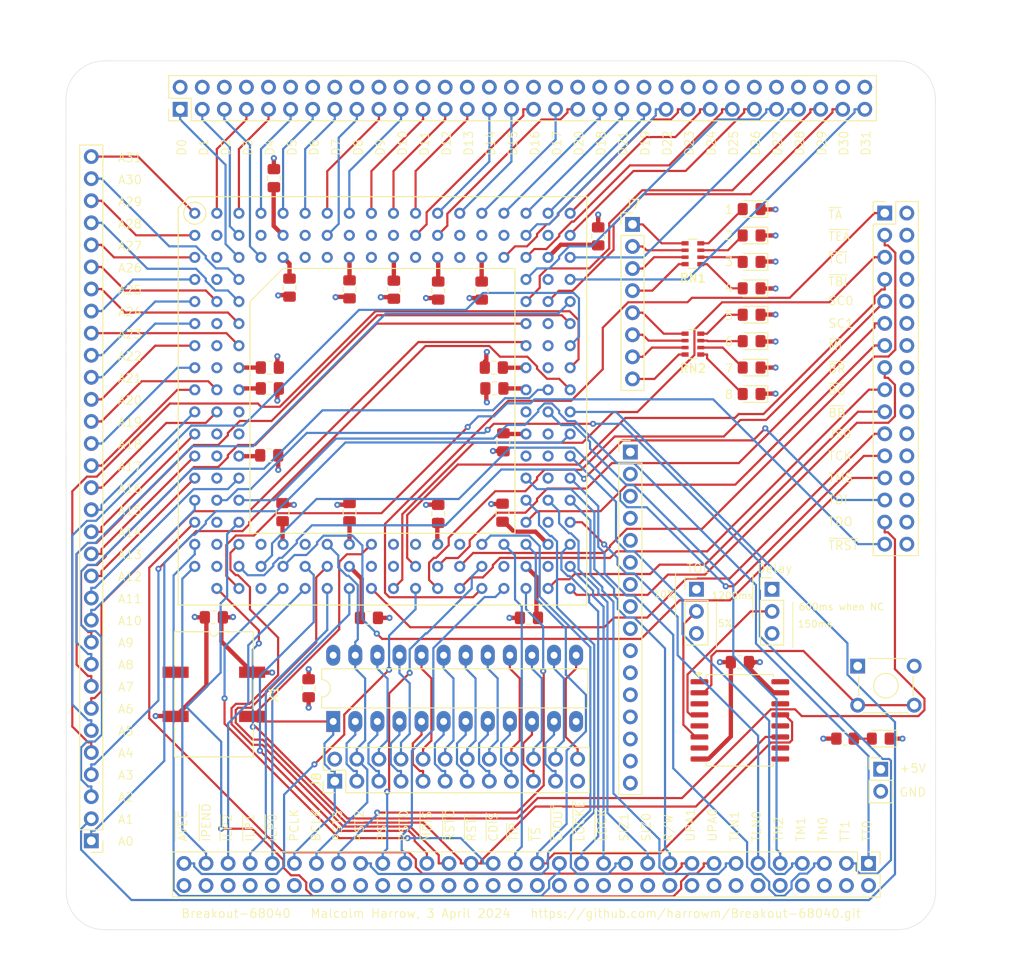
<source format=kicad_pcb>
(kicad_pcb (version 20240108) (generator "pcbnew") (generator_version "8.0")
  (layers (0 "F.Cu" signal) (1 "In1.Cu" power "In1.Cu GND") (2 "In2.Cu" power "In2.Cu PWR") (31 "B.Cu" signal) (34 "B.Paste" user) (35 "F.Paste" user) (36 "B.SilkS" user "B.Silkscreen") (37 "F.SilkS" user "F.Silkscreen") (38 "B.Mask" user) (39 "F.Mask" user) (44 "Edge.Cuts" user))
  (net 0 "")
  (net 1 "D23")
  (net 2 "GND")
  (net 3 "D15")
  (net 4 "D3")
  (net 5 "D6")
  (net 6 "D20")
  (net 7 "D24")
  (net 8 "D29")
  (net 9 "D12")
  (net 10 "D26")
  (net 11 "D0")
  (net 12 "D8")
  (net 13 "D16")
  (net 14 "D25")
  (net 15 "D18")
  (net 16 "D11")
  (net 17 "D19")
  (net 18 "D27")
  (net 19 "D2")
  (net 20 "D22")
  (net 21 "D13")
  (net 22 "D17")
  (net 23 "D14")
  (net 24 "D10")
  (net 25 "D21")
  (net 26 "D31")
  (net 27 "D7")
  (net 28 "D28")
  (net 29 "D30")
  (net 30 "D9")
  (net 31 "D1")
  (net 32 "D5")
  (net 33 "D4")
  (net 34 "A3")
  (net 35 "A21")
  (net 36 "A12")
  (net 37 "A29")
  (net 38 "A19")
  (net 39 "A9")
  (net 40 "A30")
  (net 41 "A26")
  (net 42 "A8")
  (net 43 "A6")
  (net 44 "A7")
  (net 45 "A18")
  (net 46 "A22")
  (net 47 "A1")
  (net 48 "A13")
  (net 49 "A27")
  (net 50 "A4")
  (net 51 "A20")
  (net 52 "A0")
  (net 53 "A23")
  (net 54 "A11")
  (net 55 "A15")
  (net 56 "A24")
  (net 57 "A2")
  (net 58 "A10")
  (net 59 "A17")
  (net 60 "A16")
  (net 61 "A14")
  (net 62 "A31")
  (net 63 "A5")
  (net 64 "A25")
  (net 65 "A28")
  (net 66 "+5V")
  (net 74 "Net-(IC1-~{PBRST})")
  (net 78 "~{BG}")
  (net 79 "~{LOCK}")
  (net 80 "~{MI}")
  (net 81 "~{TS}")
  (net 82 "~{LOCKE}")
  (net 83 "TM2")
  (net 84 "TM1")
  (net 85 "~{AVEC}")
  (net 86 "UPA1")
  (net 87 "~{TIP}")
  (net 88 "SC1")
  (net 89 "TLN0")
  (net 90 "SIZ1")
  (net 91 "~{BB}")
  (net 92 "TT1")
  (net 93 "~{TA}")
  (net 94 "SC0")
  (net 95 "TT0")
  (net 96 "~{TEA}")
  (net 97 "~{IPEND}")
  (net 98 "TLN1")
  (net 99 "~{TBI}")
  (net 100 "TM0")
  (net 101 "SIZ0")
  (net 102 "~{ILP1}")
  (net 103 "~{ILP2}")
  (net 104 "UPA0")
  (net 105 "~{ILP0}")
  (net 106 "~{CIOUT}")
  (net 107 "R{slash}W")
  (net 108 "~{BR}")
  (net 109 "~{TCI}")
  (net 110 "TDO")
  (net 111 "PCLK")
  (net 112 "PST1")
  (net 113 "PST3")
  (net 114 "~{RSTI}")
  (net 115 "TDI")
  (net 116 "PST0")
  (net 117 "BCLK")
  (net 118 "PST2")
  (net 119 "TMS")
  (net 120 "~{MDIS}")
  (net 121 "TCK")
  (net 122 "~{RSTO}")
  (net 123 "JS0")
  (net 124 "~{CDIS}")
  (net 125 "~{TRST}")
  (net 126 "IN_2")
  (net 127 "IN_1")
  (net 128 "I{slash}O_7")
  (net 129 "IN_3")
  (net 130 "I{slash}O_9")
  (net 131 "I{slash}O_3")
  (net 132 "IN_6")
  (net 133 "I{slash}O_1")
  (net 134 "IN_5")
  (net 135 "IN_8")
  (net 136 "I{slash}O_8")
  (net 137 "IN_4")
  (net 138 "I{slash}O_5")
  (net 139 "I{slash}O_4")
  (net 140 "IN_10")
  (net 141 "IN{slash}PD")
  (net 142 "I{slash}O_2")
  (net 143 "I{slash}O_6")
  (net 144 "IN_7")
  (net 145 "IN_9")
  (net 148 "Net-(D1-A)")
  (net 149 "Net-(D19-A)")
  (net 150 "Net-(D20-A)")
  (net 151 "Net-(D21-A)")
  (net 152 "Net-(D22-A)")
  (net 153 "Net-(D23-A)")
  (net 154 "Net-(D24-A)")
  (net 155 "Net-(D25-A)")
  (net 156 "Net-(D26-A)")
  (net 157 "Net-(J7-Pin_3)")
  (net 158 "Net-(J7-Pin_6)")
  (net 159 "Net-(J7-Pin_1)")
  (net 160 "Net-(J7-Pin_4)")
  (net 161 "Net-(J7-Pin_7)")
  (net 162 "Net-(J7-Pin_5)")
  (net 163 "Net-(J7-Pin_2)")
  (net 164 "Net-(J7-Pin_8)")
  (net 165 "Net-(IC1-TD)")
  (net 166 "Net-(IC1-TOL)")
  (footprint "Capacitor_SMD:C_0805_2012Metric_Pad1.18x1.45mm_HandSolder" (layer "F.Cu") (at 47.9 76.6 -90)
    (property "Reference" "C8" (hide yes))
    (property "Value" "100nF" (hide yes))
  )
  (footprint "LED_SMD:LED_0805_2012Metric_Pad1.15x1.40mm_HandSolder" (layer "F.Cu") (at 101.05 79.72 180)
    (property "Reference" "D23" (hide yes))
    (property "Value" "LED" (hide yes))
  )
  (footprint "Connector_PinHeader_2.54mm:PinHeader_1x03_P2.54mm_Vertical" (layer "F.Cu") (at 103.4 111.32)
    (property "Reference" "J9" (hide yes))
    (property "Value" "Conn_01x03_Pin" (hide yes))
  )
  (footprint "Button_Switch_THT:SW_TH_Tactile_Omron_B3F-10xx" (layer "F.Cu") (at 113.25 120.15)
    (property "Reference" "SW1" (hide yes))
    (property "Value" "Reset" (hide yes))
  )
  (footprint "Connector_PinHeader_2.54mm:PinHeader_2x32_P2.54mm_Vertical" (layer "F.Cu") (at 35.325 56.075 90)
    (property "Reference" "J1" (hide yes))
    (property "Value" "Conn_02x32_Odd_Even" (hide yes))
  )
  (footprint "Capacitor_SMD:C_0805_2012Metric_Pad1.18x1.45mm_HandSolder" (layer "F.Cu") (at 71.4625 88.2 180)
    (property "Reference" "C3" (hide yes))
    (property "Value" "100nF" (hide yes))
  )
  (footprint "Capacitor_SMD:C_0805_2012Metric_Pad1.18x1.45mm_HandSolder" (layer "F.Cu") (at 70 76.9375 -90)
    (property "Reference" "C5" (hide yes))
    (property "Value" "100nF" (hide yes))
  )
  (footprint "Resistor_SMD:R_Array_Convex_4x0603" (layer "F.Cu") (at 94.3 83.1 180)
    (property "Reference" "RN2")
    (property "Value" "R_Pack04" (hide yes))
  )
  (footprint "Connector_PinHeader_2.54mm:PinHeader_1x16_P2.54mm_Vertical" (layer "F.Cu") (at 87.1 95.52)
    (property "Reference" "J6" (hide yes))
    (property "Value" "Conn_01x16_Pin" (hide yes))
  )
  (footprint "Capacitor_SMD:C_0805_2012Metric_Pad1.18x1.45mm_HandSolder" (layer "F.Cu") (at 54.8 76.8 -90)
    (property "Reference" "C23" (hide yes))
    (property "Value" "100nF" (hide yes))
  )
  (footprint "Capacitor_SMD:C_0805_2012Metric_Pad1.18x1.45mm_HandSolder" (layer "F.Cu") (at 72.4 102.5 90)
    (property "Reference" "C20" (hide yes))
    (property "Value" "100nF" (hide yes))
  )
  (footprint "Connector_PinHeader_2.54mm:PinHeader_1x03_P2.54mm_Vertical" (layer "F.Cu") (at 94.7 111.32)
    (property "Reference" "J10" (hide yes))
    (property "Value" "Conn_01x03_Pin" (hide yes))
  )
  (footprint "Oscillator:Oscillator_SMD_SeikoEpson_SG8002JA-4Pin_14.0x8.7mm" (layer "F.Cu") (at 39.2 123.4 -90)
    (property "Reference" "X1")
    (property "Value" "SG-615")
  )
  (footprint "Capacitor_SMD:C_0805_2012Metric_Pad1.18x1.45mm_HandSolder" (layer "F.Cu") (at 54.8 102.4375 90)
    (property "Reference" "C19" (hide yes))
    (property "Value" "100nF" (hide yes))
  )
  (footprint "LED_SMD:LED_0805_2012Metric_Pad1.15x1.40mm_HandSolder" (layer "F.Cu") (at 101.05 88.84 180)
    (property "Reference" "D26" (hide yes))
    (property "Value" "LED" (hide yes))
  )
  (footprint "Capacitor_SMD:C_0805_2012Metric_Pad1.18x1.45mm_HandSolder" (layer "F.Cu") (at 50.1 122.7 -90)
    (property "Reference" "C22" (hide yes))
    (property "Value" "100nF" (hide yes))
  )
  (footprint "Connector_PinHeader_2.54mm:PinHeader_2x16_P2.54mm_Vertical" (layer "F.Cu") (at 116.36 68.02)
    (property "Reference" "J5" (hide yes))
    (property "Value" "Conn_02x16_Odd_Even" (hide yes))
  )
  (footprint "LED_SMD:LED_0805_2012Metric_Pad1.15x1.40mm_HandSolder" (layer "F.Cu") (at 101.05 73.64 180)
    (property "Reference" "D21" (hide yes))
    (property "Value" "LED" (hide yes))
  )
  (footprint "Capacitor_SMD:C_0805_2012Metric_Pad1.18x1.45mm_HandSolder" (layer "F.Cu") (at 46.1 64 90)
    (property "Reference" "C10" (hide yes))
    (property "Value" "100nF" (hide yes))
  )
  (footprint "LED_SMD:LED_0805_2012Metric_Pad1.15x1.40mm_HandSolder" (layer "F.Cu") (at 101.05 76.68 180)
    (property "Reference" "D22" (hide yes))
    (property "Value" "LED" (hide yes))
  )
  (footprint "Capacitor_SMD:C_0805_2012Metric_Pad1.18x1.45mm_HandSolder" (layer "F.Cu") (at 45.6375 88.2)
    (property "Reference" "C4" (hide yes))
    (property "Value" "100nF" (hide yes))
  )
  (footprint "Resistor_SMD:R_0805_2012Metric_Pad1.20x1.40mm_HandSolder" (layer "F.Cu") (at 111.8 128.5)
    (property "Reference" "R1" (hide yes))
    (property "Value" "1K")
  )
  (footprint "Capacitor_SMD:C_0805_2012Metric_Pad1.18x1.45mm_HandSolder" (layer "F.Cu") (at 45.5625 95.9)
    (property "Reference" "C2" (hide yes))
    (property "Value" "100nF" (hide yes))
  )
  (footprint "Connector_PinHeader_2.54mm:PinHeader_2x32_P2.54mm_Vertical" (layer "F.Cu") (at 114.5 142.86 -90)
    (property "Reference" "J4" (hide yes))
    (property "Value" "Conn_02x32_Odd_Even" (hide yes))
  )
  (footprint "Connector_PinHeader_2.54mm:PinHeader_1x32_P2.54mm_Vertical" (layer "F.Cu") (at 25.1 140.26 180)
    (property "Reference" "J3" (hide yes))
    (property "Value" "Conn_01x32_Pin" (hide yes))
  )
  (footprint "Capacitor_SMD:C_0805_2012Metric_Pad1.18x1.45mm_HandSolder" (layer "F.Cu") (at 45.6375 85.8)
    (property "Reference" "C12" (hide yes))
    (property "Value" "100nF" (hide yes))
  )
  (footprint "Capacitor_SMD:C_0805_2012Metric_Pad1.18x1.45mm_HandSolder" (layer "F.Cu") (at 59.9 76.8375 -90)
    (property "Reference" "C7" (hide yes))
    (property "Value" "100nF" (hide yes))
  )
  (footprint "LED_SMD:LED_0805_2012Metric_Pad1.15x1.40mm_HandSolder" (layer "F.Cu") (at 101.05 67.56 180)
    (property "Reference" "D19" (hide yes))
    (property "Value" "LED" (hide yes))
  )
  (footprint "Connector_PinHeader_2.54mm:PinHeader_2x12_P2.54mm_Vertical" (layer "F.Cu") (at 53.1 133.4 90)
    (property "Reference" "J8")
    (property "Value" "Conn_02x12_Odd_Even" (hide yes))
  )
  (footprint "Connector_PinHeader_2.54mm:PinHeader_1x02_P2.54mm_Vertical" (layer "F.Cu") (at 115.9 132.025)
    (property "Reference" "J2" (hide yes))
    (property "Value" "Conn_01x02_Pin" (hide yes))
  )
  (footprint "Capacitor_SMD:C_0805_2012Metric_Pad1.18x1.45mm_HandSolder" (layer "F.Cu") (at 47.1 102.4375 90)
    (property "Reference" "C18" (hide yes))
    (property "Value" "100nF" (hide yes))
  )
  (footprint "Capacitor_SMD:C_0805_2012Metric_Pad1.18x1.45mm_HandSolder" (layer "F.Cu") (at 71.4 85.8 180)
    (property "Reference" "C13" (hide yes))
    (property "Value" "100nF" (hide yes))
  )
  (footprint "LED_SMD:LED_0805_2012Metric_Pad1.15x1.40mm_HandSolder" (layer "F.Cu") (at 101.05 82.76 180)
    (property "Reference" "D24" (hide yes))
    (property "Value" "LED" (hide yes))
  )
  (footprint "LED_SMD:LED_0805_2012Metric_Pad1.15x1.40mm_HandSolder" (layer "F.Cu") (at 115.9 128.5 180)
    (property "Reference" "D1" (hide yes))
    (property "Value" "Power LED")
  )
  (footprint "mc68lc040:PGA179_BIG" (layer "F.Cu") (at 58.59 89.63)
    (property "Reference" "U1" (hide yes))
    (property "Value" "MC680LC40")
  )
  (footprint "Capacitor_SMD:C_0805_2012Metric_Pad1.18x1.45mm_HandSolder" (layer "F.Cu") (at 72.5 94.4 -90)
    (property "Reference" "C21" (hide yes))
    (property "Value" "100nF" (hide yes))
  )
  (footprint "Resistor_SMD:R_Array_Convex_4x0603" (layer "F.Cu") (at 94.3 72.7 180)
    (property "Reference" "RN1")
    (property "Value" "1K")
  )
  (footprint "Package_SO:SOIC-16W_7.5x10.3mm_P1.27mm" (layer "F.Cu") (at 99.7 126.4)
    (property "Reference" "IC1" (hide yes))
    (property "Value" "DS1232S+")
  )
  (footprint "Capacitor_SMD:C_0805_2012Metric_Pad1.18x1.45mm_HandSolder" (layer "F.Cu") (at 75.4375 114.6 180)
    (property "Reference" "C29" (hide yes))
    (property "Value" "100nF" (hide yes))
  )
  (footprint "Capacitor_SMD:C_0805_2012Metric_Pad1.18x1.45mm_HandSolder" (layer "F.Cu") (at 57.0375 114.6)
    (property "Reference" "C17" (hide yes))
    (property "Value" "100nF" (hide yes))
  )
  (footprint "LED_SMD:LED_0805_2012Metric_Pad1.15x1.40mm_HandSolder" (layer "F.Cu") (at 101.05 85.8 180)
    (property "Reference" "D25" (hide yes))
    (property "Value" "LED" (hide yes))
  )
  (footprint "Capacitor_SMD:C_0805_2012Metric_Pad1.18x1.45mm_HandSolder" (layer "F.Cu") (at 99.7 119.7 180)
    (property "Reference" "C14" (hide yes))
    (property "Value" "100nF" (hide yes))
  )
  (footprint "Capacitor_SMD:C_0805_2012Metric_Pad1.18x1.45mm_HandSolder" (layer "F.Cu") (at 83.4 70.7 90)
    (property "Reference" "C11" (hide yes))
    (property "Value" "100nF" (hide yes))
  )
  (footprint "Connector_PinHeader_2.54mm:PinHeader_1x08_P2.54mm_Vertical" (layer "F.Cu") (at 87.35 69.325)
    (property "Reference" "J7")
    (property "Value" "Conn_01x08_Pin" (hide yes))
  )
  (footprint "Capacitor_SMD:C_0805_2012Metric_Pad1.18x1.45mm_HandSolder" (layer "F.Cu") (at 65 102.6375 90)
    (property "Reference" "C1" (hide yes))
    (property "Value" "100nF" (hide yes))
  )
  (footprint "Capacitor_SMD:C_0805_2012Metric_Pad1.18x1.45mm_HandSolder" (layer "F.Cu") (at 65 76.9375 -90)
    (property "Reference" "C6" (hide yes))
    (property "Value" "100nF" (hide yes))
  )
  (footprint "LED_SMD:LED_0805_2012Metric_Pad1.15x1.40mm_HandSolder" (layer "F.Cu") (at 101.05 70.6 180)
    (property "Reference" "D20" (hide yes))
    (property "Value" "LED" (hide yes))
  )
  (footprint "Package_DIP:DIP-24_W7.62mm_LongPads" (layer "F.Cu") (at 52.925 126.525 90)
    (property "Reference" "IC2" (hide yes))
    (property "Value" "ATF22V10C-7PU")
  )
  (footprint "Capacitor_SMD:C_0805_2012Metric_Pad1.18x1.45mm_HandSolder" (layer "F.Cu") (at 39.2 114.54 180)
    (property "Reference" "C15" (hide yes))
    (property "Value" "100nF" (hide yes))
  )
  (gr_line (start 92.3 109.4) (end 92.3 114.6) (stroke (width 0.1)) (layer "F.SilkS"))
  (gr_line (start 97 112.7265) (end 97 117.9265) (stroke (width 0.1)) (layer "F.SilkS"))
  (gr_line (start 101.2 109.5) (end 101.2 114.7) (stroke (width 0.1)) (layer "F.SilkS"))
  (gr_line (start 105.8 112.8) (end 105.8 118) (stroke (width 0.1)) (layer "F.SilkS"))
  (gr_line (start 22.188732 54.91127) (end 22.21127 146.08873) (stroke (width 0.05)) (layer "Edge.Cuts"))
  (gr_arc (start 117.78873 50.51127) (mid 120.9 51.8) (end 122.18873 54.91127) (stroke (width 0.05)) (layer "Edge.Cuts"))
  (gr_line (start 26.61127 150.48873) (end 117.81127 150.48873) (stroke (width 0.05)) (layer "Edge.Cuts"))
  (gr_arc (start 122.21127 146.08873) (mid 120.92254 149.2) (end 117.81127 150.48873) (stroke (width 0.05)) (layer "Edge.Cuts"))
  (gr_arc (start 22.188732 54.91127) (mid 23.477462 51.8) (end 26.588732 50.51127) (stroke (width 0.05)) (layer "Edge.Cuts"))
  (gr_line (start 26.588732 50.51127) (end 117.78873 50.51127) (stroke (width 0.05)) (layer "Edge.Cuts"))
  (gr_line (start 122.18873 54.91127) (end 122.21127 146.08873) (stroke (width 0.05)) (layer "Edge.Cuts"))
  (gr_arc (start 26.61127 150.48873) (mid 23.5 149.2) (end 22.21127 146.08873) (stroke (width 0.05)) (layer "Edge.Cuts"))
  (gr_text "TM1" (at 107.283852 140.435 90) (layer "F.SilkS") (effects (font (size 1 1) (thickness 0.1)) (justify left bottom)))
  (gr_text "~{MDIS}" (at 64.325 140.435 90) (layer "F.SilkS") (effects (font (size 1 1) (thickness 0.1)) (justify left bottom)))
  (gr_text "SIZ1" (at 86.97418 140.435 90) (layer "F.SilkS") (effects (font (size 1 1) (thickness 0.1)) (justify left bottom)))
  (gr_text "PST1" (at 59.125 140.435 90) (layer "F.SilkS") (effects (font (size 1 1) (thickness 0.1)) (justify left bottom)))
  (gr_text "A14" (at 28.1 105.379776 0) (layer "F.SilkS") (effects (font (size 1 1) (thickness 0.1)) (justify left bottom)))
  (gr_text "D14\n" (at 71.626926 61.497881 90) (layer "F.SilkS") (effects (font (size 1 1) (thickness 0.1)) (justify left bottom)))
  (gr_text "A18" (at 28.1 95.22924 0) (layer "F.SilkS") (effects (font (size 1 1) (thickness 0.1)) (justify left bottom)))
  (gr_text "D4\n" (at 46.239836 61.497881 90) (layer "F.SilkS") (effects (font (size 1 1) (thickness 0.1)) (justify left bottom)))
  (gr_text "D22" (at 91.936598 61.497881 90) (layer "F.SilkS") (effects (font (size 1 1) (thickness 0.1)) (justify left bottom)))
  (gr_text "D11" (at 64.010799 61.497881 90) (layer "F.SilkS") (effects (font (size 1 1) (thickness 0.1)) (justify left bottom)))
  (gr_text "A30" (at 28.1 64.777632 0) (layer "F.SilkS") (effects (font (size 1 1) (thickness 0.1)) (justify left bottom)))
  (gr_text "TM0" (at 109.822561 140.435 90) (layer "F.SilkS") (effects (font (size 1 1) (thickness 0.1)) (justify left bottom)))
  (gr_text "PST0" (at 61.625 140.435 90) (layer "F.SilkS") (effects (font (size 1 1) (thickness 0.1)) (justify left bottom)))
  (gr_text "~{BR}" (at 109.8 86.5 0) (layer "F.SilkS") (effects (font (size 1 1) (thickness 0.1)) (justify left bottom)))
  (gr_text "A9" (at 28.1 118.067946 0) (layer "F.SilkS") (effects (font (size 1 1) (thickness 0.1)) (justify left bottom)))
  (gr_text "D28" (at 107.168852 61.497881 90) (layer "F.SilkS") (effects (font (size 1 1) (thickness 0.1)) (justify left bottom)))
  (gr_text "TMS" (at 109.8 99.066056 0) (layer "F.SilkS") (effects (font (size 1 1) (thickness 0.1)) (justify left bottom)))
  (gr_text "TLN1" (at 99.667725 140.435 90) (layer "F.SilkS") (effects (font (size 1 1) (thickness 0.1)) (justify left bottom)))
  (gr_text "~{TS}" (at 76.819344 140.435 90) (layer "F.SilkS") (effects (font (size 1 1) (thickness 0.1)) (justify left bottom)))
  (gr_text "A13" (at 28.1 107.91741 0) (layer "F.SilkS") (effects (font (size 1 1) (thickness 0.1)) (justify left bottom)))
  (gr_text "TDI" (at 109.8 101.591813 0) (layer "F.SilkS") (effects (font (size 1 1) (thickness 0.1)) (justify left bottom)))
  (gr_text "A19" (at 28.1 92.691606 0) (layer "F.SilkS") (effects (font (size 1 1) (thickness 0.1)) (justify left bottom)))
  (gr_text "A24" (at 28.1 80.003436 0) (layer "F.SilkS") (effects (font (size 1 1) (thickness 0.1)) (justify left bottom)))
  (gr_text "8" (at 97.9 89.5 0) (layer "F.SilkS") (effects (font (size 1 1) (thickness 0.1)) (justify left bottom)))
  (gr_text "Breakout-68040   Malcolm Harrow, 3 April 2024   https://github.com/harrowm/Breakout-68040.git" (at 35.4 149.2 0) (layer "F.SilkS") (effects (font (size 1 1) (thickness 0.1)) (justify left bottom)))
  (gr_text "~{LOCK}" (at 84.435471 140.435 90) (layer "F.SilkS") (effects (font (size 1 1) (thickness 0.1)) (justify left bottom)))
  (gr_text "Delay" (at 101.6 109.5 0) (layer "F.SilkS") (effects (font (size 1 1) (thickness 0.1)) (justify left bottom)))
  (gr_text "A23" (at 28.1 82.54107 0) (layer "F.SilkS") (effects (font (size 1 1) (thickness 0.1)) (justify left bottom)))
  (gr_text "UPA0" (at 97.129016 140.435 90) (layer "F.SilkS") (effects (font (size 1 1) (thickness 0.1)) (justify left bottom)))
  (gr_text "~{TIP}" (at 74.280635 140.435 90) (layer "F.SilkS") (effects (font (size 1 1) (thickness 0.1)) (justify left bottom)))
  (gr_text "D7" (at 53.855963 61.497881 90) (layer "F.SilkS") (effects (font (size 1 1) (thickness 0.1)) (justify left bottom)))
  (gr_text "5" (at 97.9 80.4 0) (layer "F.SilkS") (effects (font (size 1 1) (thickness 0.1)) (justify left bottom)))
  (gr_text "A2" (at 28.1 135.831384 0) (layer "F.SilkS") (effects (font (size 1 1) (thickness 0.1)) (justify left bottom)))
  (gr_text "3" (at 97.9 74.2 0) (layer "F.SilkS") (effects (font (size 1 1) (thickness 0.1)) (justify left bottom)))
  (gr_text "D0" (at 36.085 61.497881 90) (layer "F.SilkS") (effects (font (size 1 1) (thickness 0.1)) (justify left bottom)))
  (gr_text "D8" (at 56.394672 61.497881 90) (layer "F.SilkS") (effects (font (size 1 1) (thickness 0.1)) (justify left bottom)))
  (gr_text "D12" (at 66.549508 61.497881 90) (layer "F.SilkS") (effects (font (size 1 1) (thickness 0.1)) (justify left bottom)))
  (gr_text "TOL" (at 93.5 109.5 0) (layer "F.SilkS") (effects (font (size 1 1) (thickness 0.1)) (justify left bottom)))
  (gr_text "~{TEA}" (at 109.8 71.3 0) (layer "F.SilkS") (effects (font (size 1 1) (thickness 0.1)) (justify left bottom)))
  (gr_text "4" (at 97.9 77.2 0) (layer "F.SilkS") (effects (font (size 1 1) (thickness 0.1)) (justify left bottom)))
  (gr_text "A4" (at 28.1 130.756116 0) (layer "F.SilkS") (effects (font (size 1 1) (thickness 0.1)) (justify left bottom)))
  (gr_text "D31" (at 114.785 61.497881 90) (layer "F.SilkS") (effects (font (size 1 1) (thickness 0.1)) (justify left bottom)))
  (gr_text "~{ILP0}" (at 46.525 140.435 90) (layer "F.SilkS") (effects (font (size 1 1) (thickness 0.1)) (justify left bottom)))
  (gr_text "A16" (at 28.1 100.304508 0) (layer "F.SilkS") (effects (font (size 1 1) (thickness 0.1)) (justify left bottom)))
  (gr_text "~{AVEC}" (at 36.2 140.435 90) (layer "F.SilkS") (effects (font (size 1 1) (thickness 0.1)) (justify left bottom)))
  (gr_text "D19\n" (at 89.397889 61.497881 90) (layer "F.SilkS") (effects (font (size 1 1) (thickness 0.1)) (justify left bottom)))
  (gr_text "A22" (at 28.1 85.078704 0) (layer "F.SilkS") (effects (font (size 1 1) (thickness 0.1)) (justify left bottom)))
  (gr_text "D30" (at 112.24627 61.497881 90) (layer "F.SilkS") (effects (font (size 1 1) (thickness 0.1)) (justify left bottom)))
  (gr_text "~{MI}" (at 109.8 83.9 0) (layer "F.SilkS") (effects (font (size 1 1) (thickness 0.1)) (justify left bottom)))
  (gr_text "D1" (at 38.623709 61.497881 90) (layer "F.SilkS") (effects (font (size 1 1) (thickness 0.1)) (justify left bottom)))
  (gr_text "~{LOCKE}" (at 81.896762 140.435 90) (layer "F.SilkS") (effects (font (size 1 1) (thickness 0.1)) (justify left bottom)))
  (gr_text "D3" (at 43.701127 61.497881 90) (layer "F.SilkS") (effects (font (size 1 1) (thickness 0.1)) (justify left bottom)))
  (gr_text "600ms when NC" (at 106.4 113.8 0) (layer "F.SilkS") (effects (font (size 0.8 0.8) (thickness 0.1)) (justify left bottom)))
  (gr_text "~{TCI}" (at 109.8 73.9 0) (layer "F.SilkS") (effects (font (size 1 1) (thickness 0.1)) (justify left bottom)))
  (gr_text "D27" (at 104.630143 61.497881 90) (layer "F.SilkS") (effects (font (size 1 1) (thickness 0.1)) (justify left bottom)))
  (gr_text "A17" (at 28.1 97.766874 0) (layer "F.SilkS") (effects (font (size 1 1) (thickness 0.1)) (justify left bottom)))
  (gr_text "UPA1" (at 94.590307 140.435 90) (layer "F.SilkS") (effects (font (size 1 1) (thickness 0.1)) (justify left bottom)))
  (gr_text "~{RSTI}" (at 69.425 140.435 90) (layer "F.SilkS") (effects (font (size 1 1) (thickness 0.1)) (justify left bottom)))
  (gr_text "D25" (at 99.552725 61.497881 90) (layer "F.SilkS") (effects (font (size 1 1) (thickness 0.1)) (justify left bottom)))
  (gr_text "TM2" (at 104.745143 140.435 90) (layer "F.SilkS") (effects (font (size 1 1) (thickness 0.1)) (justify left bottom)))
  (gr_text "A27" (at 28.1 72.390534 0) (layer "F.SilkS") (effects (font (size 1 1) (thickness 0.1)) (justify left bottom)))
  (gr_text "7" (at 97.9 86.5 0) (layer "F.SilkS") (effects (font (size 1 1) (thickness 0.1)) (justify left bottom)))
  (gr_text "R/W" (at 92.051598 140.435 90) (layer "F.SilkS") (effects (font (size 1 1) (thickness 0.1)) (justify left bottom)))
  (gr_text "A29" (at 28.1 67.315266 0) (layer "F.SilkS") (effects (font (size 1 1) (thickness 0.1)) (justify left bottom)))
  (gr_text "D24\n" (at 97.014016 61.497881 90) (layer "F.SilkS") (effects (font (size 1 1) (thickness 0.1)) (justify left bottom)))
  (gr_text "A28" (at 28.1 69.8529 0) (layer "F.SilkS") (effects (font (size 1 1) (thickness 0.1)) (justify left bottom)))
  (gr_text "D26" (at 102.091434 61.497881 90) (layer "F.SilkS") (effects (font (size 1 1) (thickness 0.1)) (justify left bottom)))
  (gr_text "D16" (at 76.704344 61.497881 90) (layer "F.SilkS") (effects (font (size 1 1) (thickness 0.1)) (justify left bottom)))
  (gr_text "D6" (at 51.317254 61.497881 90) (layer "F.SilkS") (effects (font (size 1 1) (thickness 0.1)) (justify left bottom)))
  (gr_text "A21" (at 28.1 87.616338 0) (layer "F.SilkS") (effects (font (size 1 1) (thickness 0.1)) (justify left bottom)))
  (gr_text "~{TRST}" (at 109.8 106.86 0) (layer "F.SilkS") (effects (font (size 1 1) (thickness 0.1)) (justify left bottom)))
  (gr_text "A1" (at 28.1 138.369018 0) (layer "F.SilkS") (effects (font (size 1 1) (thickness 0.1)) (justify left bottom)))
  (gr_text "2" (at 97.9 71.2 0) (layer "F.SilkS") (effects (font (size 1 1) (thickness 0.1)) (justify left bottom)))
  (gr_text "TCK" (at 109.8 96.540299 0) (layer "F.SilkS") (effects (font (size 1 1) (thickness 0.1)) (justify left bottom)))
  (gr_text "D23" (at 94.475307 61.497881 90) (layer "F.SilkS") (effects (font (size 1 1) (thickness 0.1)) (justify left bottom)))
  (gr_text "BCLK" (at 51.525 140.435 90) (layer "F.SilkS") (effects (font (size 1 1) (thickness 0.1)) (justify left bottom)))
  (gr_text "JS0" (at 109.8 94.014542 0) (layer "F.SilkS") (effects (font (size 1 1) (thickness 0.1)) (justify left bottom)))
  (gr_text "TLN0" (at 102.206434 140.435 90) (layer "F.SilkS") (effects (font (size 1 1) (thickness 0.1)) (justify left bottom)))
  (gr_text "D5" (at 48.778545 61.497881 90) (layer "F.SilkS") (effects (font (size 1 1) (thickness 0.1)) (justify left bottom)))
  (gr_text "A10" (at 28.1 115.530312 0) (layer "F.SilkS") (effects (font (size 1 1) (thickness 0.1)) (justify left bottom)))
  (gr_text "TDO" (at 109.8 104.11757 0) (layer "F.SilkS") (effects (font (size 1 1) (thickness 0.1)) (justify left bottom)))
  (gr_text "A26" (at 28.1 74.928168 0) (layer "F.SilkS") (effects (font (size 1 1) (thickness 0.1)) (justify left bottom)))
  (gr_text "TT0" (at 114.9 140.435 90) (layer "F.SilkS") (effects (font (size 1 1) (thickness 0.1)) (justify left bottom)))
  (gr_text "A0" (at 28.1 140.906659 0) (layer "F.SilkS") (effects (font (size 1 1) (thickness 0.1)) (justify left bottom)))
  (gr_text "SC0" (at 109.8 78.7 0) (layer "F.SilkS") (effects (font (size 1 1) (thickness 0.1)) (justify left bottom)))
  (gr_text "+5V" (at 118 132.5 0) (layer "F.SilkS") (effects (font (size 1 1) (thickness 0.1)) (justify left bottom)))
  (gr_text "A5" (at 28.1 128.218482 0) (layer "F.SilkS") (effects (font (size 1 1) (thickness 0.1)) (justify left bottom)))
  (gr_text "D10" (at 61.47209 61.497881 90) (layer "F.SilkS") (effects (font (size 1 1) (thickness 0.1)) (justify left bottom)))
  (gr_text "D2" (at 41.162418 61.497881 90) (layer "F.SilkS") (effects (font (size 1 1) (thickness 0.1)) (justify left bottom)))
  (gr_text "1200ms" (at 96.4 112.5 0) (layer "F.SilkS") (effects (font (size 0.8 0.8) (thickness 0.1)) (justify left bottom)))
  (gr_text "D13" (at 69.088217 61.497881 90) (layer "F.SilkS") (effects (font (size 1 1) (thickness 0.1)) (justify left bottom)))
  (gr_text "A7" (at 28.1 123.143214 0) (layer "F.SilkS") (effects (font (size 1 1) (thickness 0.1)) (justify left bottom)))
  (gr_text "~{CIOUT}" (at 79.358053 140.435 90) (layer "F.SilkS") (effects (font (size 1 1) (thickness 0.1)) (justify left bottom)))
  (gr_text "~{TBI}" (at 109.8 76.5 0) (layer "F.SilkS") (effects (font (size 1 1) (thickness 0.1)) (justify left bottom)))
  (gr_text "GND" (at 118 135.25 0) (layer "F.SilkS") (effects (font (size 1 1) (thickness 0.1)) (justify left bottom)))
  (gr_text "A8" (at 28.1 120.60558 0) (layer "F.SilkS") (effects (font (size 1 1) (thickness 0.1)) (justify left bottom)))
  (gr_text "~{ILP1}" (at 43.925 140.435 90) (layer "F.SilkS") (effects (font (size 1 1) (thickness 0.1)) (justify left bottom)))
  (gr_text "~{RSTO}" (at 66.925 140.435 90) (layer "F.SilkS") (effects (font (size 1 1) (thickness 0.1)) (justify left bottom)))
  (gr_text "A20" (at 28.1 90.153972 0) (layer "F.SilkS") (effects (font (size 1 1) (thickness 0.1)) (justify left bottom)))
  (gr_text "D9\n" (at 58.933381 61.497881 90) (layer "F.SilkS") (effects (font (size 1 1) (thickness 0.1)) (justify left bottom)))
  (gr_text "~{ILP2}" (at 41.325 140.435 90) (layer "F.SilkS") (effects (font (size 1 1) (thickness 0.1)) (justify left bottom)))
  (gr_text "TT1" (at 112.36127 140.435 90) (layer "F.SilkS") (effects (font (size 1 1) (thickness 0.1)) (justify left bottom)))
  (gr_text "PST2" (at 56.525 140.435 90) (layer "F.SilkS") (effects (font (size 1 1) (thickness 0.1)) (justify left bottom)))
  (gr_text "5%" (at 97.1 115.7 0) (layer "F.SilkS") (effects (font (size 0.8 0.8) (thickness 0.1)) (justify left bottom)))
  (gr_text "SC1" (at 109.8 81.3 0) (layer "F.SilkS") (effects (font (size 1 1) (thickness 0.1)) (justify left bottom)))
  (gr_text "A6" (at 28.1 125.680848 0) (layer "F.SilkS") (effects (font (size 1 1) (thickness 0.1)) (justify left bottom)))
  (gr_text "A3" (at 28.1 133.29375 0) (layer "F.SilkS") (effects (font (size 1 1) (thickness 0.1)) (justify left bottom)))
  (gr_text "D20" (at 81.781762 61.497881 90) (layer "F.SilkS") (effects (font (size 1 1) (thickness 0.1)) (justify left bottom)))
  (gr_text "~{BB}" (at 109.8 91.6 0) (layer "F.SilkS") (effects (font (size 1 1) (thickness 0.1)) (justify left bottom)))
  (gr_text "PST3" (at 54.025 140.435 90) (layer "F.SilkS") (effects (font (size 1 1) (thickness 0.1)) (justify left bottom)))
  (gr_text "D18" (at 84.320471 61.497881 90) (layer "F.SilkS") (effects (font (size 1 1) (thickness 0.1)) (justify left bottom)))
  (gr_text "~{IPEND}" (at 38.925 140.435 90) (layer "F.SilkS") (effects (font (size 1 1) (thickness 0.1)) (justify left bottom)))
  (gr_text "A25" (at 28.1 77.465802 0) (layer "F.SilkS") (effects (font (size 1 1) (thickness 0.1)) (justify left bottom)))
  (gr_text "A15" (at 28.1 102.842142 0) (layer "F.SilkS") (effects (font (size 1 1) (thickness 0.1)) (justify left bottom)))
  (gr_text "D15" (at 74.165635 61.497881 90) (layer "F.SilkS") (effects (font (size 1 1) (thickness 0.1)) (justify left bottom)))
  (gr_text "~{TA}" (at 109.8 68.8 0) (layer "F.SilkS") (effects (font (size 1 1) (thickness 0.1)) (justify left bottom)))
  (gr_text "A11" (at 28.1 112.992678 0) (layer "F.SilkS") (effects (font (size 1 1) (thickness 0.1)) (justify left bottom)))
  (gr_text "A31" (at 28.1 62.239998 0) (layer "F.SilkS") (effects (font (size 1 1) (thickness 0.1)) (justify left bottom)))
  (gr_text "~{CDIS}" (at 71.925 140.435 90) (layer "F.SilkS") (effects (font (size 1 1) (thickness 0.1)) (justify left bottom)))
  (gr_text "D21" (at 86.85918 61.497881 90) (layer "F.SilkS") (effects (font (size 1 1) (thickness 0.1)) (justify left bottom)))
  (gr_text "SIZ0" (at 89.512889 140.435 90) (layer "F.SilkS") (effects (font (size 1 1) (thickness 0.1)) (justify left bottom)))
  (gr_text "D29\n" (at 109.707561 61.497881 90) (layer "F.SilkS") (effects (font (size 1 1) (thickness 0.1)) (justify left bottom)))
  (gr_text "6" (at 97.9 83.4 0) (layer "F.SilkS") (effects (font (size 1 1) (thickness 0.1)) (justify left bottom)))
  (gr_text "A12" (at 28.1 110.455044 0) (layer "F.SilkS") (effects (font (size 1 1) (thickness 0.1)) (justify left bottom)))
  (gr_text "1" (at 97.9 68.2 0) (layer "F.SilkS") (effects (font (size 1 1) (thickness 0.1)) (justify left bottom)))
  (gr_text "10%" (at 89.7 112.3735 0) (layer "F.SilkS") (effects (font (size 0.8 0.8) (thickness 0.1)) (justify left bottom)))
  (gr_text "PCLK" (at 49.025 140.435 90) (layer "F.SilkS") (effects (font (size 1 1) (thickness 0.1)) (justify left bottom)))
  (gr_text "150ms" (at 106.3 115.7735 0) (layer "F.SilkS") (effects (font (size 0.8 0.8) (thickness 0.1)) (justify left bottom)))
  (gr_text "D17" (at 79.243053 61.497881 90) (layer "F.SilkS") (effects (font (size 1 1) (thickness 0.1)) (justify left bottom)))
  (gr_text "~{BG}" (at 109.8 89 0) (layer "F.SilkS") (effects (font (size 1 1) (thickness 0.1)) (justify left bottom)))
  (segment (start 75.212 71.85) (end 76.37 70.692) (width 0.25) (layer "F.Cu") (net 1))
  (segment (start 73.83 71.85) (end 75.212 71.85) (width 0.25) (layer "F.Cu") (net 1))
  (segment (start 77.4839 69.31) (end 77.763 69.31) (width 0.25) (layer "F.Cu") (net 1))
  (segment (start 93.745 56.075) (end 92.5683 56.075) (width 0.25) (layer "F.Cu") (net 1))
  (segment (start 78.8341 68.0224) (end 89.6048 57.2517) (width 0.25) (layer "F.Cu") (net 1))
  (segment (start 78.8341 68.2389) (end 78.8341 68.0224) (width 0.25) (layer "F.Cu") (net 1))
  (segment (start 77.763 69.31) (end 78.8341 68.2389) (width 0.25) (layer "F.Cu") (net 1))
  (segment (start 76.37 70.4239) (end 77.4839 69.31) (width 0.25) (layer "F.Cu") (net 1))
  (segment (start 91.7594 57.2517) (end 92.5683 56.4428) (width 0.25) (layer "F.Cu") (net 1))
  (segment (start 89.6048 57.2517) (end 91.7594 57.2517) (width 0.25) (layer "F.Cu") (net 1))
  (segment (start 72.56 73.12) (end 73.83 71.85) (width 0.25) (layer "F.Cu") (net 1))
  (segment (start 92.5683 56.4428) (end 92.5683 56.075) (width 0.25) (layer "F.Cu") (net 1))
  (segment (start 76.37 70.692) (end 76.37 70.4239) (width 0.25) (layer "F.Cu") (net 1))
  (segment (start 50.1 124.9375) (end 50.1 123.5625) (width 0.5) (layer "F.Cu") (net 2))
  (segment (start 46.6 97.5731) (end 46.6 96) (width 0.5) (layer "F.Cu") (net 2))
  (segment (start 103.8 67.6) (end 102.115 67.6) (width 0.5) (layer "F.Cu") (net 2))
  (segment (start 102.095 76.7) (end 102.075 76.68) (width 0.5) (layer "F.Cu") (net 2))
  (segment (start 70.5375 84.9312) (end 70.3625 85.1062) (width 0.5) (layer "F.Cu") (net 2))
  (segment (start 46.6 77.5) (end 46.6375 77.4625) (width 0.5) (layer "F.Cu") (net 2))
  (segment (start 32.5 125.9) (end 34.76 125.9) (width 0.5) (layer "F.Cu") (net 2))
  (segment (start 96.075 130.845) (end 95.05 130.845) (width 0.5) (layer "F.Cu") (net 2))
  (segment (start 73.2 114.6) (end 74.575 114.6) (width 0.5) (layer "F.Cu") (net 2))
  (segment (start 48.375 101.575) (end 47.1 101.575) (width 0.5) (layer "F.Cu") (net 2))
  (segment (start 53.2 77.7) (end 53.2375 77.6625) (width 0.5) (layer "F.Cu") (net 2))
  (segment (start 47.275 101.575) (end 47.1 101.4) (width 0.5) (layer "F.Cu") (net 2))
  (segment (start 102.115 67.6) (end 102.075 67.56) (width 0.5) (layer "F.Cu") (net 2))
  (segment (start 102.115 88.8) (end 102.075 88.84) (width 0.5) (layer "F.Cu") (net 2))
  (segment (start 103.8 70.6) (end 102.075 70.6) (width 0.5) (layer "F.Cu") (net 2))
  (segment (start 63.6 77.8) (end 65 77.8) (width 0.5) (layer "F.Cu") (net 2))
  (segment (start 72.5 95.3999) (end 72.5 95.4375) (width 0.5) (layer "F.Cu") (net 2))
  (segment (start 53.4 101.6) (end 53.425 101.575) (width 0.5) (layer "F.Cu") (net 2))
  (segment (start 98.6625 128.257122) (end 98.159811 128.759811) (width 0.5) (layer "F.Cu") (net 2))
  (segment (start 103.8 85.8) (end 102.075 85.8) (width 0.5) (layer "F.Cu") (net 2))
  (segment (start 46.5 89.6) (end 46.5 88.2) (width 0.5) (layer "F.Cu") (net 2))
  (segment (start 71.3 95.4) (end 72.3625 95.4) (width 0.5) (layer "F.Cu") (net 2))
  (segment (start 38.3375 122.402) (end 34.8 125.94) (width 0.5) (layer "F.Cu") (net 2))
  (segment (start 46.5 84.5) (end 46.5 85.8) (width 0.5) (layer "F.Cu") (net 2))
  (segment (start 102.115 73.6) (end 102.075 73.64) (width 0.5) (layer "F.Cu") (net 2))
  (segment (start 70.5375 84.0625) (end 70.6 84) (width 0.5) (layer "F.Cu") (net 2))
  (segment (start 103.8 76.7) (end 102.095 76.7) (width 0.5) (layer "F.Cu") (net 2))
  (segment (start 102.115 82.8) (end 102.075 82.76) (width 0.5) (layer "F.Cu") (net 2))
  (segment (start 46.5 85.15) (end 46.675 85.325) (width 0.5) (layer "F.Cu") (net 2))
  (segment (start 54.625 77.6625) (end 54.8 77.8375) (width 0.5) (layer "F.Cu") (net 2))
  (segment (start 46.675 85.325) (end 46.675 85.8) (width 0.5) (layer "F.Cu") (net 2))
  (segment (start 102.095 79.7) (end 102.075 79.72) (width 0.5) (layer "F.Cu") (net 2))
  (segment (start 63.625 101.575) (end 64.9 101.575) (width 0.5) (layer "F.Cu") (net 2))
  (segment (start 70.5375 85.8) (end 70.5375 84.9312) (width 0.5) (layer "F.Cu") (net 2))
  (segment (start 103.8 79.7) (end 102.095 79.7) (width 0.5) (layer "F.Cu") (net 2))
  (segment (start 37.04 114.54) (end 37 114.5) (width 0.5) (layer "F.Cu") (net 2))
  (segment (start 70.3625 85.1062) (end 70.3625 85.8) (width 0.5) (layer "F.Cu") (net 2))
  (segment (start 70.5375 84.0625) (end 70.6 84) (width 0.5) (layer "F.Cu") (net 2))
  (segment (start 58.4 77.7) (end 59.9 77.7) (width 0.5) (layer "F.Cu") (net 2))
  (segment (start 59.725 77.7) (end 59.9 77.875) (width 0.5) (layer "F.Cu") (net 2))
  (segment (start 72.3625 101.5) (end 72.4 101.4625) (width 0.5) (layer "F.Cu") (net 2))
  (segment (start 54.625 101.575) (end 54.8 101.4) (width 0.5) (layer "F.Cu") (net 2))
  (segment (start 46.5 88.9) (end 46.675 88.725) (width 0.5) (layer "F.Cu") (net 2))
  (segment (start 70.5375 84.9312) (end 70.5375 84.0625) (width 0.5) (layer "F.Cu") (net 2))
  (segment (start 72.2625 101.5) (end 72.4 101.638) (width 0.5) (layer "F.Cu") (net 2))
  (segment (start 47.725 77.4625) (end 47.9 77.6375) (width 0.5) (layer "F.Cu") (net 2))
  (segment (start 63.6 101.6) (end 63.625 101.575) (width 0.5) (layer "F.Cu") (net 2))
  (segment (start 68.6 77.8) (end 70 77.8) (width 0.5) (layer "F.Cu") (net 2))
  (segment (start 71.1 101.5) (end 72.2625 101.5) (width 0.5) (layer "F.Cu") (net 2))
  (segment (start 70.5375 88.3) (end 70.5375 89.7375) (width 0.5) (layer "F.Cu") (net 2))
  (segment (start 98.8375 119.7) (end 97.4 119.7) (width 0.5) (layer "F.Cu") (net 2))
  (segment (start 34.76 125.9) (end 34.8 125.94) (width 0.5) (layer "F.Cu") (net 2))
  (segment (start 53.2375 77.6625) (end 54.8 77.6625) (width 0.5) (layer "F.Cu") (net 2))
  (segment (start 83.4 68.2) (end 83.4 69.8375) (width 0.5) (layer "F.Cu") (net 2))
  (segment (start 64.825 77.8) (end 65 77.975) (width 0.5) (layer "F.Cu") (net 2))
  (segment (start 48.4 101.6) (end 48.375 101.575) (width 0.5) (layer "F.Cu") (net 2))
  (segment (start 72.3625 95.4) (end 72.5 95.2625) (width 0.5) (layer "F.Cu") (net 2))
  (segment (start 71.6813 101.5) (end 72.3625 101.5) (width 0.5) (layer "F.Cu") (net 2))
  (segment (start 98.159811 128.759811) (end 96.075 130.845) (width 0.5) (layer "F.Cu") (net 2))
  (segment (start 103.8 73.6) (end 102.115 73.6) (width 0.5) (layer "F.Cu") (net 2))
  (segment (start 59.4 114.6) (end 57.9 114.6) (width 0.5) (layer "F.Cu") (net 2))
  (segment (start 46.1 61.7) (end 46.1 63.1375) (width 0.5) (layer "F.Cu") (net 2))
  (segment (start 70.5375 89.7375) (end 70.6 89.8) (width 0.5) (layer "F.Cu") (net 2))
  (segment (start 38.3375 114.54) (end 38.3375 122.402) (width 0.5) (layer "F.Cu") (net 2))
  (segment (start 38.3375 114.54) (end 37.04 114.54) (width 0.5) (layer "F.Cu") (net 2))
  (segment (start 46.6375 77.4625) (end 47.9 77.4625) (width 0.5) (layer "F.Cu") (net 2))
  (segment (start 53.425 101.575) (end 54.8 101.575) (width 0.5) (layer "F.Cu") (net 2))
  (segment (start 103.8 88.8) (end 102.115 88.8) (width 0.5) (layer "F.Cu") (net 2))
  (segment (start 118.4 128.5) (end 116.775 128.5) (width 0.5) (layer "F.Cu") (net 2))
  (segment (start 98.6625 119.7) (end 98.6625 128.257122) (width 0.5) (layer "F.Cu") (net 2))
  (segment (start 69.825 77.8) (end 70 77.975) (width 0.5) (layer "F.Cu") (net 2))
  (segment (start 46.675 88.725) (end 46.675 88.2) (width 0.5) (layer "F.Cu") (net 2))
  (segment (start 103.8 82.8) (end 102.115 82.8) (width 0.5) (layer "F.Cu") (net 2))
  (segment (start 72.4313 95.3312) (end 72.5 95.3999) (width 0.5) (layer "F.Cu") (net 2))
  (via (at 63.6 77.8) (size 0.7) (drill 0.3) (layers "F.Cu" "B.Cu") (net 2))
  (via (at 50.1 124.9375) (size 0.7) (drill 0.3) (layers "F.Cu" "B.Cu") (net 2))
  (via (at 103.8 85.8) (size 0.7) (drill 0.3) (layers "F.Cu" "B.Cu") (net 2))
  (via (at 103.8 73.6) (size 0.7) (drill 0.3) (layers "F.Cu" "B.Cu") (net 2))
  (via (at 68.6 77.8) (size 0.7) (drill 0.3) (layers "F.Cu" "B.Cu") (net 2))
  (via (at 70.6 89.8) (size 0.7) (drill 0.3) (layers "F.Cu" "B.Cu") (net 2))
  (via (at 71.1 101.5) (size 0.7) (drill 0.3) (layers "F.Cu" "B.Cu") (net 2))
  (via (at 73.2 114.6) (size 0.7) (drill 0.3) (layers "F.Cu" "B.Cu") (net 2))
  (via (at 58.4 77.7) (size 0.7) (drill 0.3) (layers "F.Cu" "B.Cu") (net 2))
  (via (at 32.5 125.9) (size 0.7) (drill 0.3) (layers "F.Cu" "B.Cu") (net 2))
  (via (at 46.5 89.6) (size 0.7) (drill 0.3) (layers "F.Cu" "B.Cu") (net 2))
  (via (at 46.5 84.5) (size 0.7) (drill 0.3) (layers "F.Cu" "B.Cu") (net 2))
  (via (at 103.8 82.8) (size 0.7) (drill 0.3) (layers "F.Cu" "B.Cu") (net 2))
  (via (at 83.4 68.2) (size 0.7) (drill 0.3) (layers "F.Cu" "B.Cu") (net 2))
  (via (at 103.8 76.7) (size 0.7) (drill 0.3) (layers "F.Cu" "B.Cu") (net 2))
  (via (at 103.8 79.7) (size 0.7) (drill 0.3) (layers "F.Cu" "B.Cu") (net 2))
  (via (at 53.2 77.7) (size 0.7) (drill 0.3) (layers "F.Cu" "B.Cu") (net 2))
  (via (at 46.1 61.7) (size 0.7) (drill 0.3) (layers "F.Cu" "B.Cu") (net 2))
  (via (at 46.6 97.5731) (size 0.7) (drill 0.3) (layers "F.Cu" "B.Cu") (net 2))
  (via (at 103.8 67.6) (size 0.7) (drill 0.3) (layers "F.Cu" "B.Cu") (net 2))
  (via (at 53.4 101.6) (size 0.7) (drill 0.3) (layers "F.Cu" "B.Cu") (net 2))
  (via (at 103.8 88.8) (size 0.7) (drill 0.3) (layers "F.Cu" "B.Cu") (net 2))
  (via (at 103.8 70.6) (size 0.7) (drill 0.3) (layers "F.Cu" "B.Cu") (net 2))
  (via (at 63.6 101.6) (size 0.7) (drill 0.3) (layers "F.Cu" "B.Cu") (net 2))
  (via (at 48.4 101.6) (size 0.7) (drill 0.3) (layers "F.Cu" "B.Cu") (net 2))
  (via (at 46.6 77.5) (size 0.7) (drill 0.3) (layers "F.Cu" "B.Cu") (net 2))
  (via (at 59.4 114.6) (size 0.7) (drill 0.3) (layers "F.Cu" "B.Cu") (net 2))
  (via (at 70.6 84) (size 0.7) (drill 0.3) (layers "F.Cu" "B.Cu") (net 2))
  (via (at 37 114.5) (size 0.7) (drill 0.3) (layers "F.Cu" "B.Cu") (net 2))
  (via (at 118.4 128.5) (size 0.7) (drill 0.3) (layers "F.Cu" "B.Cu") (net 2))
  (via (at 71.3 95.4) (size 0.7) (drill 0.3) (layers "F.Cu" "B.Cu") (net 2))
  (via (at 97.4 119.7) (size 0.7) (drill 0.3) (layers "F.Cu" "B.Cu") (net 2))
  (segment (start 73.425 62.095) (end 73.425 56.075) (width 0.25) (layer "B.Cu") (net 3))
  (segment (start 67.48 68.04) (end 73.425 62.095) (width 0.25) (layer "B.Cu") (net 3))
  (segment (start 42.945 56.075) (end 42.945 57.2517) (width 0.25) (layer "F.Cu") (net 4))
  (segment (start 39.54 68.04) (end 39.54 60.6567) (width 0.25) (layer "F.Cu") (net 4))
  (segment (start 39.54 60.6567) (end 42.945 57.2517) (width 0.25) (layer "F.Cu") (net 4))
  (segment (start 50.565 56.075) (end 50.565 57.2517) (width 0.25) (layer "B.Cu") (net 5))
  (segment (start 47.16 68.04) (end 47.16 60.6567) (width 0.25) (layer "B.Cu") (net 5))
  (segment (start 47.16 60.6567) (end 50.565 57.2517) (width 0.25) (layer "B.Cu") (net 5))
  (segment (start 75.1 68.04) (end 85.8883 57.2517) (width 0.25) (layer "B.Cu") (net 6))
  (segment (start 85.8883 57.2517) (end 86.125 57.2517) (width 0.25) (layer "B.Cu") (net 6))
  (segment (start 86.125 56.075) (end 86.125 57.2517) (width 0.25) (layer "B.Cu") (net 6))
  (segment (start 95.1083 56.075) (end 95.1083 56.4427) (width 0.25) (layer "F.Cu") (net 7))
  (segment (start 92.2805 59.2705) (end 88.9495 59.2705) (width 0.25) (layer "F.Cu") (net 7))
  (segment (start 96.285 56.075) (end 95.1083 56.075) (width 0.25) (layer "F.Cu") (net 7))
  (segment (start 95.1083 56.4427) (end 92.2805 59.2705) (width 0.25) (layer "F.Cu") (net 7))
  (segment (start 88.9495 59.2705) (end 80.18 68.04) (width 0.25) (layer "F.Cu") (net 7))
  (segment (start 76.6783 76.6217) (end 75.1 78.2) (width 0.25) (layer "F.Cu") (net 8))
  (segment (start 76.6783 75.2616) (end 76.6783 76.6217) (width 0.25) (layer "F.Cu") (net 8))
  (segment (start 84.672 72.0949) (end 82.3769 74.39) (width 0.25) (layer "F.Cu") (net 8))
  (segment (start 98.8533 65.3981) (end 88.4687 65.3981) (width 0.25) (layer "F.Cu") (net 8))
  (segment (start 108.985 56.075) (end 107.8083 56.075) (width 0.25) (layer "F.Cu") (net 8))
  (segment (start 107.8083 56.4431) (end 98.8533 65.3981) (width 0.25) (layer "F.Cu") (net 8))
  (segment (start 107.8083 56.075) (end 107.8083 56.4431) (width 0.25) (layer "F.Cu") (net 8))
  (segment (start 84.672 69.1948) (end 84.672 72.0949) (width 0.25) (layer "F.Cu") (net 8))
  (segment (start 77.5499 74.39) (end 76.6783 75.2616) (width 0.25) (layer "F.Cu") (net 8))
  (segment (start 82.3769 74.39) (end 77.5499 74.39) (width 0.25) (layer "F.Cu") (net 8))
  (segment (start 88.4687 65.3981) (end 84.672 69.1948) (width 0.25) (layer "F.Cu") (net 8))
  (segment (start 65.805 56.075) (end 65.805 57.2517) (width 0.25) (layer "F.Cu") (net 9))
  (segment (start 59.86 68.04) (end 59.86 63.1967) (width 0.25) (layer "F.Cu") (net 9))
  (segment (start 59.86 63.1967) (end 65.805 57.2517) (width 0.25) (layer "F.Cu") (net 9))
  (segment (start 93.4586 63.1724) (end 100.1883 56.4427) (width 0.25) (layer "F.Cu") (net 10))
  (segment (start 100.1883 56.4427) (end 100.1883 56.075) (width 0.25) (layer "F.Cu") (net 10))
  (segment (start 80.18 70.463) (end 87.4706 63.1724) (width 0.25) (layer "F.Cu") (net 10))
  (segment (start 87.4706 63.1724) (end 93.4586 63.1724) (width 0.25) (layer "F.Cu") (net 10))
  (segment (start 101.365 56.075) (end 100.1883 56.075) (width 0.25) (layer "F.Cu") (net 10))
  (segment (start 80.18 70.58) (end 80.18 70.463) (width 0.25) (layer "F.Cu") (net 10))
  (segment (start 40.5425 62.4692) (end 40.5425 71.5825) (width 0.25) (layer "B.Cu") (net 11))
  (segment (start 35.325 56.075) (end 35.325 57.2517) (width 0.25) (layer "B.Cu") (net 11))
  (segment (start 35.325 57.2517) (end 40.5425 62.4692) (width 0.25) (layer "B.Cu") (net 11))
  (segment (start 40.5425 71.5825) (end 42.08 73.12) (width 0.25) (layer "B.Cu") (net 11))
  (segment (start 55.645 56.075) (end 55.645 57.2517) (width 0.25) (layer "B.Cu") (net 12))
  (segment (start 53.5567 69.2633) (end 53.5567 59.34) (width 0.25) (layer "B.Cu") (net 12))
  (segment (start 53.5567 59.34) (end 55.645 57.2517) (width 0.25) (layer "B.Cu") (net 12))
  (segment (start 52.24 70.58) (end 53.5567 69.2633) (width 0.25) (layer "B.Cu") (net 12))
  (segment (start 74.7883 56.075) (end 74.7883 56.8104) (width 0.25) (layer "F.Cu") (net 13))
  (segment (start 63.67 69.31) (end 62.4 70.58) (width 0.25) (layer "F.Cu") (net 13))
  (segment (start 75.965 56.075) (end 74.7883 56.075) (width 0.25) (layer "F.Cu") (net 13))
  (segment (start 63.67 67.9287) (end 63.67 69.31) (width 0.25) (layer "F.Cu") (net 13))
  (segment (start 74.7883 56.8104) (end 63.67 67.9287) (width 0.25) (layer "F.Cu") (net 13))
  (segment (start 80.5785 69.0017) (end 80.3731 69.0017) (width 0.25) (layer "F.Cu") (net 14))
  (segment (start 78.9266 70.4482) (end 78.9266 70.6768) (width 0.25) (layer "F.Cu") (net 14))
  (segment (start 77.4451 72.1583) (end 76.0617 72.1583) (width 0.25) (layer "F.Cu") (net 14))
  (segment (start 80.3731 69.0017) (end 78.9266 70.4482) (width 0.25) (layer "F.Cu") (net 14))
  (segment (start 91.5554 62.5335) (end 87.0466 62.5335) (width 0.25) (layer "F.Cu") (net 14))
  (segment (start 78.9266 70.6768) (end 77.4451 72.1583) (width 0.25) (layer "F.Cu") (net 14))
  (segment (start 76.0617 72.1583) (end 75.1 73.12) (width 0.25) (layer "F.Cu") (net 14))
  (segment (start 98.825 56.075) (end 97.6483 56.075) (width 0.25) (layer "F.Cu") (net 14))
  (segment (start 87.0466 62.5336) (end 80.5785 69.0017) (width 0.25) (layer "F.Cu") (net 14))
  (segment (start 87.0466 62.5335) (end 87.0466 62.5336) (width 0.25) (layer "F.Cu") (net 14))
  (segment (start 97.6483 56.075) (end 97.6483 56.4406) (width 0.25) (layer "F.Cu") (net 14))
  (segment (start 97.6483 56.4406) (end 91.5554 62.5335) (width 0.25) (layer "F.Cu") (net 14))
  (segment (start 66.0507 69.4693) (end 66.0507 68.0963) (width 0.25) (layer "F.Cu") (net 15))
  (segment (start 64.94 70.58) (end 66.0507 69.4693) (width 0.25) (layer "F.Cu") (net 15))
  (segment (start 79.8683 56.4428) (end 79.8683 56.075) (width 0.25) (layer "F.Cu") (net 15))
  (segment (start 66.0507 68.0963) (end 76.8953 57.2517) (width 0.25) (layer "F.Cu") (net 15))
  (segment (start 79.0594 57.2517) (end 79.8683 56.4428) (width 0.25) (layer "F.Cu") (net 15))
  (segment (start 81.045 56.075) (end 79.8683 56.075) (width 0.25) (layer "F.Cu") (net 15))
  (segment (start 76.8953 57.2517) (end 79.0594 57.2517) (width 0.25) (layer "F.Cu") (net 15))
  (segment (start 57.32 68.04) (end 57.32 63.1967) (width 0.25) (layer "F.Cu") (net 16))
  (segment (start 63.265 56.075) (end 63.265 57.2517) (width 0.25) (layer "F.Cu") (net 16))
  (segment (start 57.32 63.1967) (end 63.265 57.2517) (width 0.25) (layer "F.Cu") (net 16))
  (segment (start 83.3483 57.2517) (end 83.585 57.2517) (width 0.25) (layer "B.Cu") (net 17))
  (segment (start 83.585 56.075) (end 83.585 57.2517) (width 0.25) (layer "B.Cu") (net 17))
  (segment (start 72.56 68.04) (end 83.3483 57.2517) (width 0.25) (layer "B.Cu") (net 17))
  (segment (start 101.9194 57.2517) (end 97.2262 57.2517) (width 0.25) (layer "B.Cu") (net 18))
  (segment (start 82.6279 71.85) (end 80.068 71.85) (width 0.25) (layer "B.Cu") (net 18))
  (segment (start 76.37 74.39) (end 75.1 75.66) (width 0.25) (layer "B.Cu") (net 18))
  (segment (start 103.905 56.075) (end 102.7283 56.075) (width 0.25) (layer "B.Cu") (net 18))
  (segment (start 77.796 74.39) (end 76.37 74.39) (width 0.25) (layer "B.Cu") (net 18))
  (segment (start 80.068 71.85) (end 78.91 73.008) (width 0.25) (layer "B.Cu") (net 18))
  (segment (start 102.7283 56.075) (end 102.7283 56.4428) (width 0.25) (layer "B.Cu") (net 18))
  (segment (start 78.91 73.276) (end 77.796 74.39) (width 0.25) (layer "B.Cu") (net 18))
  (segment (start 78.91 73.008) (end 78.91 73.276) (width 0.25) (layer "B.Cu") (net 18))
  (segment (start 102.7283 56.4428) (end 101.9194 57.2517) (width 0.25) (layer "B.Cu") (net 18))
  (segment (start 97.2262 57.2517) (end 82.6279 71.85) (width 0.25) (layer "B.Cu") (net 18))
  (segment (start 44.62 73.12) (end 43.35 71.85) (width 0.25) (layer "B.Cu") (net 19))
  (segment (start 40.405 56.075) (end 40.405 57.2517) (width 0.25) (layer "B.Cu") (net 19))
  (segment (start 43.35 60.1967) (end 40.405 57.2517) (width 0.25) (layer "B.Cu") (net 19))
  (segment (start 43.35 71.85) (end 43.35 60.1967) (width 0.25) (layer "B.Cu") (net 19))
  (segment (start 78.7597 68.3023) (end 78.7597 68.0548) (width 0.25) (layer "B.Cu") (net 20))
  (segment (start 75.1 70.58) (end 76.37 69.31) (width 0.25) (layer "B.Cu") (net 20))
  (segment (start 90.0283 56.7862) (end 90.0283 56.075) (width 0.25) (layer "B.Cu") (net 20))
  (segment (start 77.752 69.31) (end 78.7597 68.3023) (width 0.25) (layer "B.Cu") (net 20))
  (segment (start 78.7597 68.0548) (end 90.0283 56.7862) (width 0.25) (layer "B.Cu") (net 20))
  (segment (start 76.37 69.31) (end 77.752 69.31) (width 0.25) (layer "B.Cu") (net 20))
  (segment (start 91.205 56.075) (end 90.0283 56.075) (width 0.25) (layer "B.Cu") (net 20))
  (segment (start 68.345 56.075) (end 68.345 57.2517) (width 0.25) (layer "F.Cu") (net 21))
  (segment (start 62.4 68.04) (end 62.4 63.1967) (width 0.25) (layer "F.Cu") (net 21))
  (segment (start 62.4 63.1967) (end 68.345 57.2517) (width 0.25) (layer "F.Cu") (net 21))
  (segment (start 70.02 68.04) (end 78.505 59.555) (width 0.25) (layer "B.Cu") (net 22))
  (segment (start 78.505 59.555) (end 78.505 56.075) (width 0.25) (layer "B.Cu") (net 22))
  (segment (start 70.885 62.095) (end 70.885 56.075) (width 0.25) (layer "B.Cu") (net 23))
  (segment (start 64.94 68.04) (end 70.885 62.095) (width 0.25) (layer "B.Cu") (net 23))
  (segment (start 54.78 68.04) (end 54.78 63.1967) (width 0.25) (layer "B.Cu") (net 24))
  (segment (start 60.725 56.075) (end 60.725 57.2517) (width 0.25) (layer "B.Cu") (net 24))
  (segment (start 54.78 63.1967) (end 60.725 57.2517) (width 0.25) (layer "B.Cu") (net 24))
  (segment (start 77.64 68.04) (end 88.4283 57.2517) (width 0.25) (layer "B.Cu") (net 25))
  (segment (start 88.4283 57.2517) (end 88.665 57.2517) (width 0.25) (layer "B.Cu") (net 25))
  (segment (start 88.665 56.075) (end 88.665 57.2517) (width 0.25) (layer "B.Cu") (net 25))
  (segment (start 114.065 56.075) (end 112.8883 56.075) (width 0.25) (layer "B.Cu") (net 26))
  (segment (start 93.671 75.66) (end 112.8883 56.4427) (width 0.25) (layer "B.Cu") (net 26))
  (segment (start 80.18 75.66) (end 93.671 75.66) (width 0.25) (layer "B.Cu") (net 26))
  (segment (start 112.8883 56.4427) (end 112.8883 56.075) (width 0.25) (layer "B.Cu") (net 26))
  (segment (start 53.105 56.075) (end 53.105 57.2517) (width 0.25) (layer "B.Cu") (net 27))
  (segment (start 49.7 60.6567) (end 53.105 57.2517) (width 0.25) (layer "B.Cu") (net 27))
  (segment (start 49.7 68.04) (end 49.7 60.6567) (width 0.25) (layer "B.Cu") (net 27))
  (segment (start 80.18 73.12) (end 88.591 73.12) (width 0.25) (layer "B.Cu") (net 28))
  (segment (start 106.445 56.075) (end 105.2683 56.075) (width 0.25) (layer "B.Cu") (net 28))
  (segment (start 105.2683 56.4427) (end 105.2683 56.075) (width 0.25) (layer "B.Cu") (net 28))
  (segment (start 88.591 73.12) (end 105.2683 56.4427) (width 0.25) (layer "B.Cu") (net 28))
  (segment (start 80.4612 76.9614) (end 85.1753 72.2473) (width 0.25) (layer "F.Cu") (net 29))
  (segment (start 100.9412 65.8498) (end 110.3483 56.4427) (width 0.25) (layer "F.Cu") (net 29))
  (segment (start 111.525 56.075) (end 110.3483 56.075) (width 0.25) (layer "F.Cu") (net 29))
  (segment (start 85.1753 69.3335) (end 88.659 65.8498) (width 0.25) (layer "F.Cu") (net 29))
  (segment (start 85.1753 72.2473) (end 85.1753 69.3335) (width 0.25) (layer "F.Cu") (net 29))
  (segment (start 88.659 65.8498) (end 100.9412 65.8498) (width 0.25) (layer "F.Cu") (net 29))
  (segment (start 78.8786 76.9614) (end 80.4612 76.9614) (width 0.25) (layer "F.Cu") (net 29))
  (segment (start 110.3483 56.4427) (end 110.3483 56.075) (width 0.25) (layer "F.Cu") (net 29))
  (segment (start 77.64 78.2) (end 78.8786 76.9614) (width 0.25) (layer "F.Cu") (net 29))
  (segment (start 52.24 68.04) (end 52.24 63.1967) (width 0.25) (layer "F.Cu") (net 30))
  (segment (start 52.24 63.1967) (end 58.185 57.2517) (width 0.25) (layer "F.Cu") (net 30))
  (segment (start 58.185 56.075) (end 58.185 57.2517) (width 0.25) (layer "F.Cu") (net 30))
  (segment (start 42.08 70.58) (end 41.0351 69.5351) (width 0.25) (layer "B.Cu") (net 31))
  (segment (start 37.865 56.075) (end 37.865 57.2517) (width 0.25) (layer "B.Cu") (net 31))
  (segment (start 41.0351 69.5351) (end 41.0351 60.4218) (width 0.25) (layer "B.Cu") (net 31))
  (segment (start 41.0351 60.4218) (end 37.865 57.2517) (width 0.25) (layer "B.Cu") (net 31))
  (segment (start 44.62 68.04) (end 44.62 60.6567) (width 0.25) (layer "B.Cu") (net 32))
  (segment (start 48.025 56.075) (end 48.025 57.2517) (width 0.25) (layer "B.Cu") (net 32))
  (segment (start 44.62 60.6567) (end 48.025 57.2517) (width 0.25) (layer "B.Cu") (net 32))
  (segment (start 45.485 56.075) (end 45.485 57.2517) (width 0.25) (layer "F.Cu") (net 33))
  (segment (start 42.08 60.6567) (end 45.485 57.2517) (width 0.25) (layer "F.Cu") (net 33))
  (segment (start 42.08 68.04) (end 42.08 60.6567) (width 0.25) (layer "F.Cu") (net 33))
  (segment (start 32.8223 108.9576) (end 37.161 104.6189) (width 0.25) (layer "F.Cu") (net 34))
  (segment (start 75.256 84.55) (end 76.37 85.664) (width 0.25) (layer "F.Cu") (net 34))
  (segment (start 43.2798 103.5739) (end 63.5368 83.3169) (width 0.25) (layer "F.Cu") (net 34))
  (segment (start 43.2798 103.8353) (end 43.2798 103.5739) (width 0.25) (layer "F.Cu") (net 34))
  (segment (start 70.874 83.3169) (end 72.1071 84.55) (width 0.25) (layer "F.Cu") (net 34))
  (segment (start 72.1071 84.55) (end 75.256 84.55) (width 0.25) (layer "F.Cu") (net 34))
  (segment (start 63.5368 83.3169) (end 70.874 83.3169) (width 0.25) (layer "F.Cu") (net 34))
  (segment (start 76.37 85.664) (end 76.37 85.932) (width 0.25) (layer "F.Cu") (net 34))
  (segment (start 76.37 85.932) (end 77.528 87.09) (width 0.25) (layer "F.Cu") (net 34))
  (segment (start 78.91 87.09) (end 80.18 88.36) (width 0.25) (layer "F.Cu") (net 34))
  (segment (start 37.161 104.6189) (end 42.4962 104.6189) (width 0.25) (layer "F.Cu") (net 34))
  (segment (start 42.4962 104.6189) (end 43.2798 103.8353) (width 0.25) (layer "F.Cu") (net 34))
  (segment (start 77.528 87.09) (end 78.91 87.09) (width 0.25) (layer "F.Cu") (net 34))
  (via (at 32.8223 108.9576) (size 0.7) (drill 0.3) (layers "F.Cu" "B.Cu") (net 34))
  (segment (start 25.4677 131.4633) (end 32.8223 124.1087) (width 0.25) (layer "B.Cu") (net 34))
  (segment (start 32.8223 124.1087) (end 32.8223 108.9576) (width 0.25) (layer "B.Cu") (net 34))
  (segment (start 25.1 132.64) (end 25.1 131.4633) (width 0.25) (layer "B.Cu") (net 34))
  (segment (start 25.1 131.4633) (end 25.4677 131.4633) (width 0.25) (layer "B.Cu") (net 34))
  (segment (start 25.1 86.92) (end 26.2767 86.92) (width 0.25) (layer "B.Cu") (net 35))
  (segment (start 32.4567 80.74) (end 26.2767 86.92) (width 0.25) (layer "B.Cu") (net 35))
  (segment (start 37 80.74) (end 32.4567 80.74) (width 0.25) (layer "B.Cu") (net 35))
  (segment (start 25.1 109.78) (end 26.2767 109.78) (width 0.25) (layer "F.Cu") (net 36))
  (segment (start 37 98.52) (end 26.2767 109.2433) (width 0.25) (layer "F.Cu") (net 36))
  (segment (start 26.2767 109.2433) (end 26.2767 109.78) (width 0.25) (layer "F.Cu") (net 36))
  (segment (start 25.1 66.6) (end 26.2767 66.6) (width 0.25) (layer "F.Cu") (net 37))
  (segment (start 37 70.58) (end 30.2567 70.58) (width 0.25) (layer "F.Cu") (net 37))
  (segment (start 30.2567 70.58) (end 26.2767 66.6) (width 0.25) (layer "F.Cu") (net 37))
  (segment (start 38.5555 87.3755) (end 30.9012 87.3755) (width 0.25) (layer "F.Cu") (net 38))
  (segment (start 25.1 92) (end 26.2767 92) (width 0.25) (layer "F.Cu") (net 38))
  (segment (start 39.54 88.36) (end 38.5555 87.3755) (width 0.25) (layer "F.Cu") (net 38))
  (segment (start 30.9012 87.3755) (end 26.2767 92) (width 0.25) (layer "F.Cu") (net 38))
  (segment (start 40.81 96.136) (end 39.696 97.25) (width 0.25) (layer "F.Cu") (net 39))
  (segment (start 26.7525 107.5295) (end 25.772 108.51) (width 0.25) (layer "F.Cu") (net 39))
  (segment (start 23.9233 109.2764) (end 23.9233 115.4144) (width 0.25) (layer "F.Cu") (net 39))
  (segment (start 43.9512 94.7085) (end 41.9695 94.7085) (width 0.25) (layer "F.Cu") (net 39))
  (segment (start 26.7525 107.4009) (end 26.7525 107.5295) (width 0.25) (layer "F.Cu") (net 39))
  (segment (start 25.772 108.51) (end 24.6897 108.51) (width 0.25) (layer "F.Cu") (net 39))
  (segment (start 40.81 95.868) (end 40.81 96.136) (width 0.25) (layer "F.Cu") (net 39))
  (segment (start 25.1 117.4) (end 25.1 116.2233) (width 0.25) (layer "F.Cu") (net 39))
  (segment (start 57.9197 80.74) (end 43.9512 94.7085) (width 0.25) (layer "F.Cu") (net 39))
  (segment (start 24.6897 108.51) (end 23.9233 109.2764) (width 0.25) (layer "F.Cu") (net 39))
  (segment (start 23.9233 115.4144) (end 24.7322 116.2233) (width 0.25) (layer "F.Cu") (net 39))
  (segment (start 41.9695 94.7085) (end 40.81 95.868) (width 0.25) (layer "F.Cu") (net 39))
  (segment (start 39.696 97.25) (end 36.9034 97.25) (width 0.25) (layer "F.Cu") (net 39))
  (segment (start 24.7322 116.2233) (end 25.1 116.2233) (width 0.25) (layer "F.Cu") (net 39))
  (segment (start 36.9034 97.25) (end 26.7525 107.4009) (width 0.25) (layer "F.Cu") (net 39))
  (segment (start 75.1 80.74) (end 57.9197 80.74) (width 0.25) (layer "F.Cu") (net 39))
  (segment (start 34.0667 71.85) (end 26.2767 64.06) (width 0.25) (layer "B.Cu") (net 40))
  (segment (start 38.27 72.964) (end 37.156 71.85) (width 0.25) (layer "B.Cu") (net 40))
  (segment (start 42.08 75.66) (end 40.81 74.39) (width 0.25) (layer "B.Cu") (net 40))
  (segment (start 25.1 64.06) (end 26.2767 64.06) (width 0.25) (layer "B.Cu") (net 40))
  (segment (start 40.81 74.39) (end 39.428 74.39) (width 0.25) (layer "B.Cu") (net 40))
  (segment (start 39.428 74.39) (end 38.27 73.232) (width 0.25) (layer "B.Cu") (net 40))
  (segment (start 37.156 71.85) (end 34.0667 71.85) (width 0.25) (layer "B.Cu") (net 40))
  (segment (start 38.27 73.232) (end 38.27 72.964) (width 0.25) (layer "B.Cu") (net 40))
  (segment (start 28.9867 76.93) (end 26.2767 74.22) (width 0.25) (layer "F.Cu") (net 41))
  (segment (start 25.1 74.22) (end 26.2767 74.22) (width 0.25) (layer "F.Cu") (net 41))
  (segment (start 39.54 78.2) (end 38.27 76.93) (width 0.25) (layer "F.Cu") (net 41))
  (segment (start 38.27 76.93) (end 28.9867 76.93) (width 0.25) (layer "F.Cu") (net 41))
  (segment (start 36.7026 94.8519) (end 25.5845 105.97) (width 0.25) (layer "B.Cu") (net 42))
  (segment (start 23.3844 117.4154) (end 24.7323 118.7633) (width 0.25) (layer "B.Cu") (net 42))
  (segment (start 78.7696 79.6104) (end 58.9376 79.6104) (width 0.25) (layer "B.Cu") (net 42))
  (segment (start 58.9376 79.6104) (end 43.6961 94.8519) (width 0.25) (layer "B.Cu") (net 42))
  (segment (start 23.3844 107.2845) (end 23.3844 117.4154) (width 0.25) (layer "B.Cu") (net 42))
  (segment (start 25.1 119.94) (end 25.1 118.7633) (width 0.25) (layer "B.Cu") (net 42))
  (segment (start 80.18 78.2) (end 78.7696 79.6104) (width 0.25) (layer "B.Cu") (net 42))
  (segment (start 24.7323 118.7633) (end 25.1 118.7633) (width 0.25) (layer "B.Cu") (net 42))
  (segment (start 25.5845 105.97) (end 24.6989 105.97) (width 0.25) (layer "B.Cu") (net 42))
  (segment (start 43.6961 94.8519) (end 36.7026 94.8519) (width 0.25) (layer "B.Cu") (net 42))
  (segment (start 24.6989 105.97) (end 23.3844 107.2845) (width 0.25) (layer "B.Cu") (net 42))
  (segment (start 75.1 83.28) (end 74.6852 82.8652) (width 0.25) (layer "F.Cu") (net 43))
  (segment (start 26.2767 123.0344) (end 25.4678 123.8433) (width 0.25) (layer "F.Cu") (net 43))
  (segment (start 25.1 125.02) (end 25.1 123.8433) (width 0.25) (layer "F.Cu") (net 43))
  (segment (start 36.8876 102.33) (end 26.2767 112.9409) (width 0.25) (layer "F.Cu") (net 43))
  (segment (start 43.2527 102.33) (end 36.8876 102.33) (width 0.25) (layer "F.Cu") (net 43))
  (segment (start 25.4678 123.8433) (end 25.1 123.8433) (width 0.25) (layer "F.Cu") (net 43))
  (segment (start 74.6852 82.8652) (end 62.7175 82.8652) (width 0.25) (layer "F.Cu") (net 43))
  (segment (start 26.2767 112.9409) (end 26.2767 123.0344) (width 0.25) (layer "F.Cu") (net 43))
  (segment (start 62.7175 82.8652) (end 43.2527 102.33) (width 0.25) (layer "F.Cu") (net 43))
  (segment (start 36.9054 94.71) (end 39.696 94.71) (width 0.25) (layer "F.Cu") (net 44))
  (segment (start 24.6893 105.97) (end 25.7231 105.97) (width 0.25) (layer "F.Cu") (net 44))
  (segment (start 58.0005 79.7772) (end 79.2172 79.7772) (width 0.25) (layer "F.Cu") (net 44))
  (segment (start 23.4153 107.244) (end 24.6893 105.97) (width 0.25) (layer "F.Cu") (net 44))
  (segment (start 24.7323 121.3033) (end 23.4153 119.9863) (width 0.25) (layer "F.Cu") (net 44))
  (segment (start 45.8327 91.945) (end 58.0005 79.7772) (width 0.25) (layer "F.Cu") (net 44))
  (segment (start 25.7231 105.97) (end 28.6288 103.0643) (width 0.25) (layer "F.Cu") (net 44))
  (segment (start 25.1 122.48) (end 25.1 121.3033) (width 0.25) (layer "F.Cu") (net 44))
  (segment (start 25.1 121.3033) (end 24.7323 121.3033) (width 0.25) (layer "F.Cu") (net 44))
  (segment (start 23.4153 119.9863) (end 23.4153 107.244) (width 0.25) (layer "F.Cu") (net 44))
  (segment (start 40.81 93.596) (end 40.81 93.3252) (width 0.25) (layer "F.Cu") (net 44))
  (segment (start 42.1902 91.945) (end 45.8327 91.945) (width 0.25) (layer "F.Cu") (net 44))
  (segment (start 79.2172 79.7772) (end 80.18 80.74) (width 0.25) (layer "F.Cu") (net 44))
  (segment (start 40.81 93.3252) (end 42.1902 91.945) (width 0.25) (layer "F.Cu") (net 44))
  (segment (start 28.6288 103.0643) (end 28.6288 102.9866) (width 0.25) (layer "F.Cu") (net 44))
  (segment (start 28.6288 102.9866) (end 36.9054 94.71) (width 0.25) (layer "F.Cu") (net 44))
  (segment (start 39.696 94.71) (end 40.81 93.596) (width 0.25) (layer "F.Cu") (net 44))
  (segment (start 25.1 94.54) (end 26.2767 94.54) (width 0.25) (layer "B.Cu") (net 45))
  (segment (start 34.9967 85.82) (end 26.2767 94.54) (width 0.25) (layer "B.Cu") (net 45))
  (segment (start 37 85.82) (end 34.9967 85.82) (width 0.25) (layer "B.Cu") (net 45))
  (segment (start 25.1 84.38) (end 26.2767 84.38) (width 0.25) (layer "B.Cu") (net 46))
  (segment (start 32.4567 78.2) (end 26.2767 84.38) (width 0.25) (layer "B.Cu") (net 46))
  (segment (start 37 78.2) (end 32.4567 78.2) (width 0.25) (layer "B.Cu") (net 46))
  (segment (start 29.7223 147.0743) (end 114.5616 147.0743) (width 0.25) (layer "B.Cu") (net 47))
  (segment (start 117.5417 144.0942) (end 117.5417 126.6038) (width 0.25) (layer "B.Cu") (net 47))
  (segment (start 25.1 137.72) (end 23.9233 138.8967) (width 0.25) (layer "B.Cu") (net 47))
  (segment (start 117.5417 126.6038) (end 112.0733 121.1354) (width 0.25) (layer "B.Cu") (net 47))
  (segment (start 85.4477 90.9) (end 80.18 90.9) (width 0.25) (layer "B.Cu") (net 47))
  (segment (start 23.9233 141.2753) (end 29.7223 147.0743) (width 0.25) (layer "B.Cu") (net 47))
  (segment (start 23.9233 138.8967) (end 23.9233 141.2753) (width 0.25) (layer "B.Cu") (net 47))
  (segment (start 114.5616 147.0743) (end 117.5417 144.0942) (width 0.25) (layer "B.Cu") (net 47))
  (segment (start 112.0733 121.1354) (end 112.0733 117.5256) (width 0.25) (layer "B.Cu") (net 47))
  (segment (start 112.0733 117.5256) (end 85.4477 90.9) (width 0.25) (layer "B.Cu") (net 47))
  (segment (start 25.1 107.24) (end 26.2767 107.24) (width 0.25) (layer "F.Cu") (net 48))
  (segment (start 26.2767 106.7033) (end 26.2767 107.24) (width 0.25) (layer "F.Cu") (net 48))
  (segment (start 37 95.98) (end 26.2767 106.7033) (width 0.25) (layer "F.Cu") (net 48))
  (segment (start 37 73.12) (end 27.7167 73.12) (width 0.25) (layer "F.Cu") (net 49))
  (segment (start 27.7167 73.12) (end 26.2767 71.68) (width 0.25) (layer "F.Cu") (net 49))
  (segment (start 25.1 71.68) (end 26.2767 71.68) (width 0.25) (layer "F.Cu") (net 49))
  (segment (start 24.7323 128.9233) (end 25.1 128.9233) (width 0.25) (layer "F.Cu") (net 50))
  (segment (start 44.6347 90.3099) (end 44.2629 89.9381) (width 0.25) (layer "F.Cu") (net 50))
  (segment (start 46.7871 90.3099) (end 44.6347 90.3099) (width 0.25) (layer "F.Cu") (net 50))
  (segment (start 44.2629 89.9381) (end 34.1419 89.9381) (width 0.25) (layer "F.Cu") (net 50))
  (segment (start 25.1 130.1) (end 25.1 128.9233) (width 0.25) (layer "F.Cu") (net 50))
  (segment (start 24.6017 98.35) (end 22.9161 100.0356) (width 0.25) (layer "F.Cu") (net 50))
  (segment (start 22.9161 127.1071) (end 24.7323 128.9233) (width 0.25) (layer "F.Cu") (net 50))
  (segment (start 57.7763 79.3207) (end 46.7871 90.3099) (width 0.25) (layer "F.Cu") (net 50))
  (segment (start 81.1431 84.8569) (end 81.1431 80.3418) (width 0.25) (layer "F.Cu") (net 50))
  (segment (start 22.9161 100.0356) (end 22.9161 127.1071) (width 0.25) (layer "F.Cu") (net 50))
  (segment (start 34.1419 89.9381) (end 25.73 98.35) (width 0.25) (layer "F.Cu") (net 50))
  (segment (start 81.1431 80.3418) (end 80.122 79.3207) (width 0.25) (layer "F.Cu") (net 50))
  (segment (start 25.73 98.35) (end 24.6017 98.35) (width 0.25) (layer "F.Cu") (net 50))
  (segment (start 80.122 79.3207) (end 57.7763 79.3207) (width 0.25) (layer "F.Cu") (net 50))
  (segment (start 80.18 85.82) (end 81.1431 84.8569) (width 0.25) (layer "F.Cu") (net 50))
  (segment (start 25.1 89.46) (end 26.2767 89.46) (width 0.25) (layer "F.Cu") (net 51))
  (segment (start 37 83.28) (end 32.4567 83.28) (width 0.25) (layer "F.Cu") (net 51))
  (segment (start 32.4567 83.28) (end 26.2767 89.46) (width 0.25) (layer "F.Cu") (net 51))
  (segment (start 54.3265 94.4223) (end 79.1977 94.4223) (width 0.25) (layer "B.Cu") (net 52))
  (segment (start 39.428 102.33) (end 46.4188 102.33) (width 0.25) (layer "B.Cu") (net 52))
  (segment (start 25.4677 139.0833) (end 33.499 131.052) (width 0.25) (layer "B.Cu") (net 52))
  (segment (start 79.1977 94.4223) (end 80.18 93.44) (width 0.25) (layer "B.Cu") (net 52))
  (segment (start 38.27 103.756) (end 38.27 103.488) (width 0.25) (layer "B.Cu") (net 52))
  (segment (start 25.1 139.0833) (end 25.4677 139.0833) (width 0.25) (layer "B.Cu") (net 52))
  (segment (start 25.1 140.26) (end 25.1 139.0833) (width 0.25) (layer "B.Cu") (net 52))
  (segment (start 33.499 131.052) (end 33.499 108.2636) (width 0.25) (layer "B.Cu") (net 52))
  (segment (start 38.27 103.488) (end 39.428 102.33) (width 0.25) (layer "B.Cu") (net 52))
  (segment (start 46.4188 102.33) (end 54.3265 94.4223) (width 0.25) (layer "B.Cu") (net 52))
  (segment (start 36.713 105.0496) (end 36.9764 105.0496) (width 0.25) (layer "B.Cu") (net 52))
  (segment (start 33.499 108.2636) (end 36.713 105.0496) (width 0.25) (layer "B.Cu") (net 52))
  (segment (start 36.9764 105.0496) (end 38.27 103.756) (width 0.25) (layer "B.Cu") (net 52))
  (segment (start 42.08 83.28) (end 40.64 81.84) (width 0.25) (layer "F.Cu") (net 53))
  (segment (start 40.64 81.84) (end 25.1 81.84) (width 0.25) (layer "F.Cu") (net 53))
  (segment (start 40.81 99.79) (end 42.08 98.52) (width 0.25) (layer "B.Cu") (net 54))
  (segment (start 25.5283 111.1433) (end 36.8816 99.79) (width 0.25) (layer "B.Cu") (net 54))
  (segment (start 25.1 111.1433) (end 25.5283 111.1433) (width 0.25) (layer "B.Cu") (net 54))
  (segment (start 36.8816 99.79) (end 40.81 99.79) (width 0.25) (layer "B.Cu") (net 54))
  (segment (start 25.1 112.32) (end 25.1 111.1433) (width 0.25) (layer "B.Cu") (net 54))
  (segment (start 25.1 102.16) (end 26.2767 102.16) (width 0.25) (layer "B.Cu") (net 55))
  (segment (start 37 90.9) (end 26.2767 101.6233) (width 0.25) (layer "B.Cu") (net 55))
  (segment (start 26.2767 101.6233) (end 26.2767 102.16) (width 0.25) (layer "B.Cu") (net 55))
  (segment (start 25.1 79.3) (end 26.2767 79.3) (width 0.25) (layer "B.Cu") (net 56))
  (segment (start 29.9167 75.66) (end 26.2767 79.3) (width 0.25) (layer "B.Cu") (net 56))
  (segment (start 37 75.66) (end 29.9167 75.66) (width 0.25) (layer "B.Cu") (net 56))
  (segment (start 71.2862 90.7182) (end 51.6951 90.7182) (width 0.25) (layer "B.Cu") (net 57))
  (segment (start 23.9233 133.1944) (end 24.7322 134.0033) (width 0.25) (layer "B.Cu") (net 57))
  (segment (start 44.972 97.4413) (end 36.6903 97.4413) (width 0.25) (layer "B.Cu") (net 57))
  (segment (start 25.5739 116.13) (end 26.324 116.8801) (width 0.25) (layer "B.Cu") (net 57))
  (segment (start 23.8805 109.2966) (end 23.8805 115.3383) (width 0.25) (layer "B.Cu") (net 57))
  (segment (start 76.4602 88.36) (end 75.4985 89.3217) (width 0.25) (layer "B.Cu") (net 57))
  (segment (start 23.8805 115.3383) (end 24.6722 116.13) (width 0.25) (layer "B.Cu") (net 57))
  (segment (start 26.324 128.0149) (end 25.5089 128.83) (width 0.25) (layer "B.Cu") (net 57))
  (segment (start 24.6178 128.83) (end 23.9233 129.5245) (width 0.25) (layer "B.Cu") (net 57))
  (segment (start 77.64 88.36) (end 76.4602 88.36) (width 0.25) (layer "B.Cu") (net 57))
  (segment (start 26.324 116.8801) (end 26.324 128.0149) (width 0.25) (layer "B.Cu") (net 57))
  (segment (start 24.6722 116.13) (end 25.5739 116.13) (width 0.25) (layer "B.Cu") (net 57))
  (segment (start 75.4985 89.3217) (end 72.6827 89.3217) (width 0.25) (layer "B.Cu") (net 57))
  (segment (start 36.6903 97.4413) (end 25.6216 108.51) (width 0.25) (layer "B.Cu") (net 57))
  (segment (start 72.6827 89.3217) (end 71.2862 90.7182) (width 0.25) (layer "B.Cu") (net 57))
  (segment (start 25.1 135.18) (end 25.1 134.0033) (width 0.25) (layer "B.Cu") (net 57))
  (segment (start 24.7322 134.0033) (end 25.1 134.0033) (width 0.25) (layer "B.Cu") (net 57))
  (segment (start 51.6951 90.7182) (end 44.972 97.4413) (width 0.25) (layer "B.Cu") (net 57))
  (segment (start 25.6216 108.51) (end 24.6671 108.51) (width 0.25) (layer "B.Cu") (net 57))
  (segment (start 25.5089 128.83) (end 24.6178 128.83) (width 0.25) (layer "B.Cu") (net 57))
  (segment (start 24.6671 108.51) (end 23.8805 109.2966) (width 0.25) (layer "B.Cu") (net 57))
  (segment (start 23.9233 129.5245) (end 23.9233 133.1944) (width 0.25) (layer "B.Cu") (net 57))
  (segment (start 25.4678 113.6833) (end 25.1 113.6833) (width 0.25) (layer "B.Cu") (net 58))
  (segment (start 37 101.06) (end 37 102.1511) (width 0.25) (layer "B.Cu") (net 58))
  (segment (start 37 102.1511) (end 25.4678 113.6833) (width 0.25) (layer "B.Cu") (net 58))
  (segment (start 25.1 114.86) (end 25.1 113.6833) (width 0.25) (layer "B.Cu") (net 58))
  (segment (start 25.1 97.08) (end 26.2767 97.08) (width 0.25) (layer "F.Cu") (net 59))
  (segment (start 26.2767 97.08) (end 34.9967 88.36) (width 0.25) (layer "F.Cu") (net 59))
  (segment (start 34.9967 88.36) (end 37 88.36) (width 0.25) (layer "F.Cu") (net 59))
  (segment (start 38.27 92.17) (end 33.7267 92.17) (width 0.25) (layer "F.Cu") (net 60))
  (segment (start 25.1 99.62) (end 26.2767 99.62) (width 0.25) (layer "F.Cu") (net 60))
  (segment (start 39.54 90.9) (end 38.27 92.17) (width 0.25) (layer "F.Cu") (net 60))
  (segment (start 33.7267 92.17) (end 26.2767 99.62) (width 0.25) (layer "F.Cu") (net 60))
  (segment (start 25.1 104.7) (end 26.2767 104.7) (width 0.25) (layer "F.Cu") (net 61))
  (segment (start 37 93.44) (end 26.2767 104.1633) (width 0.25) (layer "F.Cu") (net 61))
  (segment (start 26.2767 104.1633) (end 26.2767 104.7) (width 0.25) (layer "F.Cu") (net 61))
  (segment (start 30.48 61.52) (end 25.1 61.52) (width 0.25) (layer "F.Cu") (net 62))
  (segment (start 37 68.04) (end 30.48 61.52) (width 0.25) (layer "F.Cu") (net 62))
  (segment (start 80.18 83.28) (end 81.1927 82.2673) (width 0.25) (layer "B.Cu") (net 63))
  (segment (start 81.1927 77.8189) (end 80.5816 77.2078) (width 0.25) (layer "B.Cu") (net 63))
  (segment (start 24.6134 103.43) (end 22.9078 105.1356) (width 0.25) (layer "B.Cu") (net 63))
  (segment (start 68.1984 79.1587) (end 55.8998 79.1587) (width 0.25) (layer "B.Cu") (net 63))
  (segment (start 22.9078 124.5588) (end 24.7323 126.3833) (width 0.25) (layer "B.Cu") (net 63))
  (segment (start 81.1927 82.2673) (end 81.1927 77.8189) (width 0.25) (layer "B.Cu") (net 63))
  (segment (start 70.1493 77.2078) (end 68.1984 79.1587) (width 0.25) (layer "B.Cu") (net 63))
  (segment (start 22.9078 105.1356) (end 22.9078 124.5588) (width 0.25) (layer "B.Cu") (net 63))
  (segment (start 25.6499 103.43) (end 24.6134 103.43) (width 0.25) (layer "B.Cu") (net 63))
  (segment (start 36.6016 92.4783) (end 25.6499 103.43) (width 0.25) (layer "B.Cu") (net 63))
  (segment (start 24.7323 126.3833) (end 25.1 126.3833) (width 0.25) (layer "B.Cu") (net 63))
  (segment (start 80.5816 77.2078) (end 70.1493 77.2078) (width 0.25) (layer "B.Cu") (net 63))
  (segment (start 55.8998 79.1587) (end 42.5802 92.4783) (width 0.25) (layer "B.Cu") (net 63))
  (segment (start 42.5802 92.4783) (end 36.6016 92.4783) (width 0.25) (layer "B.Cu") (net 63))
  (segment (start 25.1 127.56) (end 25.1 126.3833) (width 0.25) (layer "B.Cu") (net 63))
  (segment (start 40.81 79.47) (end 28.9867 79.47) (width 0.25) (layer "F.Cu") (net 64))
  (segment (start 28.9867 79.47) (end 26.2767 76.76) (width 0.25) (layer "F.Cu") (net 64))
  (segment (start 42.08 80.74) (end 40.81 79.47) (width 0.25) (layer "F.Cu") (net 64))
  (segment (start 25.1 76.76) (end 26.2767 76.76) (width 0.25) (layer "F.Cu") (net 64))
  (segment (start 25.1 69.14) (end 26.2767 69.14) (width 0.25) (layer "B.Cu") (net 65))
  (segment (start 26.2767 69.14) (end 31.566 74.4293) (width 0.25) (layer "B.Cu") (net 65))
  (segment (start 39.3766 76.93) (end 40.81 76.93) (width 0.25) (layer "B.Cu") (net 65))
  (segment (start 38.27 75.8234) (end 39.3766 76.93) (width 0.25) (layer "B.Cu") (net 65))
  (segment (start 38.27 75.5578) (end 38.27 75.8234) (width 0.25) (layer "B.Cu") (net 65))
  (segment (start 40.81 76.93) (end 42.08 78.2) (width 0.25) (layer "B.Cu") (net 65))
  (segment (start 37.1415 74.4293) (end 38.27 75.5578) (width 0.25) (layer "B.Cu") (net 65))
  (segment (start 31.566 74.4293) (end 37.1415 74.4293) (width 0.25) (layer "B.Cu") (net 65))
  (segment (start 43.64 120.9) (end 43.6 120.86) (width 0.5) (layer "F.Cu") (net 66))
  (segment (start 56.2 114.4) (end 56.2 110.1) (width 0.5) (layer "F.Cu") (net 66))
  (segment (start 65 73.18) (end 64.94 73.12) (width 0.5) (layer "F.Cu") (net 66))
  (segment (start 70 76.075) (end 70 73.14) (width 0.5) (layer "F.Cu") (net 66))
  (segment (start 54.8 103.3) (end 54.8 106.12) (width 0.5) (layer "F.Cu") (net 66))
  (segment (start 56.2 110.1) (end 54.78 108.68) (width 0.5) (layer "F.Cu") (net 66))
  (segment (start 59.9 73.16) (end 59.86 73.12) (width 0.5) (layer "F.Cu") (net 66))
  (segment (start 103.612 123.225) (end 100.5625 120.1755) (width 0.5) (layer "F.Cu") (net 66))
  (segment (start 40.0625 117.322) (end 43.6 120.86) (width 0.5) (layer "F.Cu") (net 66))
  (segment (start 100.5625 119.7) (end 102 119.7) (width 0.5) (layer "F.Cu") (net 66))
  (segment (start 47.9 73.86) (end 47.16 73.12) (width 0.5) (layer "F.Cu") (net 66))
  (segment (start 47.1 103.3) (end 47.1 106.08) (width 0.5) (layer "F.Cu") (net 66))
  (segment (start 60 75.9375) (end 60.1375 75.8) (width 0.5) (layer "F.Cu") (net 66))
  (segment (start 54.8 106.12) (end 54.78 106.14) (width 0.5) (layer "F.Cu") (net 66))
  (segment (start 42.1 85.8) (end 42.08 85.82) (width 0.5) (layer "F.Cu") (net 66))
  (segment (start 72.5488 93.4887) (end 72.5 93.4399) (width 0.5) (layer "F.Cu") (net 66))
  (segment (start 83.4 71.6649) (end 83.4 71.7375) (width 0.5) (layer "F.Cu") (net 66))
  (segment (start 55 75.8375) (end 55.0375 75.8) (width 0.5) (layer "F.Cu") (net 66))
  (segment (start 41.36 114.54) (end 41.4 114.5) (width 0.5) (layer "F.Cu") (net 66))
  (segment (start 54.8875 75.85) (end 54.9375 75.9) (width 0.5) (layer "F.Cu") (net 66))
  (segment (start 50.1 120.5) (end 50.1 121.8375) (width 0.5) (layer "F.Cu") (net 66))
  (segment (start 83.2975 71.665) (end 79.095 71.665) (width 0.5) (layer "F.Cu") (net 66))
  (segment (start 72.5 93.4399) (end 72.5 93.3625) (width 0.5) (layer "F.Cu") (net 66))
  (segment (start 46.1 64.8625) (end 46.075 64.8875) (width 0.5) (layer "F.Cu") (net 66))
  (segment (start 42.24 88.2) (end 42.08 88.36) (width 0.5) (layer "F.Cu") (net 66))
  (segment (start 54.8 73.14) (end 54.78 73.12) (width 0.5) (layer "F.Cu") (net 66))
  (segment (start 47.9 75.7375) (end 47.9 73.86) (width 0.5) (layer "F.Cu") (net 66))
  (segment (start 45.9 120.9) (end 43.64 120.9) (width 0.5) (layer "F.Cu") (net 66))
  (segment (start 44.775 88.2) (end 42.24 88.2) (width 0.5) (layer "F.Cu") (net 66))
  (segment (start 65 76.075) (end 65 73.18) (width 0.5) (layer "F.Cu") (net 66))
  (segment (start 104.35 123.225) (end 103.612 123.225) (width 0.5) (layer "F.Cu") (net 66))
  (segment (start 75.1 85.82) (end 72.2825 85.82) (width 0.5) (layer "F.Cu") (net 66))
  (segment (start 44.775 85.8) (end 42.1 85.8) (width 0.5) (layer "F.Cu") (net 66))
  (segment (start 75.1 108.68) (end 76.3 109.88) (width 0.5) (layer "F.Cu") (net 66))
  (segment (start 100.7275 120.3413) (end 100.7275 120.3415) (width 0.5) (layer "F.Cu") (net 66))
  (segment (start 72.4575 85.82) (end 72.4375 85.8) (width 0.5) (layer "F.Cu") (net 66))
  (segment (start 40.0625 114.54) (end 41.36 114.54) (width 0.5) (layer "F.Cu") (net 66))
  (segment (start 54.8 75.9375) (end 54.8 73.14) (width 0.5) (layer "F.Cu") (net 66))
  (segment (start 74.94 88.2) (end 75.1 88.36) (width 0.5) (layer "F.Cu") (net 66))
  (segment (start 76.3 109.88) (end 76.3 114.3375) (width 0.5) (layer "F.Cu") (net 66))
  (segment (start 72.2825 85.82) (end 72.2625 85.8) (width 0.5) (layer "F.Cu") (net 66))
  (segment (start 46.075 69.495) (end 47.16 70.58) (width 0.5) (layer "F.Cu") (net 66))
  (segment (start 44.875 96) (end 42.1 96) (width 0.5) (layer "F.Cu") (net 66))
  (segment (start 59.9 75.8875) (end 59.95 75.8875) (width 0.5) (layer "F.Cu") (net 66))
  (segment (start 40.0625 114.54) (end 40.0625 117.322) (width 0.5) (layer "F.Cu") (net 66))
  (segment (start 64.9 103.3) (end 64.9 106.1) (width 0.5) (layer "F.Cu") (net 66))
  (segment (start 83.4 71.5625) (end 83.2975 71.665) (width 0.5) (layer "F.Cu") (net 66))
  (segment (start 54.9375 75.9) (end 55 75.8375) (width 0.5) (layer "F.Cu") (net 66))
  (segment (start 59.9 75.975) (end 59.9 73.16) (width 0.5) (layer "F.Cu") (net 66))
  (segment (start 77.64 106.14) (end 76.185 104.685) (width 0.5) (layer "F.Cu") (net 66))
  (segment (start 64.9 106.1) (end 64.94 106.14) (width 0.5) (layer "F.Cu") (net 66))
  (segment (start 70 73.14) (end 70.02 73.12) (width 0.5) (layer "F.Cu") (net 66))
  (segment (start 59.95 75.8875) (end 60 75.9375) (width 0.5) (layer "F.Cu") (net 66))
  (segment (start 83.3488 71.6137) (end 83.4 71.6649) (width 0.5) (layer "F.Cu") (net 66))
  (segment (start 46.075 64.8875) (end 46.075 69.495) (width 0.5) (layer "F.Cu") (net 66))
  (segment (start 42.1 96) (end 42.08 95.98) (width 0.5) (layer "F.Cu") (net 66))
  (segment (start 47.1 106.08) (end 47.16 106.14) (width 0.5) (layer "F.Cu") (net 66))
  (segment (start 76.185 104.685) (end 73.7225 104.685) (width 0.5) (layer "F.Cu") (net 66))
  (segment (start 101.3688 119.7) (end 100.7275 120.3413) (width 0.5) (layer "F.Cu") (net 66))
  (segment (start 72.5 88.2) (end 74.94 88.2) (width 0.5) (layer "F.Cu") (net 66))
  (segment (start 73.7225 104.685) (end 72.4 103.3625) (width 0.5) (layer "F.Cu") (net 66))
  (segment (start 54.8 75.85) (end 54.8875 75.85) (width 0.5) (layer "F.Cu") (net 66))
  (segment (start 110.8875 128.5) (end 109.3 128.5) (width 0.5) (layer "F.Cu") (net 66))
  (segment (start 72.5975 93.44) (end 72.5 93.5375) (width 0.5) (layer "F.Cu") (net 66))
  (segment (start 55 75.8375) (end 55.0375 75.8) (width 0.5) (layer "F.Cu") (net 66))
  (segment (start 72.3625 93.4) (end 72.5 93.5375) (width 0.5) (layer "F.Cu") (net 66))
  (segment (start 75.1 93.44) (end 72.5975 93.44) (width 0.5) (layer "F.Cu") (net 66))
  (segment (start 100.562 119.7) (end 100.5625 119.7) (width 0.5) (layer "F.Cu") (net 66))
  (segment (start 79.095 71.665) (end 77.64 73.12) (width 0.5) (layer "F.Cu") (net 66))
  (via (at 109.3 128.5) (size 0.7) (drill 0.3) (layers "F.Cu" "B.Cu") (net 66))
  (via (at 41.4 114.5) (size 0.7) (drill 0.3) (layers "F.Cu" "B.Cu") (net 66))
  (via (at 50.1 120.5) (size 0.7) (drill 0.3) (layers "F.Cu" "B.Cu") (net 66))
  (via (at 102 119.7) (size 0.7) (drill 0.3) (layers "F.Cu" "B.Cu") (net 66))
  (via (at 45.9 120.9) (size 0.7) (drill 0.3) (layers "F.Cu" "B.Cu") (net 66))
  (segment (start 45.9 120.9) (end 45.8 120.8) (width 0.5) (layer "B.Cu") (net 66))
  (segment (start 96.4212 119.015196) (end 96.4212 122.321) (width 0.25) (layer "F.Cu") (net 74))
  (segment (start 95.05 123.225) (end 95.5176 123.225) (width 0.25) (layer "F.Cu") (net 74))
  (segment (start 107.491 118.891) (end 107.018198 118.418198) (width 0.25) (layer "F.Cu") (net 74))
  (segment (start 107.491 118.891) (end 113.25 124.65) (width 0.25) (layer "F.Cu") (net 74))
  (segment (start 97.018198 118.418198) (end 96.4212 119.015196) (width 0.25) (layer "F.Cu") (net 74))
  (segment (start 107.018198 118.418198) (end 97.018198 118.418198) (width 0.25) (layer "F.Cu") (net 74))
  (segment (start 119.75 124.65) (end 113.25 124.65) (width 0.25) (layer "F.Cu") (net 74))
  (segment (start 95.5176 123.225) (end 96.4212 122.321) (width 0.25) (layer "F.Cu") (net 74))
  (segment (start 71.29 108.792) (end 70.132 109.95) (width 0.25) (layer "F.Cu") (net 78))
  (segment (start 70.132 109.95) (end 68.75 109.95) (width 0.25) (layer "F.Cu") (net 78))
  (segment (start 114.5444 88.34) (end 95.9344 106.95) (width 0.25) (layer "F.Cu") (net 78))
  (segment (start 71.29 108.5239) (end 71.29 108.792) (width 0.25) (layer "F.Cu") (net 78))
  (segment (start 85.5279 106.95) (end 84.771 107.7069) (width 0.25) (layer "F.Cu") (net 78))
  (segment (start 116.36 88.34) (end 114.5444 88.34) (width 0.25) (layer "F.Cu") (net 78))
  (segment (start 72.107 107.7069) (end 71.29 108.5239) (width 0.25) (layer "F.Cu") (net 78))
  (segment (start 68.75 109.95) (end 67.48 111.22) (width 0.25) (layer "F.Cu") (net 78))
  (segment (start 84.771 107.7069) (end 72.107 107.7069) (width 0.25) (layer "F.Cu") (net 78))
  (segment (start 95.9344 106.95) (end 85.5279 106.95) (width 0.25) (layer "F.Cu") (net 78))
  (segment (start 84.0185 141.6818) (end 84.02 141.6833) (width 0.25) (layer "B.Cu") (net 79))
  (segment (start 84.0185 113.308) (end 84.0185 141.6818) (width 0.25) (layer "B.Cu") (net 79))
  (segment (start 84.02 142.86) (end 84.02 141.6833) (width 0.25) (layer "B.Cu") (net 79))
  (segment (start 80.18 108.68) (end 80.18 108.8307) (width 0.25) (layer "B.Cu") (net 79))
  (segment (start 82.8133 111.464) (end 82.8133 112.1028) (width 0.25) (layer "B.Cu") (net 79))
  (segment (start 80.18 108.8307) (end 82.8133 111.464) (width 0.25) (layer "B.Cu") (net 79))
  (segment (start 82.8133 112.1028) (end 84.0185 113.308) (width 0.25) (layer "B.Cu") (net 79))
  (segment (start 99.1663 99.277) (end 86.7274 99.277) (width 0.25) (layer "F.Cu") (net 80))
  (segment (start 83.6744 102.33) (end 76.37 102.33) (width 0.25) (layer "F.Cu") (net 80))
  (segment (start 76.37 102.33) (end 75.1 103.6) (width 0.25) (layer "F.Cu") (net 80))
  (segment (start 115.1833 83.26) (end 99.1663 99.277) (width 0.25) (layer "F.Cu") (net 80))
  (segment (start 116.36 83.26) (end 115.1833 83.26) (width 0.25) (layer "F.Cu") (net 80))
  (segment (start 86.7274 99.277) (end 83.6744 102.33) (width 0.25) (layer "F.Cu") (net 80))
  (segment (start 77.5767 142.4922) (end 77.5767 142.86) (width 0.25) (layer "F.Cu") (net 81))
  (segment (start 105.7066 128.6589) (end 105.4178 128.9477) (width 0.25) (layer "F.Cu") (net 81))
  (segment (start 90.5416 141.6833) (end 78.3856 141.6833) (width 0.25) (layer "F.Cu") (net 81))
  (segment (start 104.874 125.765) (end 105.7066 126.5976) (width 0.25) (layer "F.Cu") (net 81))
  (segment (start 105.7066 126.5976) (end 105.7066 128.6589) (width 0.25) (layer "F.Cu") (net 81))
  (segment (start 105.4178 128.9477) (end 103.2772 128.9477) (width 0.25) (layer "F.Cu") (net 81))
  (segment (start 78.3856 141.6833) (end 77.5767 142.4922) (width 0.25) (layer "F.Cu") (net 81))
  (segment (start 76.4 142.86) (end 77.5767 142.86) (width 0.25) (layer "F.Cu") (net 81))
  (segment (start 103.2772 128.9477) (end 90.5416 141.6833) (width 0.25) (layer "F.Cu") (net 81))
  (segment (start 75.1 106.14) (end 76.2266 107.2666) (width 0.25) (layer "B.Cu") (net 81))
  (segment (start 76.2266 112.3688) (end 79.6815 115.8237) (width 0.25) (layer "B.Cu") (net 81))
  (segment (start 79.77 129.8788) (end 79.77 138.3133) (width 0.25) (layer "B.Cu") (net 81))
  (segment (start 79.6815 115.8237) (end 79.6815 121.1483) (width 0.25) (layer "B.Cu") (net 81))
  (segment (start 81.9925 127.6563) (end 79.77 129.8788) (width 0.25) (layer "B.Cu") (net 81))
  (segment (start 81.9925 123.4593) (end 81.9925 127.6563) (width 0.25) (layer "B.Cu") (net 81))
  (segment (start 79.6815 121.1483) (end 81.9925 123.4593) (width 0.25) (layer "B.Cu") (net 81))
  (segment (start 79.77 138.3133) (end 76.4 141.6833) (width 0.25) (layer "B.Cu") (net 81))
  (segment (start 76.2266 107.2666) (end 76.2266 112.3688) (width 0.25) (layer "B.Cu") (net 81))
  (segment (start 76.4 142.86) (end 76.4 141.6833) (width 0.25) (layer "B.Cu") (net 81))
  (segment (start 79.9055 109.7907) (end 80.1318 109.7907) (width 0.25) (layer "B.Cu") (net 82))
  (segment (start 79.171 109.0562) (end 79.9055 109.7907) (width 0.25) (layer "B.Cu") (net 82))
  (segment (start 81.48 142.86) (end 81.48 141.6833) (width 0.25) (layer "B.Cu") (net 82))
  (segment (start 79.171 107.149) (end 79.171 109.0562) (width 0.25) (layer "B.Cu") (net 82))
  (segment (start 83.4009 139.7624) (end 81.48 141.6833) (width 0.25) (layer "B.Cu") (net 82))
  (segment (start 80.18 106.14) (end 79.171 107.149) (width 0.25) (layer "B.Cu") (net 82))
  (segment (start 82.3616 112.8177) (end 83.4009 113.857) (width 0.25) (layer "B.Cu") (net 82))
  (segment (start 83.4009 113.857) (end 83.4009 139.7624) (width 0.25) (layer "B.Cu") (net 82))
  (segment (start 80.1318 109.7907) (end 82.3616 112.0205) (width 0.25) (layer "B.Cu") (net 82))
  (segment (start 82.3616 112.0205) (end 82.3616 112.8177) (width 0.25) (layer "B.Cu") (net 82))
  (segment (start 104.34 142.86) (end 104.34 141.6833) (width 0.25) (layer "B.Cu") (net 83))
  (segment (start 79.1566 92.4166) (end 77.64 90.9) (width 0.25) (layer "B.Cu") (net 83))
  (segment (start 82.4627 95.1275) (end 82.4627 94.3511) (width 0.25) (layer "B.Cu") (net 83))
  (segment (start 103.9149 123.956) (end 98.9439 118.985) (width 0.25) (layer "B.Cu") (net 83))
  (segment (start 87.4961 99.33) (end 86.6652 99.33) (width 0.25) (layer "B.Cu") (net 83))
  (segment (start 98.9439 110.7778) (end 87.4961 99.33) (width 0.25) (layer "B.Cu") (net 83))
  (segment (start 103.915 141.2583) (end 103.915 123.956) (width 0.25) (layer "B.Cu") (net 83))
  (segment (start 98.9439 118.985) (end 98.9439 110.7778) (width 0.25) (layer "B.Cu") (net 83))
  (segment (start 80.5282 92.4166) (end 79.1566 92.4166) (width 0.25) (layer "B.Cu") (net 83))
  (segment (start 103.915 123.956) (end 103.9149 123.956) (width 0.25) (layer "B.Cu") (net 83))
  (segment (start 86.6652 99.33) (end 82.4627 95.1275) (width 0.25) (layer "B.Cu") (net 83))
  (segment (start 82.4627 94.3511) (end 80.5282 92.4166) (width 0.25) (layer "B.Cu") (net 83))
  (segment (start 104.34 141.6833) (end 103.915 141.2583) (width 0.25) (layer "B.Cu") (net 83))
  (segment (start 93.1016 112.4883) (end 93.1016 116.4747) (width 0.25) (layer "B.Cu") (net 84))
  (segment (start 103.07 143.2908) (end 103.8567 144.0775) (width 0.25) (layer "B.Cu") (net 84))
  (segment (start 103.8567 144.0775) (end 104.8535 144.0775) (width 0.25) (layer "B.Cu") (net 84))
  (segment (start 105.7033 143.2277) (end 105.7033 142.86) (width 0.25) (layer "B.Cu") (net 84))
  (segment (start 93.1016 116.4747) (end 103.07 126.4431) (width 0.25) (layer "B.Cu") (net 84))
  (segment (start 80.18 95.98) (end 85.4533 101.2533) (width 0.25) (layer "B.Cu") (net 84))
  (segment (start 106.88 142.86) (end 105.7033 142.86) (width 0.25) (layer "B.Cu") (net 84))
  (segment (start 85.4533 105.7037) (end 86.7015 106.9519) (width 0.25) (layer "B.Cu") (net 84))
  (segment (start 85.4533 101.2533) (end 85.4533 105.7037) (width 0.25) (layer "B.Cu") (net 84))
  (segment (start 87.5652 106.9519) (end 93.1016 112.4883) (width 0.25) (layer "B.Cu") (net 84))
  (segment (start 86.7015 106.9519) (end 87.5652 106.9519) (width 0.25) (layer "B.Cu") (net 84))
  (segment (start 104.8535 144.0775) (end 105.7033 143.2277) (width 0.25) (layer "B.Cu") (net 84))
  (segment (start 103.07 126.4431) (end 103.07 143.2908) (width 0.25) (layer "B.Cu") (net 84))
  (segment (start 54.195 128.032) (end 54.195 125.7306) (width 0.25) (layer "F.Cu") (net 85))
  (segment (start 54.195 125.7306) (end 59.3514 120.5742) (width 0.25) (layer "F.Cu") (net 85))
  (segment (start 50.7675 131.4595) (end 54.195 128.032) (width 0.25) (layer "F.Cu") (net 85))
  (via (at 50.7675 131.4595) (size 0.7) (drill 0.3) (layers "F.Cu" "B.Cu") (net 85))
  (via (at 59.3514 120.5742) (size 0.7) (drill 0.3) (layers "F.Cu" "B.Cu") (net 85))
  (segment (start 59.3514 116.654) (end 59.3514 120.5742) (width 0.25) (layer "B.Cu") (net 85))
  (segment (start 35.76 142.86) (end 36.9367 142.86) (width 0.25) (layer "B.Cu") (net 85))
  (segment (start 62.4 113.6054) (end 59.3514 116.654) (width 0.25) (layer "B.Cu") (net 85))
  (segment (start 36.9367 142.86) (end 36.9367 143.2277) (width 0.25) (layer "B.Cu") (net 85))
  (segment (start 47.2742 143.2066) (end 47.2742 134.9528) (width 0.25) (layer "B.Cu") (net 85))
  (segment (start 46.4033 144.0775) (end 47.2742 143.2066) (width 0.25) (layer "B.Cu") (net 85))
  (segment (start 47.2742 134.9528) (end 50.7675 131.4595) (width 0.25) (layer "B.Cu") (net 85))
  (segment (start 37.7865 144.0775) (end 46.4033 144.0775) (width 0.25) (layer "B.Cu") (net 85))
  (segment (start 62.4 111.22) (end 62.4 113.6054) (width 0.25) (layer "B.Cu") (net 85))
  (segment (start 36.9367 143.2277) (end 37.7865 144.0775) (width 0.25) (layer "B.Cu") (net 85))
  (segment (start 31.7673 126.1598) (end 31.7673 108.8327) (width 0.25) (layer "F.Cu") (net 86))
  (segment (start 62.43 142.3874) (end 61.6105 141.5679) (width 0.25) (layer "F.Cu") (net 86))
  (segment (start 94.18 142.86) (end 93.0033 142.86) (width 0.25) (layer "F.Cu") (net 86))
  (segment (start 31.7673 108.8327) (end 37 103.6) (width 0.25) (layer "F.Cu") (net 86))
  (segment (start 93.0033 142.86) (end 93.0033 143.2278) (width 0.25) (layer "F.Cu") (net 86))
  (segment (start 47.1754 141.5679) (end 31.7673 126.1598) (width 0.25) (layer "F.Cu") (net 86))
  (segment (start 93.0033 143.2278) (end 92.1944 144.0367) (width 0.25) (layer "F.Cu") (net 86))
  (segment (start 62.43 143.2908) (end 62.43 142.3874) (width 0.25) (layer "F.Cu") (net 86))
  (segment (start 61.6105 141.5679) (end 47.1754 141.5679) (width 0.25) (layer "F.Cu") (net 86))
  (segment (start 92.1944 144.0367) (end 63.1759 144.0367) (width 0.25) (layer "F.Cu") (net 86))
  (segment (start 63.1759 144.0367) (end 62.43 143.2908) (width 0.25) (layer "F.Cu") (net 86))
  (segment (start 73.8386 107.4186) (end 73.8386 112.4986) (width 0.25) (layer "B.Cu") (net 87))
  (segment (start 74.6141 113.2741) (end 74.6141 140.9292) (width 0.25) (layer "B.Cu") (net 87))
  (segment (start 72.56 106.14) (end 73.8386 107.4186) (width 0.25) (layer "B.Cu") (net 87))
  (segment (start 74.6141 140.9292) (end 73.86 141.6833) (width 0.25) (layer "B.Cu") (net 87))
  (segment (start 73.86 142.86) (end 73.86 141.6833) (width 0.25) (layer "B.Cu") (net 87))
  (segment (start 73.8386 112.4986) (end 74.6141 113.2741) (width 0.25) (layer "B.Cu") (net 87))
  (segment (start 67.2717 107.7183) (end 68.6225 106.3675) (width 0.25) (layer "F.Cu") (net 88))
  (segment (start 76.37 100.9004) (end 77.5513 99.7191) (width 0.25) (layer "F.Cu") (net 88))
  (segment (start 115.1833 81.1828) (end 115.1833 80.72) (width 0.25) (layer "F.Cu") (net 88))
  (segment (start 116.36 80.72) (end 115.1833 80.72) (width 0.25) (layer "F.Cu") (net 88))
  (segment (start 71.7984 102.5) (end 75.0373 102.5) (width 0.25) (layer "F.Cu") (net 88))
  (segment (start 76.37 101.1673) (end 76.37 100.9004) (width 0.25) (layer "F.Cu") (net 88))
  (segment (start 82.0624 99.7191) (end 84.9916 96.7899) (width 0.25) (layer "F.Cu") (net 88))
  (segment (start 65.9017 107.7183) (end 67.2717 107.7183) (width 0.25) (layer "F.Cu") (net 88))
  (segment (start 68.6225 105.6759) (end 71.7984 102.5) (width 0.25) (layer "F.Cu") (net 88))
  (segment (start 99.5762 96.7899) (end 115.1833 81.1828) (width 0.25) (layer "F.Cu") (net 88))
  (segment (start 68.6225 106.3675) (end 68.6225 105.6759) (width 0.25) (layer "F.Cu") (net 88))
  (segment (start 64.94 108.68) (end 65.9017 107.7183) (width 0.25) (layer "F.Cu") (net 88))
  (segment (start 77.5513 99.7191) (end 82.0624 99.7191) (width 0.25) (layer "F.Cu") (net 88))
  (segment (start 84.9916 96.7899) (end 99.5762 96.7899) (width 0.25) (layer "F.Cu") (net 88))
  (segment (start 75.0373 102.5) (end 76.37 101.1673) (width 0.25) (layer "F.Cu") (net 88))
  (segment (start 81.5377 103.6) (end 84.0899 106.1522) (width 0.25) (layer "F.Cu") (net 89))
  (segment (start 80.18 103.6) (end 81.5377 103.6) (width 0.25) (layer "F.Cu") (net 89))
  (via (at 84.0899 106.1522) (size 0.7) (drill 0.3) (layers "F.Cu" "B.Cu") (net 89))
  (segment (start 92.5389 118.9082) (end 101.8 128.1693) (width 0.25) (layer "B.Cu") (net 89))
  (segment (start 101.8 128.1693) (end 101.8 142.86) (width 0.25) (layer "B.Cu") (net 89))
  (segment (start 86.6317 109.49) (end 87.5406 109.49) (width 0.25) (layer "B.Cu") (net 89))
  (segment (start 85.6266 107.6889) (end 85.6266 108.4849) (width 0.25) (layer "B.Cu") (net 89))
  (segment (start 85.6266 108.4849) (end 86.6317 109.49) (width 0.25) (layer "B.Cu") (net 89))
  (segment (start 87.5406 109.49) (end 92.5389 114.4883) (width 0.25) (layer "B.Cu") (net 89))
  (segment (start 92.5389 114.4883) (end 92.5389 118.9082) (width 0.25) (layer "B.Cu") (net 89))
  (segment (start 84.0899 106.1522) (end 85.6266 107.6889) (width 0.25) (layer "B.Cu") (net 89))
  (segment (start 82.9492 136.9794) (end 80.2631 139.6655) (width 0.25) (layer "B.Cu") (net 90))
  (segment (start 77.8581 105.1783) (end 78.0385 105.1783) (width 0.25) (layer "B.Cu") (net 90))
  (segment (start 81.0055 144.0753) (end 84.5338 144.0753) (width 0.25) (layer "B.Cu") (net 90))
  (segment (start 86.56 142.86) (end 85.3833 142.86) (width 0.25) (layer "B.Cu") (net 90))
  (segment (start 76.5965 102.5565) (end 76.5965 103.9167) (width 0.25) (layer "B.Cu") (net 90))
  (segment (start 75.1 101.06) (end 76.5965 102.5565) (width 0.25) (layer "B.Cu") (net 90))
  (segment (start 84.5338 144.0753) (end 85.3833 143.2258) (width 0.25) (layer "B.Cu") (net 90))
  (segment (start 78.6705 113.4084) (end 82.9492 117.6871) (width 0.25) (layer "B.Cu") (net 90))
  (segment (start 80.2631 139.6655) (end 80.2631 143.3329) (width 0.25) (layer "B.Cu") (net 90))
  (segment (start 82.9492 117.6871) (end 82.9492 136.9794) (width 0.25) (layer "B.Cu") (net 90))
  (segment (start 76.5965 103.9167) (end 77.8581 105.1783) (width 0.25) (layer "B.Cu") (net 90))
  (segment (start 78.0385 105.1783) (end 78.6705 105.8103) (width 0.25) (layer "B.Cu") (net 90))
  (segment (start 85.3833 143.2258) (end 85.3833 142.86) (width 0.25) (layer "B.Cu") (net 90))
  (segment (start 80.2631 143.3329) (end 81.0055 144.0753) (width 0.25) (layer "B.Cu") (net 90))
  (segment (start 78.6705 105.8103) (end 78.6705 113.4084) (width 0.25) (layer "B.Cu") (net 90))
  (segment (start 116.36 90.88) (end 113.282 90.88) (width 0.25) (layer "F.Cu") (net 91))
  (segment (start 90.4605 108.4782) (end 89.3828 109.5559) (width 0.25) (layer "F.Cu") (net 91))
  (segment (start 80.7065 109.5559) (end 80.1009 110.1615) (width 0.25) (layer "F.Cu") (net 91))
  (segment (start 113.282 90.88) (end 95.6838 108.4782) (width 0.25) (layer "F.Cu") (net 91))
  (segment (start 78.6985 110.1615) (end 77.64 111.22) (width 0.25) (layer "F.Cu") (net 91))
  (segment (start 80.1009 110.1615) (end 78.6985 110.1615) (width 0.25) (layer "F.Cu") (net 91))
  (segment (start 95.6838 108.4782) (end 90.4605 108.4782) (width 0.25) (layer "F.Cu") (net 91))
  (segment (start 89.3828 109.5559) (end 80.7065 109.5559) (width 0.25) (layer "F.Cu") (net 91))
  (segment (start 70.6932 92.9684) (end 71.3914 92.2702) (width 0.25) (layer "F.Cu") (net 92))
  (segment (start 71.3914 92.2702) (end 82.8152 92.2702) (width 0.25) (layer "F.Cu") (net 92))
  (via (at 82.8152 92.2702) (size 0.7) (drill 0.3) (layers "F.Cu" "B.Cu") (net 92))
  (via (at 70.6932 92.9684) (size 0.7) (drill 0.3) (layers "F.Cu" "B.Cu") (net 92))
  (segment (start 102.0017 116.7213) (end 102.0017 108.2031) (width 0.25) (layer "B.Cu") (net 92))
  (segment (start 116.8854 130.8483) (end 116.1287 130.8483) (width 0.25) (layer "B.Cu") (net 92))
  (segment (start 111.96 142.86) (end 113.1367 142.86) (width 0.25) (layer "B.Cu") (net 92))
  (segment (start 86.0688 92.2702) (end 82.8152 92.2702) (width 0.25) (layer "B.Cu") (net 92))
  (segment (start 41.9598 99.79) (end 40.6898 101.06) (width 0.25) (layer "B.Cu") (net 92))
  (segment (start 113.5044 144.0367) (end 115.5113 144.0367) (width 0.25) (layer "B.Cu") (net 92))
  (segment (start 70.6932 92.9684) (end 70.3443 93.3173) (width 0.25) (layer "B.Cu") (net 92))
  (segment (start 113.1367 142.86) (end 113.1367 143.669) (width 0.25) (layer "B.Cu") (net 92))
  (segment (start 102.0017 108.2031) (end 86.0688 92.2702) (width 0.25) (layer "B.Cu") (net 92))
  (segment (start 115.5113 144.0367) (end 117.0826 142.4654) (width 0.25) (layer "B.Cu") (net 92))
  (segment (start 117.0826 131.0455) (end 116.8854 130.8483) (width 0.25) (layer "B.Cu") (net 92))
  (segment (start 116.1287 130.8483) (end 102.0017 116.7213) (width 0.25) (layer "B.Cu") (net 92))
  (segment (start 43.4261 99.79) (end 41.9598 99.79) (width 0.25) (layer "B.Cu") (net 92))
  (segment (start 70.3443 93.3173) (end 49.8988 93.3173) (width 0.25) (layer "B.Cu") (net 92))
  (segment (start 117.0826 142.4654) (end 117.0826 131.0455) (width 0.25) (layer "B.Cu") (net 92))
  (segment (start 113.1367 143.669) (end 113.5044 144.0367) (width 0.25) (layer "B.Cu") (net 92))
  (segment (start 49.8988 93.3173) (end 43.4261 99.79) (width 0.25) (layer "B.Cu") (net 92))
  (segment (start 40.6898 101.06) (end 39.54 101.06) (width 0.25) (layer "B.Cu") (net 92))
  (segment (start 105.433 77.7703) (end 115.1833 68.02) (width 0.25) (layer "F.Cu") (net 93))
  (segment (start 70.02 111.22) (end 69.0117 112.2283) (width 0.25) (layer "F.Cu") (net 93))
  (segment (start 58.8828 111.7251) (end 58.8828 103.79) (width 0.25) (layer "F.Cu") (net 93))
  (segment (start 83.9319 85.9871) (end 83.9319 81.2105) (width 0.25) (layer "F.Cu") (net 93))
  (segment (start 73.0428 89.63) (end 80.289 89.63) (width 0.25) (layer "F.Cu") (net 93))
  (segment (start 69.0117 112.2283) (end 59.386 112.2283) (width 0.25) (layer "F.Cu") (net 93))
  (segment (start 93.6748 78.2849) (end 94.1894 77.7703) (width 0.25) (layer "F.Cu") (net 93))
  (segment (start 94.1894 77.7703) (end 105.433 77.7703) (width 0.25) (layer "F.Cu") (net 93))
  (segment (start 58.8828 103.79) (end 73.0428 89.63) (width 0.25) (layer "F.Cu") (net 93))
  (segment (start 83.9319 81.2105) (end 86.8575 78.2849) (width 0.25) (layer "F.Cu") (net 93))
  (segment (start 80.289 89.63) (end 83.9319 85.9871) (width 0.25) (layer "F.Cu") (net 93))
  (segment (start 116.36 68.02) (end 115.1833 68.02) (width 0.25) (layer "F.Cu") (net 93))
  (segment (start 59.386 112.2283) (end 58.8828 111.7251) (width 0.25) (layer "F.Cu") (net 93))
  (segment (start 86.8575 78.2849) (end 93.6748 78.2849) (width 0.25) (layer "F.Cu") (net 93))
  (segment (start 76.37 98.6796) (end 75.0185 100.0311) (width 0.25) (layer "F.Cu") (net 94))
  (segment (start 76.37 98.4127) (end 76.37 98.6796) (width 0.25) (layer "F.Cu") (net 94))
  (segment (start 77.2244 97.5583) (end 76.37 98.4127) (width 0.25) (layer "F.Cu") (net 94))
  (segment (start 75.0185 100.0311) (end 71.5593 100.0311) (width 0.25) (layer "F.Cu") (net 94))
  (segment (start 66.21 106.2413) (end 64.7568 107.6945) (width 0.25) (layer "F.Cu") (net 94))
  (segment (start 102.718 91.822) (end 99.7596 91.822) (width 0.25) (layer "F.Cu") (net 94))
  (segment (start 64.5091 107.6945) (end 63.9537 108.2499) (width 0.25) (layer "F.Cu") (net 94))
  (segment (start 71.5593 100.0311) (end 66.21 105.3804) (width 0.25) (layer "F.Cu") (net 94))
  (segment (start 63.9537 110.2337) (end 64.94 111.22) (width 0.25) (layer "F.Cu") (net 94))
  (segment (start 66.21 105.3804) (end 66.21 106.2413) (width 0.25) (layer "F.Cu") (net 94))
  (segment (start 116.36 78.18) (end 102.718 91.822) (width 0.25) (layer "F.Cu") (net 94))
  (segment (start 85.3023 93.7295) (end 81.4735 97.5583) (width 0.25) (layer "F.Cu") (net 94))
  (segment (start 99.7596 91.822) (end 97.8521 93.7295) (width 0.25) (layer "F.Cu") (net 94))
  (segment (start 63.9537 108.2499) (end 63.9537 110.2337) (width 0.25) (layer "F.Cu") (net 94))
  (segment (start 97.8521 93.7295) (end 85.3023 93.7295) (width 0.25) (layer "F.Cu") (net 94))
  (segment (start 81.4735 97.5583) (end 77.2244 97.5583) (width 0.25) (layer "F.Cu") (net 94))
  (segment (start 64.7568 107.6945) (end 64.5091 107.6945) (width 0.25) (layer "F.Cu") (net 94))
  (segment (start 53.2524 93.9706) (end 46.163 101.06) (width 0.25) (layer "B.Cu") (net 95))
  (segment (start 87.512 96.79) (end 85.552 96.79) (width 0.25) (layer "B.Cu") (net 95))
  (segment (start 74.9815 92.3958) (end 72.9432 92.3958) (width 0.25) (layer "B.Cu") (net 95))
  (segment (start 101.55 110.828) (end 87.512 96.79) (width 0.25) (layer "B.Cu") (net 95))
  (segment (start 72.9432 92.3958) (end 71.3684 93.9706) (width 0.25) (layer "B.Cu") (net 95))
  (segment (start 114.5 142.86) (end 114.5 130.51) (width 0.25) (layer "B.Cu") (net 95))
  (segment (start 78.91 90.7511) (end 78.0831 89.9242) (width 0.25) (layer "B.Cu") (net 95))
  (segment (start 77.2212 89.9242) (end 76.5097 90.6357) (width 0.25) (layer "B.Cu") (net 95))
  (segment (start 76.5097 90.6357) (end 76.5097 90.8676) (width 0.25) (layer "B.Cu") (net 95))
  (segment (start 78.0831 89.9242) (end 77.2212 89.9242) (width 0.25) (layer "B.Cu") (net 95))
  (segment (start 101.55 117.56) (end 101.55 110.828) (width 0.25) (layer "B.Cu") (net 95))
  (segment (start 80.7268 91.9648) (end 79.8482 91.9648) (width 0.25) (layer "B.Cu") (net 95))
  (segment (start 71.3684 93.9706) (end 53.2524 93.9706) (width 0.25) (layer "B.Cu") (net 95))
  (segment (start 78.91 91.0266) (end 78.91 90.7511) (width 0.25) (layer "B.Cu") (net 95))
  (segment (start 79.8482 91.9648) (end 78.91 91.0266) (width 0.25) (layer "B.Cu") (net 95))
  (segment (start 85.552 96.79) (end 80.7268 91.9648) (width 0.25) (layer "B.Cu") (net 95))
  (segment (start 76.5097 90.8676) (end 74.9815 92.3958) (width 0.25) (layer "B.Cu") (net 95))
  (segment (start 46.163 101.06) (end 42.08 101.06) (width 0.25) (layer "B.Cu") (net 95))
  (segment (start 114.5 130.51) (end 101.55 117.56) (width 0.25) (layer "B.Cu") (net 95))
  (segment (start 117.5775 72.5865) (end 116.7277 71.7367) (width 0.25) (layer "F.Cu") (net 96))
  (segment (start 67.48 108.68) (end 69.0245 107.1355) (width 0.25) (layer "F.Cu") (net 96))
  (segment (start 84.7666 106.4325) (end 84.7666 106.2985) (width 0.25) (layer "F.Cu") (net 96))
  (segment (start 116.7277 71.7367) (end 116.36 71.7367) (width 0.25) (layer "F.Cu") (net 96))
  (segment (start 116.7908 84.53) (end 117.5775 83.7433) (width 0.25) (layer "F.Cu") (net 96))
  (segment (start 116.36 70.56) (end 116.36 71.7367) (width 0.25) (layer "F.Cu") (net 96))
  (segment (start 117.5775 83.7433) (end 117.5775 72.5865) (width 0.25) (layer "F.Cu") (net 96))
  (segment (start 86.7102 104.3549) (end 95.3578 104.3549) (width 0.25) (layer "F.Cu") (net 96))
  (segment (start 84.0636 107.1355) (end 84.7666 106.4325) (width 0.25) (layer "F.Cu") (net 96))
  (segment (start 69.0245 107.1355) (end 84.0636 107.1355) (width 0.25) (layer "F.Cu") (net 96))
  (segment (start 95.3578 104.3549) (end 115.1827 84.53) (width 0.25) (layer "F.Cu") (net 96))
  (segment (start 115.1827 84.53) (end 116.7908 84.53) (width 0.25) (layer "F.Cu") (net 96))
  (segment (start 84.7666 106.2985) (end 86.7102 104.3549) (width 0.25) (layer "F.Cu") (net 96))
  (segment (start 38.3 141.6833) (end 35.5693 138.9526) (width 0.25) (layer "B.Cu") (net 97))
  (segment (start 38.3 142.86) (end 38.3 141.6833) (width 0.25) (layer "B.Cu") (net 97))
  (segment (start 35.5693 138.9526) (end 35.5693 110.1107) (width 0.25) (layer "B.Cu") (net 97))
  (segment (start 35.5693 110.1107) (end 37 108.68) (width 0.25) (layer "B.Cu") (net 97))
  (segment (start 83.8758 111.0621) (end 83.8758 111.4585) (width 0.25) (layer "B.Cu") (net 98))
  (segment (start 82.5098 109.6961) (end 83.8758 111.0621) (width 0.25) (layer "B.Cu") (net 98))
  (segment (start 80.18 101.06) (end 82.5098 103.3898) (width 0.25) (layer "B.Cu") (net 98))
  (segment (start 83.8758 111.4585) (end 85.1554 112.7381) (width 0.25) (layer "B.Cu") (net 98))
  (segment (start 85.1554 134.8062) (end 90.4457 140.0965) (width 0.25) (layer "B.Cu") (net 98))
  (segment (start 85.1554 112.7381) (end 85.1554 134.8062) (width 0.25) (layer "B.Cu") (net 98))
  (segment (start 82.5098 103.3898) (end 82.5098 109.6961) (width 0.25) (layer "B.Cu") (net 98))
  (segment (start 91.1905 144.0753) (end 97.2357 144.0753) (width 0.25) (layer "B.Cu") (net 98))
  (segment (start 90.4457 140.0965) (end 90.4457 143.3305) (width 0.25) (layer "B.Cu") (net 98))
  (segment (start 97.2357 144.0753) (end 98.0833 143.2277) (width 0.25) (layer "B.Cu") (net 98))
  (segment (start 98.0833 143.2277) (end 98.0833 142.86) (width 0.25) (layer "B.Cu") (net 98))
  (segment (start 90.4457 143.3305) (end 91.1905 144.0753) (width 0.25) (layer "B.Cu") (net 98))
  (segment (start 99.26 142.86) (end 98.0833 142.86) (width 0.25) (layer "B.Cu") (net 98))
  (segment (start 81.1614 96.9613) (end 67.2529 96.9613) (width 0.25) (layer "F.Cu") (net 99))
  (segment (start 86.5257 91.597) (end 81.1614 96.9613) (width 0.25) (layer "F.Cu") (net 99))
  (segment (start 115.1833 78.3802) (end 102.4182 91.1453) (width 0.25) (layer "F.Cu") (net 99))
  (segment (start 99.121 91.597) (end 86.5257 91.597) (width 0.25) (layer "F.Cu") (net 99))
  (segment (start 102.4182 91.1453) (end 99.5727 91.1453) (width 0.25) (layer "F.Cu") (net 99))
  (segment (start 99.5727 91.1453) (end 99.121 91.597) (width 0.25) (layer "F.Cu") (net 99))
  (segment (start 115.9922 76.8167) (end 115.1833 77.6256) (width 0.25) (layer "F.Cu") (net 99))
  (segment (start 115.1833 77.6256) (end 115.1833 78.3802) (width 0.25) (layer "F.Cu") (net 99))
  (segment (start 116.36 75.64) (end 116.36 76.8167) (width 0.25) (layer "F.Cu") (net 99))
  (segment (start 61.4333 107.7133) (end 62.4 108.68) (width 0.25) (layer "F.Cu") (net 99))
  (segment (start 61.4333 102.7809) (end 61.4333 107.7133) (width 0.25) (layer "F.Cu") (net 99))
  (segment (start 67.2529 96.9613) (end 61.4333 102.7809) (width 0.25) (layer "F.Cu") (net 99))
  (segment (start 116.36 76.8167) (end 115.9922 76.8167) (width 0.25) (layer "F.Cu") (net 99))
  (segment (start 105.6428 145.7778) (end 105.6428 144.9528) (width 0.25) (layer "B.Cu") (net 100))
  (segment (start 102.1562 144.0773) (end 103.07 144.9911) (width 0.25) (layer "B.Cu") (net 100))
  (segment (start 103.07 144.9911) (end 103.07 145.8196) (width 0.25) (layer "B.Cu") (net 100))
  (segment (start 107.4344 144.0367) (end 108.2433 143.2278) (width 0.25) (layer "B.Cu") (net 100))
  (segment (start 84.132 107.1511) (end 84.132 109.5091) (width 0.25) (layer "B.Cu") (net 100))
  (segment (start 100.53 143.2588) (end 101.3485 144.0773) (width 0.25) (layer "B.Cu") (net 100))
  (segment (start 105.6428 144.9528) (end 106.5589 144.0367) (width 0.25) (layer "B.Cu") (net 100))
  (segment (start 92.0336 131.9074) (end 100.53 140.4038) (width 0.25) (layer "B.Cu") (net 100))
  (segment (start 83.4132 101.7532) (end 83.4132 106.4324) (width 0.25) (layer "B.Cu") (net 100))
  (segment (start 84.1319 107.1511) (end 84.132 107.1511) (width 0.25) (layer "B.Cu") (net 100))
  (segment (start 87.5087 112.03) (end 92.0336 116.5549) (width 0.25) (layer "B.Cu") (net 100))
  (segment (start 86.6529 112.03) (end 87.5087 112.03) (width 0.25) (layer "B.Cu") (net 100))
  (segment (start 103.8405 146.5901) (end 104.8305 146.5901) (width 0.25) (layer "B.Cu") (net 100))
  (segment (start 84.132 109.5091) (end 86.6529 112.03) (width 0.25) (layer "B.Cu") (net 100))
  (segment (start 101.3485 144.0773) (end 102.1562 144.0773) (width 0.25) (layer "B.Cu") (net 100))
  (segment (start 83.4132 106.4324) (end 84.1319 107.1511) (width 0.25) (layer "B.Cu") (net 100))
  (segment (start 104.8305 146.5901) (end 105.6428 145.7778) (width 0.25) (layer "B.Cu") (net 100))
  (segment (start 109.42 142.86) (end 108.2433 142.86) (width 0.25) (layer "B.Cu") (net 100))
  (segment (start 103.07 145.8196) (end 103.8405 146.5901) (width 0.25) (layer "B.Cu") (net 100))
  (segment (start 80.18 98.52) (end 83.4132 101.7532) (width 0.25) (layer "B.Cu") (net 100))
  (segment (start 108.2433 143.2278) (end 108.2433 142.86) (width 0.25) (layer "B.Cu") (net 100))
  (segment (start 106.5589 144.0367) (end 107.4344 144.0367) (width 0.25) (layer "B.Cu") (net 100))
  (segment (start 100.53 140.4038) (end 100.53 143.2588) (width 0.25) (layer "B.Cu") (net 100))
  (segment (start 92.0336 116.5549) (end 92.0336 131.9074) (width 0.25) (layer "B.Cu") (net 100))
  (segment (start 84.4702 137.0535) (end 89.1 141.6833) (width 0.25) (layer "B.Cu") (net 101))
  (segment (start 83.4241 111.7566) (end 84.4702 112.8027) (width 0.25) (layer "B.Cu") (net 101))
  (segment (start 84.4702 112.8027) (end 84.4702 137.0535) (width 0.25) (layer "B.Cu") (net 101))
  (segment (start 89.1 142.86) (end 89.1 141.6833) (width 0.25) (layer "B.Cu") (net 101))
  (segment (start 77.64 101.06) (end 78.91 102.33) (width 0.25) (layer "B.Cu") (net 101))
  (segment (start 80.2702 104.87) (end 81.1417 105.7415) (width 0.25) (layer "B.Cu") (net 101))
  (segment (start 81.1417 105.7415) (end 81.1417 109.0424) (width 0.25) (layer "B.Cu") (net 101))
  (segment (start 83.4241 111.3248) (end 83.4241 111.7566) (width 0.25) (layer "B.Cu") (net 101))
  (segment (start 81.1417 109.0424) (end 83.4241 111.3248) (width 0.25) (layer "B.Cu") (net 101))
  (segment (start 80.068 104.87) (end 80.2702 104.87) (width 0.25) (layer "B.Cu") (net 101))
  (segment (start 78.91 103.712) (end 80.068 104.87) (width 0.25) (layer "B.Cu") (net 101))
  (segment (start 78.91 102.33) (end 78.91 103.712) (width 0.25) (layer "B.Cu") (net 101))
  (segment (start 52.24 115.9964) (end 52.24 111.22) (width 0.25) (layer "B.Cu") (net 102))
  (segment (start 43.38 142.86) (end 43.38 141.6833) (width 0.25) (layer "B.Cu") (net 102))
  (segment (start 43.38 141.6833) (end 45.1746 139.8887) (width 0.25) (layer "B.Cu") (net 102))
  (segment (start 45.1746 123.0618) (end 52.24 115.9964) (width 0.25) (layer "B.Cu") (net 102))
  (segment (start 45.1746 139.8887) (end 45.1746 123.0618) (width 0.25) (layer "B.Cu") (net 102))
  (segment (start 40.84 141.6833) (end 40.84 126.7475) (width 0.25) (layer "B.Cu") (net 103))
  (segment (start 43.1557 124.4318) (end 43.1557 117.7643) (width 0.25) (layer "B.Cu") (net 103))
  (segment (start 43.1557 117.7643) (end 49.7 111.22) (width 0.25) (layer "B.Cu") (net 103))
  (segment (start 40.84 126.7475) (end 43.1557 124.4318) (width 0.25) (layer "B.Cu") (net 103))
  (segment (start 40.84 142.86) (end 40.84 141.6833) (width 0.25) (layer "B.Cu") (net 103))
  (segment (start 47.19 142.4504) (end 43.6069 138.8673) (width 0.25) (layer "F.Cu") (net 104))
  (segment (start 47.19 143.3418) (end 47.19 142.4504) (width 0.25) (layer "F.Cu") (net 104))
  (segment (start 48.0715 144.2233) (end 47.19 143.3418) (width 0.25) (layer "F.Cu") (net 104))
  (segment (start 92.9429 144.9527) (end 92.9429 145.7807) (width 0.25) (layer "F.Cu") (net 104))
  (segment (start 92.9429 145.7807) (end 92.0575 146.6661) (width 0.25) (layer "F.Cu") (net 104))
  (segment (start 49.0124 144.2233) (end 48.0715 144.2233) (width 0.25) (layer "F.Cu") (net 104))
  (segment (start 96.72 142.86) (end 95.5433 142.86) (width 0.25) (layer "F.Cu") (net 104))
  (segment (start 50.6019 146.6661) (end 49.8233 145.8875) (width 0.25) (layer "F.Cu") (net 104))
  (segment (start 49.8233 145.0342) (end 49.0124 144.2233) (width 0.25) (layer "F.Cu") (net 104))
  (segment (start 95.5433 143.2278) (end 94.7344 144.0367) (width 0.25) (layer "F.Cu") (net 104))
  (segment (start 94.7344 144.0367) (end 93.8589 144.0367) (width 0.25) (layer "F.Cu") (net 104))
  (segment (start 49.8233 145.8875) (end 49.8233 145.0342) (width 0.25) (layer "F.Cu") (net 104))
  (segment (start 93.8589 144.0367) (end 92.9429 144.9527) (width 0.25) (layer "F.Cu") (net 104))
  (segment (start 95.5433 142.86) (end 95.5433 143.2278) (width 0.25) (layer "F.Cu") (net 104))
  (segment (start 92.0575 146.6661) (end 50.6019 146.6661) (width 0.25) (layer "F.Cu") (net 104))
  (segment (start 43.6069 138.8673) (end 40.0418 138.8673) (width 0.25) (layer "F.Cu") (net 104))
  (via (at 40.0418 138.8673) (size 0.7) (drill 0.3) (layers "F.Cu" "B.Cu") (net 104))
  (segment (start 42.08 103.6) (end 40.7248 104.9552) (width 0.25) (layer "B.Cu") (net 104))
  (segment (start 40.0418 128.8585) (end 40.0418 138.8673) (width 0.25) (layer "B.Cu") (net 104))
  (segment (start 39.9766 120.905) (end 36.0326 124.849) (width 0.25) (layer "B.Cu") (net 104))
  (segment (start 36.6983 125.515) (end 36.0326 124.849) (width 0.25) (layer "B.Cu") (net 104))
  (segment (start 39.9766 112.9284) (end 39.9766 120.905) (width 0.25) (layer "B.Cu") (net 104))
  (segment (start 40.7248 104.9552) (end 40.7248 112.1802) (width 0.25) (layer "B.Cu") (net 104))
  (segment (start 36.6983 125.515) (end 40.0418 128.8585) (width 0.25) (layer "B.Cu") (net 104))
  (segment (start 40.7248 112.1802) (end 39.9766 112.9284) (width 0.25) (layer "B.Cu") (net 104))
  (segment (start 45.92 142.86) (end 45.92 141.6833) (width 0.25) (layer "B.Cu") (net 105))
  (segment (start 45.92 141.6833) (end 45.92 123.0586) (width 0.25) (layer "B.Cu") (net 105))
  (segment (start 45.92 123.0586) (end 54.78 114.1986) (width 0.25) (layer "B.Cu") (net 105))
  (segment (start 54.78 114.1986) (end 54.78 111.22) (width 0.25) (layer "B.Cu") (net 105))
  (segment (start 78.94 144.0367) (end 78.5722 144.0367) (width 0.25) (layer "B.Cu") (net 106))
  (segment (start 77.7633 144.8456) (end 77.7633 145.7203) (width 0.25) (layer "B.Cu") (net 106))
  (segment (start 78.94 142.86) (end 78.94 144.0367) (width 0.25) (layer "B.Cu") (net 106))
  (segment (start 34.5649 145.8946) (end 34.5649 109.7219) (width 0.25) (layer "B.Cu") (net 106))
  (segment (start 37 106.14) (end 37 107.2627) (width 0.25) (layer "B.Cu") (net 106))
  (segment (start 37 107.2627) (end 37.0121 107.2747) (width 0.25) (layer "B.Cu") (net 106))
  (segment (start 35.2787 146.6084) (end 34.5649 145.8946) (width 0.25) (layer "B.Cu") (net 106))
  (segment (start 77.7633 145.7203) (end 76.8752 146.6084) (width 0.25) (layer "B.Cu") (net 106))
  (segment (start 76.8752 146.6084) (end 35.2787 146.6084) (width 0.25) (layer "B.Cu") (net 106))
  (segment (start 34.5649 109.7219) (end 37.0121 107.2747) (width 0.25) (layer "B.Cu") (net 106))
  (segment (start 78.5722 144.0367) (end 77.7633 144.8456) (width 0.25) (layer "B.Cu") (net 106))
  (segment (start 85.2309 111.2468) (end 85.2309 112.0598) (width 0.25) (layer "B.Cu") (net 107))
  (segment (start 75.1 98.52) (end 76.37 99.79) (width 0.25) (layer "B.Cu") (net 107))
  (segment (start 87.5538 114.57) (end 91.0909 118.1071) (width 0.25) (layer "B.Cu") (net 107))
  (segment (start 91.0909 141.1342) (end 91.64 141.6833) (width 0.25) (layer "B.Cu") (net 107))
  (segment (start 82.9615 102.4661) (end 82.9615 108.9774) (width 0.25) (layer "B.Cu") (net 107))
  (segment (start 91.64 142.86) (end 91.64 141.6833) (width 0.25) (layer "B.Cu") (net 107))
  (segment (start 85.6605 113.5847) (end 86.6458 114.57) (width 0.25) (layer "B.Cu") (net 107))
  (segment (start 82.9615 108.9774) (end 85.2309 111.2468) (width 0.25) (layer "B.Cu") (net 107))
  (segment (start 85.2309 112.0598) (end 85.6605 112.4894) (width 0.25) (layer "B.Cu") (net 107))
  (segment (start 91.0909 118.1071) (end 91.0909 141.1342) (width 0.25) (layer "B.Cu") (net 107))
  (segment (start 76.37 99.79) (end 80.2854 99.79) (width 0.25) (layer "B.Cu") (net 107))
  (segment (start 80.2854 99.79) (end 82.9615 102.4661) (width 0.25) (layer "B.Cu") (net 107))
  (segment (start 85.6605 112.4894) (end 85.6605 113.5847) (width 0.25) (layer "B.Cu") (net 107))
  (segment (start 86.6458 114.57) (end 87.5538 114.57) (width 0.25) (layer "B.Cu") (net 107))
  (segment (start 80.9121 111.9521) (end 89.0993 111.9521) (width 0.25) (layer "F.Cu") (net 108))
  (segment (start 80.18 111.22) (end 80.9121 111.9521) (width 0.25) (layer "F.Cu") (net 108))
  (segment (start 91.4296 109.6218) (end 95.697 109.6218) (width 0.25) (layer "F.Cu") (net 108))
  (segment (start 116.36 85.8) (end 116.36 86.9767) (width 0.25) (layer "F.Cu") (net 108))
  (segment (start 117.5367 87.7856) (end 116.7278 86.9767) (width 0.25) (layer "F.Cu") (net 108))
  (segment (start 117.5367 91.3931) (end 117.5367 87.7856) (width 0.25) (layer "F.Cu") (net 108))
  (segment (start 89.0993 111.9521) (end 91.4296 109.6218) (width 0.25) (layer "F.Cu") (net 108))
  (segment (start 116.7798 92.15) (end 117.5367 91.3931) (width 0.25) (layer "F.Cu") (net 108))
  (segment (start 95.697 109.6218) (end 113.1688 92.15) (width 0.25) (layer "F.Cu") (net 108))
  (segment (start 113.1688 92.15) (end 116.7798 92.15) (width 0.25) (layer "F.Cu") (net 108))
  (segment (start 116.7278 86.9767) (end 116.36 86.9767) (width 0.25) (layer "F.Cu") (net 108))
  (segment (start 97.6484 78.2862) (end 109.9971 78.2862) (width 0.25) (layer "F.Cu") (net 109))
  (segment (start 59.86 111.22) (end 60.8735 110.2065) (width 0.25) (layer "F.Cu") (net 109))
  (segment (start 85.1312 90.9167) (end 87.9066 90.9167) (width 0.25) (layer "F.Cu") (net 109))
  (segment (start 69.0967 94.4501) (end 81.5978 94.4501) (width 0.25) (layer "F.Cu") (net 109))
  (segment (start 94.4733 81.4613) (end 97.6484 78.2862) (width 0.25) (layer "F.Cu") (net 109))
  (segment (start 81.5978 94.4501) (end 85.1312 90.9167) (width 0.25) (layer "F.Cu") (net 109))
  (segment (start 116.36 73.1) (end 115.1833 73.1) (width 0.25) (layer "F.Cu") (net 109))
  (segment (start 60.8735 102.6733) (end 69.0967 94.4501) (width 0.25) (layer "F.Cu") (net 109))
  (segment (start 87.9066 90.9167) (end 94.4733 84.35) (width 0.25) (layer "F.Cu") (net 109))
  (segment (start 94.4733 84.35) (end 94.4733 81.4613) (width 0.25) (layer "F.Cu") (net 109))
  (segment (start 60.8735 110.2065) (end 60.8735 102.6733) (width 0.25) (layer "F.Cu") (net 109))
  (segment (start 109.9971 78.2862) (end 115.1833 73.1) (width 0.25) (layer "F.Cu") (net 109))
  (segment (start 116.7278 104.7567) (end 117.5367 105.5656) (width 0.25) (layer "F.Cu") (net 110))
  (segment (start 120.9309 123.8953) (end 120.9309 125.2104) (width 0.25) (layer "F.Cu") (net 110))
  (segment (start 120.2316 125.9097) (end 106.8256 125.9097) (width 0.25) (layer "F.Cu") (net 110))
  (segment (start 44.0172 127.1456) (end 43.6865 127.1456) (width 0.25) (layer "F.Cu") (net 110))
  (segment (start 120.9309 125.2104) (end 120.2316 125.9097) (width 0.25) (layer "F.Cu") (net 110))
  (segment (start 106.8256 125.9097) (end 106.0459 125.13) (width 0.25) (layer "F.Cu") (net 110))
  (segment (start 106.0459 125.13) (end 103.2598 125.13) (width 0.25) (layer "F.Cu") (net 110))
  (segment (start 116.36 103.58) (end 116.36 104.7567) (width 0.25) (layer "F.Cu") (net 110))
  (segment (start 39.54 111.22) (end 44.3755 116.0555) (width 0.25) (layer "F.Cu") (net 110))
  (segment (start 74.0949 137.6863) (end 54.5579 137.6863) (width 0.25) (layer "F.Cu") (net 110))
  (segment (start 103.2598 125.13) (end 93.0479 135.3419) (width 0.25) (layer "F.Cu") (net 110))
  (segment (start 54.5579 137.6863) (end 44.0172 127.1456) (width 0.25) (layer "F.Cu") (net 110))
  (segment (start 76.4393 135.3419) (end 74.0949 137.6863) (width 0.25) (layer "F.Cu") (net 110))
  (segment (start 117.5367 120.5011) (end 120.9309 123.8953) (width 0.25) (layer "F.Cu") (net 110))
  (segment (start 93.0479 135.3419) (end 76.4393 135.3419) (width 0.25) (layer "F.Cu") (net 110))
  (segment (start 117.5367 105.5656) (end 117.5367 120.5011) (width 0.25) (layer "F.Cu") (net 110))
  (segment (start 44.3755 116.0555) (end 44.3755 117.5436) (width 0.25) (layer "F.Cu") (net 110))
  (segment (start 116.36 104.7567) (end 116.7278 104.7567) (width 0.25) (layer "F.Cu") (net 110))
  (via (at 44.3755 117.5436) (size 0.7) (drill 0.3) (layers "F.Cu" "B.Cu") (net 110))
  (via (at 43.6865 127.1456) (size 0.7) (drill 0.3) (layers "F.Cu" "B.Cu") (net 110))
  (segment (start 43.6865 118.2326) (end 43.6865 127.1456) (width 0.25) (layer "B.Cu") (net 110))
  (segment (start 44.3755 117.5436) (end 43.6865 118.2326) (width 0.25) (layer "B.Cu") (net 110))
  (segment (start 56.7425 106.698) (end 56.155 107.285) (width 0.25) (layer "F.Cu") (net 111))
  (segment (start 56.7625 106.698) (end 57.32 106.14) (width 0.25) (layer "F.Cu") (net 111))
  (segment (start 57.0313 106.409) (end 57.0413 106.419) (width 0.25) (layer "F.Cu") (net 111))
  (segment (start 54.4933 107.285) (end 53.615 108.163) (width 0.25) (layer "F.Cu") (net 111))
  (segment (start 52.925 126.525) (end 44.185 126.525) (width 0.25) (layer "F.Cu") (net 111))
  (segment (start 56.7425 106.698) (end 57.33 106.11) (width 0.25) (layer "F.Cu") (net 111))
  (segment (start 53.615 113.33) (end 53.615 115.925) (width 0.25) (layer "F.Cu") (net 111))
  (segment (start 53.5725 115.968) (end 53.615 115.9255) (width 0.25) (layer "F.Cu") (net 111))
  (segment (start 44.185 126.525) (end 43.6 125.94) (width 0.25) (layer "F.Cu") (net 111))
  (segment (start 56.155 107.285) (end 54.4933 107.285) (width 0.25) (layer "F.Cu") (net 111))
  (segment (start 53.5725 115.9675) (end 50.32 119.22) (width 0.25) (layer "F.Cu") (net 111))
  (segment (start 53.615 115.9255) (end 53.615 115.925) (width 0.25) (layer "F.Cu") (net 111))
  (segment (start 43.6 125.94) (end 48.32 121.22) (width 0.25) (layer "F.Cu") (net 111))
  (segment (start 50.32 119.22) (end 48.32 121.22) (width 0.25) (layer "F.Cu") (net 111))
  (segment (start 53.615 108.163) (end 53.615 113.33) (width 0.25) (layer "F.Cu") (net 111))
  (segment (start 51.9233 131.4144) (end 52.7322 132.2233) (width 0.25) (layer "B.Cu") (net 111))
  (segment (start 51.9233 129.0534) (end 51.9233 131.4144) (width 0.25) (layer "B.Cu") (net 111))
  (segment (start 53.1 133.4) (end 53.1 137.0433) (width 0.25) (layer "B.Cu") (net 111))
  (segment (start 48.46 141.6833) (end 48.57165 141.57165) (width 0.25) (layer "B.Cu") (net 111))
  (segment (start 53.1 137.0433) (end 48.57165 141.57165) (width 0.25) (layer "B.Cu") (net 111))
  (segment (start 52.7322 132.2233) (end 53.1 132.2233) (width 0.25) (layer "B.Cu") (net 111))
  (segment (start 53.1 133.4) (end 53.1 132.2233) (width 0.25) (layer "B.Cu") (net 111))
  (segment (start 52.925 128.0517) (end 51.9233 129.0534) (width 0.25) (layer "B.Cu") (net 111))
  (segment (start 52.925 126.525) (end 52.925 128.0517) (width 0.25) (layer "B.Cu") (net 111))
  (segment (start 48.46 142.86) (end 48.46 141.6833) (width 0.25) (layer "B.Cu") (net 111))
  (segment (start 59.1322 134.5986) (end 59.3567 134.3741) (width 0.25) (layer "F.Cu") (net 112))
  (segment (start 59.3567 123.2996) (end 61.7238 120.9325) (width 0.25) (layer "F.Cu") (net 112))
  (segment (start 59.3567 134.3741) (end 59.3567 123.2996) (width 0.25) (layer "F.Cu") (net 112))
  (via (at 61.7238 120.9325) (size 0.7) (drill 0.3) (layers "F.Cu" "B.Cu") (net 112))
  (via (at 59.1322 134.5986) (size 0.7) (drill 0.3) (layers "F.Cu" "B.Cu") (net 112))
  (segment (start 68.8599 111.2185) (end 63.6853 116.3931) (width 0.25) (layer "B.Cu") (net 112))
  (segment (start 59.1322 141.1711) (end 59.1322 134.5986) (width 0.25) (layer "B.Cu") (net 112))
  (segment (start 68.8599 109.8401) (end 68.8599 111.2185) (width 0.25) (layer "B.Cu") (net 112))
  (segment (start 61.7238 118.2319) (end 61.7238 120.9325) (width 0.25) (layer "B.Cu") (net 112))
  (segment (start 58.62 142.86) (end 58.62 141.6833) (width 0.25) (layer "B.Cu") (net 112))
  (segment (start 70.02 108.68) (end 68.8599 109.8401) (width 0.25) (layer "B.Cu") (net 112))
  (segment (start 58.62 141.6833) (end 59.1322 141.1711) (width 0.25) (layer "B.Cu") (net 112))
  (segment (start 63.5626 116.3931) (end 61.7238 118.2319) (width 0.25) (layer "B.Cu") (net 112))
  (segment (start 63.6853 116.3931) (end 63.5626 116.3931) (width 0.25) (layer "B.Cu") (net 112))
  (segment (start 57.9868 137.0096) (end 74.0146 137.0096) (width 0.25) (layer "F.Cu") (net 113))
  (segment (start 74.0146 137.0096) (end 77.1384 133.8858) (width 0.25) (layer "F.Cu") (net 113))
  (segment (start 77.1384 133.8858) (end 77.1384 120.789) (width 0.25) (layer "F.Cu") (net 113))
  (segment (start 77.1384 120.789) (end 77.077 120.7276) (width 0.25) (layer "F.Cu") (net 113))
  (via (at 77.077 120.7276) (size 0.7) (drill 0.3) (layers "F.Cu" "B.Cu") (net 113))
  (via (at 57.9868 137.0096) (size 0.7) (drill 0.3) (layers "F.Cu" "B.Cu") (net 113))
  (segment (start 77.077 115.5797) (end 77.077 120.7276) (width 0.25) (layer "B.Cu") (net 113))
  (segment (start 57.9868 137.2365) (end 53.54 141.6833) (width 0.25) (layer "B.Cu") (net 113))
  (segment (start 53.54 142.86) (end 53.54 141.6833) (width 0.25) (layer "B.Cu") (net 113))
  (segment (start 57.9868 137.0096) (end 57.9868 137.2365) (width 0.25) (layer "B.Cu") (net 113))
  (segment (start 75.1 111.22) (end 75.1 113.6027) (width 0.25) (layer "B.Cu") (net 113))
  (segment (start 75.1 113.6027) (end 77.077 115.5797) (width 0.25) (layer "B.Cu") (net 113))
  (segment (start 41.971 124.9503) (end 43.4604 124.9503) (width 0.25) (layer "F.Cu") (net 114))
  (segment (start 102.6424 128.305) (end 94.6307 136.3167) (width 0.25) (layer "F.Cu") (net 114))
  (segment (start 67.6033 142.4923) (end 63.2736 138.1626) (width 0.25) (layer "F.Cu") (net 114))
  (segment (start 41.7158 125.2055) (end 41.971 124.9503) (width 0.25) (layer "F.Cu") (net 114))
  (segment (start 68.78 142.86) (end 69.9567 142.86) (width 0.25) (layer "F.Cu") (net 114))
  (segment (start 67.6033 142.86) (end 67.6033 142.4923) (width 0.25) (layer "F.Cu") (net 114))
  (segment (start 69.9567 142.5456) (end 69.9567 142.86) (width 0.25) (layer "F.Cu") (net 114))
  (segment (start 50.97 109.95) (end 52.24 108.68) (width 0.25) (layer "F.Cu") (net 114))
  (segment (start 44.8115 128.6104) (end 43.6574 128.6104) (width 0.25) (layer "F.Cu") (net 114))
  (segment (start 41.7158 126.6688) (end 41.7158 125.2055) (width 0.25) (layer "F.Cu") (net 114))
  (segment (start 76.1856 136.3167) (end 69.9567 142.5456) (width 0.25) (layer "F.Cu") (net 114))
  (segment (start 68.1917 142.86) (end 67.6033 142.86) (width 0.25) (layer "F.Cu") (net 114))
  (segment (start 50.97 117.4407) (end 50.97 109.95) (width 0.25) (layer "F.Cu") (net 114))
  (segment (start 94.6307 136.3167) (end 76.1856 136.3167) (width 0.25) (layer "F.Cu") (net 114))
  (segment (start 43.4604 124.9503) (end 50.97 117.4407) (width 0.25) (layer "F.Cu") (net 114))
  (segment (start 43.6574 128.6104) (end 41.7158 126.6688) (width 0.25) (layer "F.Cu") (net 114))
  (segment (start 54.3637 138.1626) (end 44.8115 128.6104) (width 0.25) (layer "F.Cu") (net 114))
  (segment (start 104.35 128.305) (end 102.6424 128.305) (width 0.25) (layer "F.Cu") (net 114))
  (segment (start 63.2736 138.1626) (end 54.3637 138.1626) (width 0.25) (layer "F.Cu") (net 114))
  (segment (start 68.1917 142.86) (end 68.78 142.86) (width 0.25) (layer "F.Cu") (net 114))
  (segment (start 86.2101 94.1812) (end 101.2279 94.1812) (width 0.25) (layer "F.Cu") (net 115))
  (segment (start 81.7822 98.6091) (end 86.2101 94.1812) (width 0.25) (layer "F.Cu") (net 115))
  (segment (start 101.2279 94.1812) (end 102.6188 92.7903) (width 0.25) (layer "F.Cu") (net 115))
  (via (at 81.7822 98.6091) (size 0.7) (drill 0.3) (layers "F.Cu" "B.Cu") (net 115))
  (via (at 102.6188 92.7903) (size 0.7) (drill 0.3) (layers "F.Cu" "B.Cu") (net 115))
  (segment (start 116.36 101.04) (end 110.8685 101.04) (width 0.25) (layer "B.Cu") (net 115))
  (segment (start 46.0319 108.3872) (end 46.0319 108.6425) (width 0.25) (layer "B.Cu") (net 115))
  (segment (start 44.975 109.6994) (end 43.0994 109.6994) (width 0.25) (layer "B.Cu") (net 115))
  (segment (start 48.7371 105.9963) (end 47.0441 107.6893) (width 0.25) (layer "B.Cu") (net 115))
  (segment (start 65.8363 103.9522) (end 50.474 103.9522) (width 0.25) (layer "B.Cu") (net 115))
  (segment (start 47.0441 107.6893) (end 46.7298 107.6893) (width 0.25) (layer "B.Cu") (net 115))
  (segment (start 46.7298 107.6893) (end 46.0319 108.3872) (width 0.25) (layer "B.Cu") (net 115))
  (segment (start 72.257 97.5315) (end 65.8363 103.9522) (width 0.25) (layer "B.Cu") (net 115))
  (segment (start 46.0319 108.6425) (end 44.975 109.6994) (width 0.25) (layer "B.Cu") (net 115))
  (segment (start 80.7046 97.5315) (end 72.257 97.5315) (width 0.25) (layer "B.Cu") (net 115))
  (segment (start 43.0994 109.6994) (end 42.08 108.68) (width 0.25) (layer "B.Cu") (net 115))
  (segment (start 48.7371 105.6891) (end 48.7371 105.9963) (width 0.25) (layer "B.Cu") (net 115))
  (segment (start 81.7822 98.6091) (end 80.7046 97.5315) (width 0.25) (layer "B.Cu") (net 115))
  (segment (start 50.474 103.9522) (end 48.7371 105.6891) (width 0.25) (layer "B.Cu") (net 115))
  (segment (start 110.8685 101.04) (end 102.6188 92.7903) (width 0.25) (layer "B.Cu") (net 115))
  (segment (start 64.4429 118.0926) (end 64.4429 127.4461) (width 0.25) (layer "B.Cu") (net 116))
  (segment (start 71.5743 112.2057) (end 70.3298 112.2057) (width 0.25) (layer "B.Cu") (net 116))
  (segment (start 72.56 111.22) (end 71.5743 112.2057) (width 0.25) (layer "B.Cu") (net 116))
  (segment (start 70.3298 112.2057) (end 64.4429 118.0926) (width 0.25) (layer "B.Cu") (net 116))
  (segment (start 61.9747 138.4973) (end 60.8039 139.6681) (width 0.25) (layer "B.Cu") (net 116))
  (segment (start 64.4429 127.4461) (end 61.9747 129.9143) (width 0.25) (layer "B.Cu") (net 116))
  (segment (start 60.8039 141.3272) (end 61.16 141.6833) (width 0.25) (layer "B.Cu") (net 116))
  (segment (start 61.9747 129.9143) (end 61.9747 138.4973) (width 0.25) (layer "B.Cu") (net 116))
  (segment (start 60.8039 139.6681) (end 60.8039 141.3272) (width 0.25) (layer "B.Cu") (net 116))
  (segment (start 61.16 142.86) (end 61.16 141.6833) (width 0.25) (layer "B.Cu") (net 116))
  (segment (start 55.756 110.8233) (end 55.756 117.0873) (width 0.25) (layer "B.Cu") (net 117))
  (segment (start 55.64 130.86) (end 55.64 129.6833) (width 0.25) (layer "B.Cu") (net 117))
  (segment (start 55.465 118.905) (end 55.465 117.3783) (width 0.25) (layer "B.Cu") (net 117))
  (segment (start 54.4688 109.7524) (end 54.6851 109.7524) (width 0.25) (layer "B.Cu") (net 117))
  (segment (start 55.64 130.86) (end 56.8442 132.0642) (width 0.25) (layer "B.Cu") (net 117))
  (segment (start 51 142.86) (end 51 141.6833) (width 0.25) (layer "B.Cu") (net 117))
  (segment (start 53.51 107.41) (end 53.51 108.7936) (width 0.25) (layer "B.Cu") (net 117))
  (segment (start 52.24 106.14) (end 53.51 107.41) (width 0.25) (layer "B.Cu") (net 117))
  (segment (start 56.8442 135.8391) (end 51 141.6833) (width 0.25) (layer "B.Cu") (net 117))
  (segment (start 53.51 108.7936) (end 54.4688 109.7524) (width 0.25) (layer "B.Cu") (net 117))
  (segment (start 56.598 128.7253) (end 55.64 129.6833) (width 0.25) (layer "B.Cu") (net 117))
  (segment (start 55.756 117.0873) (end 55.465 117.3783) (width 0.25) (layer "B.Cu") (net 117))
  (segment (start 54.6851 109.7524) (end 55.756 110.8233) (width 0.25) (layer "B.Cu") (net 117))
  (segment (start 55.465 120.4317) (end 56.598 121.5647) (width 0.25) (layer "B.Cu") (net 117))
  (segment (start 55.465 119.6683) (end 55.465 118.905) (width 0.25) (layer "B.Cu") (net 117))
  (segment (start 55.465 119.6683) (end 55.465 120.4317) (width 0.25) (layer "B.Cu") (net 117))
  (segment (start 56.8442 132.0642) (end 56.8442 135.8391) (width 0.25) (layer "B.Cu") (net 117))
  (segment (start 56.598 121.5647) (end 56.598 128.7253) (width 0.25) (layer "B.Cu") (net 117))
  (segment (start 58.1062 144.0753) (end 57.2567 143.2258) (width 0.25) (layer "B.Cu") (net 118))
  (segment (start 77.6371 143.3558) (end 76.9176 144.0753) (width 0.25) (layer "B.Cu") (net 118))
  (segment (start 82.4975 136.7591) (end 77.6371 141.6195) (width 0.25) (layer "B.Cu") (net 118))
  (segment (start 57.2567 143.2258) (end 57.2567 142.86) (width 0.25) (layer "B.Cu") (net 118))
  (segment (start 76.9176 144.0753) (end 58.1062 144.0753) (width 0.25) (layer "B.Cu") (net 118))
  (segment (start 77.6371 141.6195) (end 77.6371 143.3558) (width 0.25) (layer "B.Cu") (net 118))
  (segment (start 76.6783 112.165) (end 82.4975 117.9842) (width 0.25) (layer "B.Cu") (net 118))
  (segment (start 76.6783 106.344) (end 76.6783 112.165) (width 0.25) (layer "B.Cu") (net 118))
  (segment (start 71.0255 105.1345) (end 75.4688 105.1345) (width 0.25) (layer "B.Cu") (net 118))
  (segment (start 75.4688 105.1345) (end 76.6783 106.344) (width 0.25) (layer "B.Cu") (net 118))
  (segment (start 70.02 106.14) (end 71.0255 105.1345) (width 0.25) (layer "B.Cu") (net 118))
  (segment (start 82.4975 117.9842) (end 82.4975 136.7591) (width 0.25) (layer "B.Cu") (net 118))
  (segment (start 56.08 142.86) (end 57.2567 142.86) (width 0.25) (layer "B.Cu") (net 118))
  (segment (start 92.7596 112.5899) (end 88.3268 117.0227) (width 0.25) (layer "F.Cu") (net 119))
  (segment (start 116.36 98.5) (end 115.1833 98.5) (width 0.25) (layer "F.Cu") (net 119))
  (segment (start 58.5488 117.0227) (end 57.9376 116.4115) (width 0.25) (layer "F.Cu") (net 119))
  (segment (start 115.1833 98.5) (end 112.6433 98.5) (width 0.25) (layer "F.Cu") (net 119))
  (segment (start 88.3268 117.0227) (end 58.5488 117.0227) (width 0.25) (layer "F.Cu") (net 119))
  (segment (start 98.5534 112.5899) (end 92.7596 112.5899) (width 0.25) (layer "F.Cu") (net 119))
  (segment (start 112.6433 98.5) (end 98.5534 112.5899) (width 0.25) (layer "F.Cu") (net 119))
  (via (at 57.9376 116.4115) (size 0.7) (drill 0.3) (layers "F.Cu" "B.Cu") (net 119))
  (segment (start 47.16 108.68) (end 48.4692 107.3708) (width 0.25) (layer "B.Cu") (net 119))
  (segment (start 51.076 105.8884) (end 51.8189 105.1455) (width 0.25) (layer "B.Cu") (net 119))
  (segment (start 48.4692 107.3708) (end 49.8414 107.3708) (width 0.25) (layer "B.Cu") (net 119))
  (segment (start 56.283 106.2828) (end 56.283 114.7569) (width 0.25) (layer "B.Cu") (net 119))
  (segment (start 51.8189 105.1455) (end 55.1457 105.1455) (width 0.25) (layer "B.Cu") (net 119))
  (segment (start 49.8414 107.3708) (end 51.076 106.1362) (width 0.25) (layer "B.Cu") (net 119))
  (segment (start 51.076 106.1362) (end 51.076 105.8884) (width 0.25) (layer "B.Cu") (net 119))
  (segment (start 55.1457 105.1455) (end 56.283 106.2828) (width 0.25) (layer "B.Cu") (net 119))
  (segment (start 56.283 114.7569) (end 57.9376 116.4115) (width 0.25) (layer "B.Cu") (net 119))
  (segment (start 61.6357 139.1177) (end 62.2929 139.7749) (width 0.25) (layer "F.Cu") (net 120))
  (segment (start 44.4979 129.8926) (end 53.723 139.1177) (width 0.25) (layer "F.Cu") (net 120))
  (segment (start 63.7 142.86) (end 63.7 141.6833) (width 0.25) (layer "F.Cu") (net 120))
  (segment (start 62.2929 140.2762) (end 63.7 141.6833) (width 0.25) (layer "F.Cu") (net 120))
  (segment (start 53.723 139.1177) (end 61.6357 139.1177) (width 0.25) (layer "F.Cu") (net 120))
  (segment (start 62.2929 139.7749) (end 62.2929 140.2762) (width 0.25) (layer "F.Cu") (net 120))
  (via (at 44.4979 129.8926) (size 0.7) (drill 0.3) (layers "F.Cu" "B.Cu") (net 120))
  (segment (start 44.4979 121.2864) (end 44.4979 129.8926) (width 0.25) (layer "B.Cu") (net 120))
  (segment (start 50.6826 115.1017) (end 44.4979 121.2864) (width 0.25) (layer "B.Cu") (net 120))
  (segment (start 49.7 108.68) (end 50.6826 109.6626) (width 0.25) (layer "B.Cu") (net 120))
  (segment (start 50.6826 109.6626) (end 50.6826 115.1017) (width 0.25) (layer "B.Cu") (net 120))
  (segment (start 98.9645 110.9668) (end 98.0739 110.9668) (width 0.25) (layer "F.Cu") (net 121))
  (segment (start 116.36 95.96) (end 115.1833 95.96) (width 0.25) (layer "F.Cu") (net 121))
  (segment (start 115.1833 95.96) (end 113.9713 95.96) (width 0.25) (layer "F.Cu") (net 121))
  (segment (start 113.9713 95.96) (end 98.9645 110.9668) (width 0.25) (layer "F.Cu") (net 121))
  (via (at 98.0739 110.9668) (size 0.7) (drill 0.3) (layers "F.Cu" "B.Cu") (net 121))
  (segment (start 45.89 106.0366) (end 51.0033 100.9233) (width 0.25) (layer "B.Cu") (net 121))
  (segment (start 67.3693 100.9233) (end 73.2759 95.0167) (width 0.25) (layer "B.Cu") (net 121))
  (segment (start 88.9771 101.87) (end 98.0739 110.9668) (width 0.25) (layer "B.Cu") (net 121))
  (segment (start 45.89 107.41) (end 45.89 106.0366) (width 0.25) (layer "B.Cu") (net 121))
  (segment (start 85.9233 101.0875) (end 86.7058 101.87) (width 0.25) (layer "B.Cu") (net 121))
  (segment (start 51.0033 100.9233) (end 67.3693 100.9233) (width 0.25) (layer "B.Cu") (net 121))
  (segment (start 73.2759 95.0167) (end 80.6254 95.0167) (width 0.25) (layer "B.Cu") (net 121))
  (segment (start 80.6254 95.0167) (end 85.9233 100.3146) (width 0.25) (layer "B.Cu") (net 121))
  (segment (start 44.62 108.68) (end 45.89 107.41) (width 0.25) (layer "B.Cu") (net 121))
  (segment (start 86.7058 101.87) (end 88.9771 101.87) (width 0.25) (layer "B.Cu") (net 121))
  (segment (start 85.9233 100.3146) (end 85.9233 101.0875) (width 0.25) (layer "B.Cu") (net 121))
  (segment (start 43.35 113.6362) (end 43.35 111.064) (width 0.25) (layer "F.Cu") (net 122))
  (segment (start 41.1016 107.1184) (end 42.08 106.14) (width 0.25) (layer "F.Cu") (net 122))
  (segment (start 46.5879 116.8741) (end 43.35 113.6362) (width 0.25) (layer "F.Cu") (net 122))
  (segment (start 41.9776 109.6916) (end 41.7156 109.6916) (width 0.25) (layer "F.Cu") (net 122))
  (segment (start 45.1746 129.6123) (end 44.7782 129.2159) (width 0.25) (layer "F.Cu") (net 122))
  (segment (start 66.24 142.86) (end 65.0633 142.86) (width 0.25) (layer "F.Cu") (net 122))
  (segment (start 44.7782 129.2159) (end 43.6086 129.2159) (width 0.25) (layer "F.Cu") (net 122))
  (segment (start 65.0633 141.9065) (end 61.7712 138.6144) (width 0.25) (layer "F.Cu") (net 122))
  (segment (start 46.5879 121.1839) (end 46.5879 116.8741) (width 0.25) (layer "F.Cu") (net 122))
  (segment (start 41.7353 124.4985) (end 43.2733 124.4985) (width 0.25) (layer "F.Cu") (net 122))
  (segment (start 61.7712 138.6144) (end 54.0971 138.6144) (width 0.25) (layer "F.Cu") (net 122))
  (segment (start 41.231 126.8383) (end 41.231 125.0028) (width 0.25) (layer "F.Cu") (net 122))
  (segment (start 43.6086 129.2159) (end 41.231 126.8383) (width 0.25) (layer "F.Cu") (net 122))
  (segment (start 41.231 125.0028) (end 41.7353 124.4985) (width 0.25) (layer "F.Cu") (net 122))
  (segment (start 43.35 111.064) (end 41.9776 109.6916) (width 0.25) (layer "F.Cu") (net 122))
  (segment (start 41.7156 109.6916) (end 41.1016 109.0776) (width 0.25) (layer "F.Cu") (net 122))
  (segment (start 43.2733 124.4985) (end 46.5879 121.1839) (width 0.25) (layer "F.Cu") (net 122))
  (segment (start 41.1016 109.0776) (end 41.1016 107.1184) (width 0.25) (layer "F.Cu") (net 122))
  (segment (start 45.1746 129.6919) (end 45.1746 129.6123) (width 0.25) (layer "F.Cu") (net 122))
  (segment (start 65.0633 142.86) (end 65.0633 141.9065) (width 0.25) (layer "F.Cu") (net 122))
  (segment (start 54.0971 138.6144) (end 45.1746 129.6919) (width 0.25) (layer "F.Cu") (net 122))
  (segment (start 61.7837 115.6837) (end 84.1003 115.6837) (width 0.25) (layer "F.Cu") (net 123))
  (segment (start 98.5298 110.0735) (end 115.1833 93.42) (width 0.25) (layer "F.Cu") (net 123))
  (segment (start 57.32 111.22) (end 61.7837 115.6837) (width 0.25) (layer "F.Cu") (net 123))
  (segment (start 85.214 114.57) (end 89.0446 114.57) (width 0.25) (layer "F.Cu") (net 123))
  (segment (start 84.1003 115.6837) (end 85.214 114.57) (width 0.25) (layer "F.Cu") (net 123))
  (segment (start 116.36 93.42) (end 115.1833 93.42) (width 0.25) (layer "F.Cu") (net 123))
  (segment (start 89.0446 114.57) (end 93.5411 110.0735) (width 0.25) (layer "F.Cu") (net 123))
  (segment (start 93.5411 110.0735) (end 98.5298 110.0735) (width 0.25) (layer "F.Cu") (net 123))
  (segment (start 40.4283 123.8639) (end 40.4283 126.7799) (width 0.25) (layer "F.Cu") (net 124))
  (segment (start 40.4283 126.7799) (end 53.5967 139.9483) (width 0.25) (layer "F.Cu") (net 124))
  (segment (start 53.5967 139.9483) (end 61.4806 139.9483) (width 0.25) (layer "F.Cu") (net 124))
  (via (at 40.4283 123.8639) (size 0.7) (drill 0.3) (layers "F.Cu" "B.Cu") (net 124))
  (via (at 61.4806 139.9483) (size 0.7) (drill 0.3) (layers "F.Cu" "B.Cu") (net 124))
  (segment (start 47.16 111.22) (end 40.4283 117.9517) (width 0.25) (layer "B.Cu") (net 124))
  (segment (start 67.5993 139.9483) (end 61.4806 139.9483) (width 0.25) (layer "B.Cu") (net 124))
  (segment (start 71.32 142.86) (end 70.1433 142.86) (width 0.25) (layer "B.Cu") (net 124))
  (segment (start 70.1433 142.4923) (end 67.5993 139.9483) (width 0.25) (layer "B.Cu") (net 124))
  (segment (start 70.1433 142.86) (end 70.1433 142.4923) (width 0.25) (layer "B.Cu") (net 124))
  (segment (start 40.4283 117.9517) (end 40.4283 123.8639) (width 0.25) (layer "B.Cu") (net 124))
  (segment (start 43.8178 105.1278) (end 46.3858 102.5598) (width 0.25) (layer "F.Cu") (net 125))
  (segment (start 41.7233 105.1278) (end 43.8178 105.1278) (width 0.25) (layer "F.Cu") (net 125))
  (segment (start 58.4748 102.5598) (end 68.3941 92.6405) (width 0.25) (layer "F.Cu") (net 125))
  (segment (start 40.6344 109.7744) (end 40.6344 106.2167) (width 0.25) (layer "F.Cu") (net 125))
  (segment (start 42.08 111.22) (end 40.6344 109.7744) (width 0.25) (layer "F.Cu") (net 125))
  (segment (start 40.6344 106.2167) (end 41.7233 105.1278) (width 0.25) (layer "F.Cu") (net 125))
  (segment (start 46.3858 102.5598) (end 58.4748 102.5598) (width 0.25) (layer "F.Cu") (net 125))
  (via (at 68.3941 92.6405) (size 0.7) (drill 0.3) (layers "F.Cu" "B.Cu") (net 125))
  (segment (start 69.6231 91.4115) (end 68.3941 92.6405) (width 0.25) (layer "B.Cu") (net 125))
  (segment (start 71.4287 91.4115) (end 69.6231 91.4115) (width 0.25) (layer "B.Cu") (net 125))
  (segment (start 116.36 106.12) (end 113.2966 106.12) (width 0.25) (layer "B.Cu") (net 125))
  (segment (start 113.2966 106.12) (end 96.6335 89.4569) (width 0.25) (layer "B.Cu") (net 125))
  (segment (start 75.6119 89.9188) (end 72.9214 89.9188) (width 0.25) (layer "B.Cu") (net 125))
  (segment (start 72.9214 89.9188) (end 71.4287 91.4115) (width 0.25) (layer "B.Cu") (net 125))
  (segment (start 96.6335 89.4569) (end 76.0738 89.4569) (width 0.25) (layer "B.Cu") (net 125))
  (segment (start 76.0738 89.4569) (end 75.6119 89.9188) (width 0.25) (layer "B.Cu") (net 125))
  (segment (start 58.005 126.525) (end 58.005 128.0517) (width 0.25) (layer "B.Cu") (net 126))
  (segment (start 56.9784 131.3362) (end 57.8655 132.2233) (width 0.25) (layer "B.Cu") (net 126))
  (segment (start 58.005 128.0517) (end 56.9784 129.0783) (width 0.25) (layer "B.Cu") (net 126))
  (segment (start 58.18 133.4) (end 58.18 132.2233) (width 0.25) (layer "B.Cu") (net 126))
  (segment (start 57.8655 132.2233) (end 58.18 132.2233) (width 0.25) (layer "B.Cu") (net 126))
  (segment (start 56.9784 129.0783) (end 56.9784 131.3362) (width 0.25) (layer "B.Cu") (net 126))
  (segment (start 54.4633 131.4144) (end 55.2722 132.2233) (width 0.25) (layer "B.Cu") (net 127))
  (segment (start 55.64 133.4) (end 55.64 132.2233) (width 0.25) (layer "B.Cu") (net 127))
  (segment (start 54.4633 129.0534) (end 54.4633 131.4144) (width 0.25) (layer "B.Cu") (net 127))
  (segment (start 55.465 128.0517) (end 54.4633 129.0534) (width 0.25) (layer "B.Cu") (net 127))
  (segment (start 55.2722 132.2233) (end 55.64 132.2233) (width 0.25) (layer "B.Cu") (net 127))
  (segment (start 55.465 126.525) (end 55.465 128.0517) (width 0.25) (layer "B.Cu") (net 127))
  (segment (start 64.218 128.7253) (end 63.26 129.6833) (width 0.25) (layer "F.Cu") (net 128))
  (segment (start 63.26 130.86) (end 63.26 129.6833) (width 0.25) (layer "F.Cu") (net 128))
  (segment (start 64.218 121.5647) (end 64.218 128.7253) (width 0.25) (layer "F.Cu") (net 128))
  (segment (start 63.085 118.905) (end 63.085 120.4317) (width 0.25) (layer "F.Cu") (net 128))
  (segment (start 63.085 120.4317) (end 64.218 121.5647) (width 0.25) (layer "F.Cu") (net 128))
  (segment (start 62.8922 132.2233) (end 63.26 132.2233) (width 0.25) (layer "F.Cu") (net 129))
  (segment (start 63.085 126.525) (end 63.085 128.0517) (width 0.25) (layer "F.Cu") (net 129))
  (segment (start 63.085 128.0517) (end 62.0833 129.0534) (width 0.25) (layer "F.Cu") (net 129))
  (segment (start 63.26 133.4) (end 63.26 132.2233) (width 0.25) (layer "F.Cu") (net 129))
  (segment (start 62.0833 131.4144) (end 62.8922 132.2233) (width 0.25) (layer "F.Cu") (net 129))
  (segment (start 62.0833 129.0534) (end 62.0833 131.4144) (width 0.25) (layer "F.Cu") (net 129))
  (segment (start 58.005 118.905) (end 58.005 120.4317) (width 0.25) (layer "B.Cu") (net 130))
  (segment (start 58.18 130.86) (end 58.18 129.6833) (width 0.25) (layer "B.Cu") (net 130))
  (segment (start 59.1794 121.6061) (end 59.1794 128.6839) (width 0.25) (layer "B.Cu") (net 130))
  (segment (start 58.005 120.4317) (end 59.1794 121.6061) (width 0.25) (layer "B.Cu") (net 130))
  (segment (start 59.1794 128.6839) (end 58.18 129.6833) (width 0.25) (layer "B.Cu") (net 130))
  (segment (start 73.245 120.4317) (end 74.378 121.5647) (width 0.25) (layer "F.Cu") (net 131))
  (segment (start 74.378 121.5647) (end 74.378 128.7253) (width 0.25) (layer "F.Cu") (net 131))
  (segment (start 74.378 128.7253) (end 73.42 129.6833) (width 0.25) (layer "F.Cu") (net 131))
  (segment (start 73.42 130.86) (end 73.42 129.6833) (width 0.25) (layer "F.Cu") (net 131))
  (segment (start 73.245 118.905) (end 73.245 120.4317) (width 0.25) (layer "F.Cu") (net 131))
  (segment (start 69.7033 129.0534) (end 69.7033 131.4144) (width 0.25) (layer "B.Cu") (net 132))
  (segment (start 70.88 133.4) (end 70.88 132.2233) (width 0.25) (layer "B.Cu") (net 132))
  (segment (start 70.705 126.525) (end 70.705 128.0517) (width 0.25) (layer "B.Cu") (net 132))
  (segment (start 70.705 128.0517) (end 69.7033 129.0534) (width 0.25) (layer "B.Cu") (net 132))
  (segment (start 69.7033 131.4144) (end 70.5122 132.2233) (width 0.25) (layer "B.Cu") (net 132))
  (segment (start 70.5122 132.2233) (end 70.88 132.2233) (width 0.25) (layer "B.Cu") (net 132))
  (segment (start 78.5 130.86) (end 78.5 129.6833) (width 0.25) (layer "B.Cu") (net 133))
  (segment (start 78.325 118.905) (end 78.325 120.4317) (width 0.25) (layer "B.Cu") (net 133))
  (segment (start 79.458 128.7253) (end 78.5 129.6833) (width 0.25) (layer "B.Cu") (net 133))
  (segment (start 79.458 121.5647) (end 79.458 128.7253) (width 0.25) (layer "B.Cu") (net 133))
  (segment (start 78.325 120.4317) (end 79.458 121.5647) (width 0.25) (layer "B.Cu") (net 133))
  (segment (start 67.1633 129.0534) (end 67.1633 131.4144) (width 0.25) (layer "B.Cu") (net 134))
  (segment (start 67.9722 132.2233) (end 68.34 132.2233) (width 0.25) (layer "B.Cu") (net 134))
  (segment (start 67.1633 131.4144) (end 67.9722 132.2233) (width 0.25) (layer "B.Cu") (net 134))
  (segment (start 68.165 128.0517) (end 67.1633 129.0534) (width 0.25) (layer "B.Cu") (net 134))
  (segment (start 68.165 126.525) (end 68.165 128.0517) (width 0.25) (layer "B.Cu") (net 134))
  (segment (start 68.34 133.4) (end 68.34 132.2233) (width 0.25) (layer "B.Cu") (net 134))
  (segment (start 74.7833 131.4144) (end 75.5922 132.2233) (width 0.25) (layer "F.Cu") (net 135))
  (segment (start 75.785 126.525) (end 75.785 128.0517) (width 0.25) (layer "F.Cu") (net 135))
  (segment (start 75.785 128.0517) (end 74.7833 129.0534) (width 0.25) (layer "F.Cu") (net 135))
  (segment (start 75.5922 132.2233) (end 75.96 132.2233) (width 0.25) (layer "F.Cu") (net 135))
  (segment (start 75.96 133.4) (end 75.96 132.2233) (width 0.25) (layer "F.Cu") (net 135))
  (segment (start 74.7833 129.0534) (end 74.7833 131.4144) (width 0.25) (layer "F.Cu") (net 135))
  (segment (start 61.724 122.1402) (end 61.724 127.9593) (width 0.25) (layer "B.Cu") (net 136))
  (segment (start 60.545 120.4317) (end 60.545 120.9612) (width 0.25) (layer "B.Cu") (net 136))
  (segment (start 60.72 128.9633) (end 60.72 130.86) (width 0.25) (layer "B.Cu") (net 136))
  (segment (start 60.545 118.905) (end 60.545 120.4317) (width 0.25) (layer "B.Cu") (net 136))
  (segment (start 60.545 120.9612) (end 61.724 122.1402) (width 0.25) (layer "B.Cu") (net 136))
  (segment (start 61.724 127.9593) (end 60.72 128.9633) (width 0.25) (layer "B.Cu") (net 136))
  (segment (start 65.4322 132.2233) (end 65.8 132.2233) (width 0.25) (layer "B.Cu") (net 137))
  (segment (start 65.8 133.4) (end 65.8 132.2233) (width 0.25) (layer "B.Cu") (net 137))
  (segment (start 65.625 126.525) (end 65.625 128.0517) (width 0.25) (layer "B.Cu") (net 137))
  (segment (start 64.6233 131.4144) (end 65.4322 132.2233) (width 0.25) (layer "B.Cu") (net 137))
  (segment (start 64.6233 129.0534) (end 64.6233 131.4144) (width 0.25) (layer "B.Cu") (net 137))
  (segment (start 65.625 128.0517) (end 64.6233 129.0534) (width 0.25) (layer "B.Cu") (net 137))
  (segment (start 69.2979 121.5646) (end 68.165 120.4317) (width 0.25) (layer "B.Cu") (net 138))
  (segment (start 68.34 130.86) (end 68.34 129.6833) (width 0.25) (layer "B.Cu") (net 138))
  (segment (start 69.2979 128.7254) (end 69.2979 121.5646) (width 0.25) (layer "B.Cu") (net 138))
  (segment (start 68.34 129.6833) (end 69.2979 128.7254) (width 0.25) (layer "B.Cu") (net 138))
  (segment (start 68.165 118.905) (end 68.165 120.4317) (width 0.25) (layer "B.Cu") (net 138))
  (segment (start 71.838 121.5647) (end 71.838 128.7253) (width 0.25) (layer "B.Cu") (net 139))
  (segment (start 70.705 118.905) (end 70.705 120.4317) (width 0.25) (layer "B.Cu") (net 139))
  (segment (start 71.838 128.7253) (end 70.88 129.6833) (width 0.25) (layer "B.Cu") (net 139))
  (segment (start 70.88 130.86) (end 70.88 129.6833) (width 0.25) (layer "B.Cu") (net 139))
  (segment (start 70.705 120.4317) (end 71.838 121.5647) (width 0.25) (layer "B.Cu") (net 139))
  (segment (start 80.865 120.4317) (end 79.6752 121.6215) (width 0.25) (layer "F.Cu") (net 140))
  (segment (start 79.6752 121.6215) (end 79.6752 128.3185) (width 0.25) (layer "F.Cu") (net 140))
  (segment (start 80.865 118.905) (end 80.865 120.4317) (width 0.25) (layer "F.Cu") (net 140))
  (segment (start 81.04 130.86) (end 81.04 129.6833) (width 0.25) (layer "F.Cu") (net 140))
  (segment (start 79.6752 128.3185) (end 81.04 129.6833) (width 0.25) (layer "F.Cu") (net 140))
  (segment (start 60.72 133.4) (end 60.72 132.2233) (width 0.25) (layer "B.Cu") (net 141))
  (segment (start 60.545 128.0517) (end 59.5433 129.0534) (width 0.25) (layer "B.Cu") (net 141))
  (segment (start 60.3522 132.2233) (end 60.72 132.2233) (width 0.25) (layer "B.Cu") (net 141))
  (segment (start 59.5433 129.0534) (end 59.5433 131.4144) (width 0.25) (layer "B.Cu") (net 141))
  (segment (start 59.5433 131.4144) (end 60.3522 132.2233) (width 0.25) (layer "B.Cu") (net 141))
  (segment (start 60.545 126.525) (end 60.545 128.0517) (width 0.25) (layer "B.Cu") (net 141))
  (segment (start 75.785 120.4317) (end 76.918 121.5647) (width 0.25) (layer "B.Cu") (net 142))
  (segment (start 76.918 128.7253) (end 75.96 129.6833) (width 0.25) (layer "B.Cu") (net 142))
  (segment (start 76.918 121.5647) (end 76.918 128.7253) (width 0.25) (layer "B.Cu") (net 142))
  (segment (start 75.785 118.905) (end 75.785 120.4317) (width 0.25) (layer "B.Cu") (net 142))
  (segment (start 75.96 130.86) (end 75.96 129.6833) (width 0.25) (layer "B.Cu") (net 142))
  (segment (start 65.625 118.905) (end 65.625 120.4317) (width 0.25) (layer "B.Cu") (net 143))
  (segment (start 65.8 130.86) (end 65.8 129.6833) (width 0.25) (layer "B.Cu") (net 143))
  (segment (start 66.758 121.5647) (end 66.758 128.7253) (width 0.25) (layer "B.Cu") (net 143))
  (segment (start 66.758 128.7253) (end 65.8 129.6833) (width 0.25) (layer "B.Cu") (net 143))
  (segment (start 65.625 120.4317) (end 66.758 121.5647) (width 0.25) (layer "B.Cu") (net 143))
  (segment (start 72.2433 129.0534) (end 72.2433 131.4144) (width 0.25) (layer "B.Cu") (net 144))
  (segment (start 73.42 133.4) (end 73.42 132.2233) (width 0.25) (layer "B.Cu") (net 144))
  (segment (start 73.245 126.525) (end 73.245 128.0517) (width 0.25) (layer "B.Cu") (net 144))
  (segment (start 73.0522 132.2233) (end 73.42 132.2233) (width 0.25) (layer "B.Cu") (net 144))
  (segment (start 72.2433 131.4144) (end 73.0522 132.2233) (width 0.25) (layer "B.Cu") (net 144))
  (segment (start 73.245 128.0517) (end 72.2433 129.0534) (width 0.25) (layer "B.Cu") (net 144))
  (segment (start 77.3233 129.0534) (end 77.3233 131.4144) (width 0.25) (layer "B.Cu") (net 145))
  (segment (start 78.1322 132.2233) (end 78.5 132.2233) (width 0.25) (layer "B.Cu") (net 145))
  (segment (start 78.325 126.525) (end 78.325 128.0517) (width 0.25) (layer "B.Cu") (net 145))
  (segment (start 77.3233 131.4144) (end 78.1322 132.2233) (width 0.25) (layer "B.Cu") (net 145))
  (segment (start 78.325 128.0517) (end 77.3233 129.0534) (width 0.25) (layer "B.Cu") (net 145))
  (segment (start 78.5 133.4) (end 78.5 132.2233) (width 0.25) (layer "B.Cu") (net 145))
  (segment (start 115.025 128.5) (end 112.7125 128.5) (width 0.25) (layer "F.Cu") (net 148))
  (segment (start 100.025 67.56) (end 96.085 71.5) (width 0.25) (layer "F.Cu") (net 149))
  (segment (start 96.085 71.5) (end 95.2 71.5) (width 0.25) (layer "F.Cu") (net 149))
  (segment (start 100.025 70.6) (end 98.325 72.3) (width 0.25) (layer "F.Cu") (net 150))
  (segment (start 98.325 72.3) (end 95.2 72.3) (width 0.25) (layer "F.Cu") (net 150))
  (segment (start 99.485 73.1) (end 95.2 73.1) (width 0.25) (layer "F.Cu") (net 151))
  (segment (start 100.025 73.64) (end 99.485 73.1) (width 0.25) (layer "F.Cu") (net 151))
  (segment (start 100.025 76.68) (end 98.7067 76.68) (width 0.25) (layer "F.Cu") (net 152))
  (segment (start 98.7067 76.68) (end 95.9267 73.9) (width 0.25) (layer "F.Cu") (net 152))
  (segment (start 95.2 73.9) (end 95.9267 73.9) (width 0.25) (layer "F.Cu") (net 152))
  (segment (start 95.9267 81.9) (end 98.1067 79.72) (width 0.25) (layer "F.Cu") (net 153))
  (segment (start 95.2 81.9) (end 95.9267 81.9) (width 0.25) (layer "F.Cu") (net 153))
  (segment (start 98.1067 79.72) (end 100.025 79.72) (width 0.25) (layer "F.Cu") (net 153))
  (segment (start 100.025 82.76) (end 95.9867 82.76) (width 0.25) (layer "F.Cu") (net 154))
  (segment (start 95.9867 82.76) (end 95.9267 82.7) (width 0.25) (layer "F.Cu") (net 154))
  (segment (start 95.2 82.7) (end 95.9267 82.7) (width 0.25) (layer "F.Cu") (net 154))
  (segment (start 97.725 83.5) (end 95.2 83.5) (width 0.25) (layer "F.Cu") (net 155))
  (segment (start 100.025 85.8) (end 97.725 83.5) (width 0.25) (layer "F.Cu") (net 155))
  (segment (start 95.2 84.3) (end 95.9267 84.3) (width 0.25) (layer "F.Cu") (net 156))
  (segment (start 100.025 88.84) (end 95.9267 84.7417) (width 0.25) (layer "F.Cu") (net 156))
  (segment (start 95.9267 84.7417) (end 95.9267 84.3) (width 0.25) (layer "F.Cu") (net 156))
  (segment (start 87.35 74.405) (end 88.5267 74.405) (width 0.25) (layer "F.Cu") (net 157))
  (segment (start 89.8317 73.1) (end 93.4 73.1) (width 0.25) (layer "F.Cu") (net 157))
  (segment (start 88.5267 74.405) (end 89.8317 73.1) (width 0.25) (layer "F.Cu") (net 157))
  (segment (start 88.5267 82.025) (end 89.2017 82.7) (width 0.25) (layer "F.Cu") (net 158))
  (segment (start 89.2017 82.7) (end 93.4 82.7) (width 0.25) (layer "F.Cu") (net 158))
  (segment (start 87.35 82.025) (end 88.5267 82.025) (width 0.25) (layer "F.Cu") (net 158))
  (segment (start 90.7017 71.5) (end 93.4 71.5) (width 0.25) (layer "F.Cu") (net 159))
  (segment (start 88.5267 69.325) (end 90.7017 71.5) (width 0.25) (layer "F.Cu") (net 159))
  (segment (start 87.35 69.325) (end 88.5267 69.325) (width 0.25) (layer "F.Cu") (net 159))
  (segment (start 93.4 73.9) (end 92.6733 73.9) (width 0.25) (layer "F.Cu") (net 160))
  (segment (start 89.6283 76.945) (end 92.6733 73.9) (width 0.25) (layer "F.Cu") (net 160))
  (segment (start 87.35 76.945) (end 89.6283 76.945) (width 0.25) (layer "F.Cu") (net 160))
  (segment (start 89.5917 83.5) (end 93.4 83.5) (width 0.25) (layer "F.Cu") (net 161))
  (segment (start 88.5267 84.565) (end 89.5917 83.5) (width 0.25) (layer "F.Cu") (net 161))
  (segment (start 87.35 84.565) (end 88.5267 84.565) (width 0.25) (layer "F.Cu") (net 161))
  (segment (start 90.9417 81.9) (end 93.4 81.9) (width 0.25) (layer "F.Cu") (net 162))
  (segment (start 87.35 79.485) (end 88.5267 79.485) (width 0.25) (layer "F.Cu") (net 162))
  (segment (start 88.5267 79.485) (end 90.9417 81.9) (width 0.25) (layer "F.Cu") (net 162))
  (segment (start 88.5267 71.865) (end 88.9617 72.3) (width 0.25) (layer "F.Cu") (net 163))
  (segment (start 87.35 71.865) (end 88.5267 71.865) (width 0.25) (layer "F.Cu") (net 163))
  (segment (start 88.9617 72.3) (end 93.4 72.3) (width 0.25) (layer "F.Cu") (net 163))
  (segment (start 87.35 87.105) (end 89.8683 87.105) (width 0.25) (layer "F.Cu") (net 164))
  (segment (start 93.4 84.3) (end 92.6733 84.3) (width 0.25) (layer "F.Cu") (net 164))
  (segment (start 89.8683 87.105) (end 92.6733 84.3) (width 0.25) (layer "F.Cu") (net 164))
  (segment (start 95.05 125.765) (end 94.025001 125.765) (width 0.25) (layer "F.Cu") (net 165))
  (segment (start 100.94 113.86) (end 103.4 113.86) (width 0.25) (layer "F.Cu") (net 165))
  (segment (start 94.025001 125.765) (end 93.68 125.42) (width 0.25) (layer "F.Cu") (net 165))
  (segment (start 93.68 125.42) (end 93.68 121.12) (width 0.25) (layer "F.Cu") (net 165))
  (segment (start 93.68 121.12) (end 100.94 113.86) (width 0.25) (layer "F.Cu") (net 165))
  (segment (start 95.05 128.305) (end 94.605 128.305) (width 0.25) (layer "F.Cu") (net 166))
  (segment (start 93.2 115.36) (end 94.7 113.86) (width 0.25) (layer "F.Cu") (net 166))
  (segment (start 95.045 128.3) (end 95.05 128.305) (width 0.5) (layer "F.Cu") (net 166))
  (segment (start 94.605 128.305) (end 93.2 126.9) (width 0.25) (layer "F.Cu") (net 166))
  (segment (start 93.2 126.9) (end 93.2 115.36) (width 0.25) (layer "F.Cu") (net 166))
)
</source>
